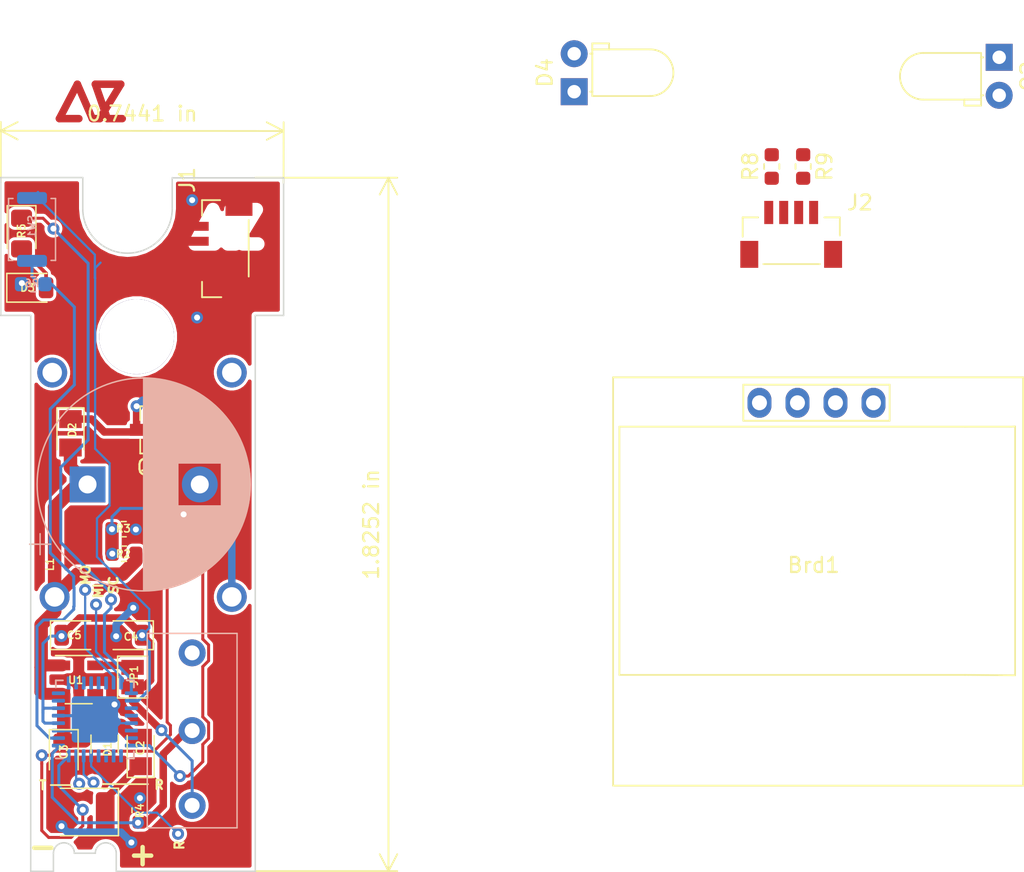
<source format=kicad_pcb>
(kicad_pcb (version 20171130) (host pcbnew "(5.1.5-0-10_14)")

  (general
    (thickness 1.6)
    (drawings 31)
    (tracks 244)
    (zones 0)
    (modules 30)
    (nets 27)
  )

  (page A4)
  (layers
    (0 top_layer signal)
    (31 bottom_layer signal)
    (32 B.Adhes user hide)
    (33 F.Adhes user hide)
    (34 B.Paste user hide)
    (35 F.Paste user hide)
    (36 B.SilkS user hide)
    (37 F.SilkS user hide)
    (38 B.Mask user hide)
    (39 F.Mask user hide)
    (40 Dwgs.User user hide)
    (41 Cmts.User user hide)
    (42 Eco1.User user hide)
    (43 Eco2.User user)
    (44 Edge.Cuts user)
    (45 Margin user hide)
    (46 B.CrtYd user)
    (47 F.CrtYd user)
    (48 B.Fab user)
    (49 F.Fab user)
  )

  (setup
    (last_trace_width 0.15)
    (user_trace_width 0.15)
    (user_trace_width 0.2)
    (user_trace_width 0.4)
    (user_trace_width 0.5)
    (user_trace_width 0.8)
    (user_trace_width 0.9)
    (user_trace_width 1)
    (trace_clearance 0.1)
    (zone_clearance 0.2)
    (zone_45_only no)
    (trace_min 0.15)
    (via_size 0.8)
    (via_drill 0.4)
    (via_min_size 0.4)
    (via_min_drill 0.3)
    (uvia_size 0.3)
    (uvia_drill 0.1)
    (uvias_allowed no)
    (uvia_min_size 0.2)
    (uvia_min_drill 0.1)
    (edge_width 0.05)
    (segment_width 0.2)
    (pcb_text_width 0.3)
    (pcb_text_size 1.5 1.5)
    (mod_edge_width 0.12)
    (mod_text_size 1 1)
    (mod_text_width 0.15)
    (pad_size 2 2)
    (pad_drill 1.3)
    (pad_to_mask_clearance 0.051)
    (solder_mask_min_width 0.25)
    (aux_axis_origin 0 0)
    (grid_origin 78.02 70.34)
    (visible_elements FFFFFF7F)
    (pcbplotparams
      (layerselection 0x3ffff_ffffffff)
      (usegerberextensions true)
      (usegerberattributes false)
      (usegerberadvancedattributes false)
      (creategerberjobfile false)
      (excludeedgelayer true)
      (linewidth 0.100000)
      (plotframeref false)
      (viasonmask false)
      (mode 1)
      (useauxorigin false)
      (hpglpennumber 1)
      (hpglpenspeed 20)
      (hpglpendiameter 15.000000)
      (psnegative false)
      (psa4output false)
      (plotreference true)
      (plotvalue true)
      (plotinvisibletext false)
      (padsonsilk false)
      (subtractmaskfromsilk false)
      (outputformat 1)
      (mirror false)
      (drillshape 0)
      (scaleselection 1)
      (outputdirectory "GERBER/"))
  )

  (net 0 "")
  (net 1 GND)
  (net 2 "Net-(BT1-Pad1)")
  (net 3 VCC)
  (net 4 "Net-(D2-Pad1)")
  (net 5 "Net-(D3-Pad2)")
  (net 6 "Net-(JP1-Pad1)")
  (net 7 SCK)
  (net 8 D2)
  (net 9 A1)
  (net 10 D3)
  (net 11 +9V)
  (net 12 D4)
  (net 13 DTR)
  (net 14 RESET)
  (net 15 "Net-(C6-Pad1)")
  (net 16 "Net-(C7-Pad1)")
  (net 17 "Net-(C9-Pad1)")
  (net 18 MOSI)
  (net 19 RXI)
  (net 20 MISO)
  (net 21 TXO)
  (net 22 "Net-(D4-Pad2)")
  (net 23 "Net-(D4-Pad1)")
  (net 24 "Net-(J2-Pad3)")
  (net 25 A5)
  (net 26 A4)

  (net_class Default "This is the default net class."
    (clearance 0.1)
    (trace_width 0.15)
    (via_dia 0.8)
    (via_drill 0.4)
    (uvia_dia 0.3)
    (uvia_drill 0.1)
    (add_net +9V)
    (add_net A0)
    (add_net A1)
    (add_net A2)
    (add_net A3)
    (add_net A4)
    (add_net A5)
    (add_net A6)
    (add_net A7)
    (add_net D10)
    (add_net D2)
    (add_net D3)
    (add_net D4)
    (add_net D5)
    (add_net D6)
    (add_net D8)
    (add_net D9)
    (add_net DTR)
    (add_net GND)
    (add_net MISO)
    (add_net MOSI)
    (add_net "Net-(BT1-Pad1)")
    (add_net "Net-(C6-Pad1)")
    (add_net "Net-(C7-Pad1)")
    (add_net "Net-(C9-Pad1)")
    (add_net "Net-(D2-Pad1)")
    (add_net "Net-(D3-Pad2)")
    (add_net "Net-(D4-Pad1)")
    (add_net "Net-(D4-Pad2)")
    (add_net "Net-(J2-Pad3)")
    (add_net "Net-(JP1-Pad1)")
    (add_net "Net-(U1-Pad4)")
    (add_net "Net-(U2-Pad1)")
    (add_net RESET)
    (add_net RXI)
    (add_net SCK)
    (add_net TXO)
    (add_net VCC)
  )

  (module ssd1306:128x64OLED (layer top_layer) (tedit 5CF23EAC) (tstamp 5F3C5DF7)
    (at 114.32 55.64)
    (path /5F46E657)
    (fp_text reference Brd1 (at 0 0.254) (layer F.SilkS)
      (effects (font (size 1 1) (thickness 0.15)))
    )
    (fp_text value SSD1306 (at -7.747 -7.62) (layer F.Fab)
      (effects (font (size 1 1) (thickness 0.15)))
    )
    (fp_line (start -13.4 -12.3) (end 14 -12.3) (layer F.SilkS) (width 0.12))
    (fp_line (start 14 -12.3) (end 14 15) (layer F.SilkS) (width 0.12))
    (fp_line (start 14 15) (end -13.4 15) (layer F.SilkS) (width 0.12))
    (fp_line (start -13.4 15) (end -13.4 -12.3) (layer F.SilkS) (width 0.12))
    (fp_line (start 10.122 7.595) (end -12.978 7.595) (layer F.SilkS) (width 0.12))
    (fp_line (start -12.978 7.595) (end -12.978 -9.005) (layer F.SilkS) (width 0.12))
    (fp_line (start -12.978 -9.005) (end 10.122 -9.005) (layer F.SilkS) (width 0.12))
    (fp_line (start -4.699 -11.811) (end 5.08 -11.811) (layer F.SilkS) (width 0.12))
    (fp_line (start 5.08 -11.811) (end 5.08 -9.398) (layer F.SilkS) (width 0.12))
    (fp_line (start 5.08 -9.398) (end -4.699 -9.398) (layer F.SilkS) (width 0.12))
    (fp_line (start -4.699 -11.811) (end -4.699 -9.398) (layer F.SilkS) (width 0.12))
    (fp_line (start 10.122 -9.005) (end 13.208 -9.005) (layer F.SilkS) (width 0.12))
    (fp_line (start 10.122 7.595) (end 13.462 7.62) (layer F.SilkS) (width 0.12))
    (fp_line (start 13.462 7.62) (end 13.462 -9.017) (layer F.SilkS) (width 0.12))
    (fp_line (start 13.462 -9.017) (end 13.208 -9.005) (layer F.SilkS) (width 0.12))
    (pad 2 thru_hole oval (at -1.08 -10.6 90) (size 2 1.6) (drill 1) (layers *.Cu *.Mask)
      (net 3 VCC))
    (pad 1 thru_hole oval (at -3.62 -10.6 90) (size 2 1.6) (drill 1) (layers *.Cu *.Mask)
      (net 1 GND))
    (pad 3 thru_hole oval (at 1.46 -10.6 90) (size 2 1.6) (drill 1) (layers *.Cu *.Mask)
      (net 26 A4))
    (pad 4 thru_hole oval (at 4 -10.6 90) (size 2 1.6) (drill 1) (layers *.Cu *.Mask)
      (net 25 A5))
  )

  (module Ae_Logo:jst_4_smd (layer top_layer) (tedit 5DFB7BBF) (tstamp 5F3BC8D7)
    (at 110.62 35.115)
    (path /5F4DB5C4)
    (fp_text reference J2 (at 6.8 -3.46) (layer F.SilkS)
      (effects (font (size 1 1) (thickness 0.15)))
    )
    (fp_text value Conn_01x04 (at 2.25 1.99) (layer F.Fab)
      (effects (font (size 1 1) (thickness 0.15)))
    )
    (fp_line (start 5.45 -2.47) (end 4.42 -2.47) (layer F.SilkS) (width 0.12))
    (fp_line (start -1.04 -2.47) (end -1.04 -1.18) (layer F.SilkS) (width 0.12))
    (fp_line (start -0.01 -2.47) (end -1.04 -2.47) (layer F.SilkS) (width 0.12))
    (fp_line (start 5.45 -1.26) (end 5.45 -2.47) (layer F.SilkS) (width 0.12))
    (fp_line (start 0.34 0.65) (end 4.12 0.65) (layer F.SilkS) (width 0.12))
    (pad 4 smd rect (at 3.7 -2.8) (size 0.6 1.55) (layers top_layer F.Paste F.Mask)
      (net 1 GND))
    (pad 3 smd rect (at 2.7 -2.8) (size 0.6 1.55) (layers top_layer F.Paste F.Mask)
      (net 24 "Net-(J2-Pad3)"))
    (pad 2 smd rect (at 1.7 -2.8) (size 0.6 1.55) (layers top_layer F.Paste F.Mask)
      (net 23 "Net-(D4-Pad1)"))
    (pad 1 smd rect (at 0.7 -2.8) (size 0.6 1.55) (layers top_layer F.Paste F.Mask)
      (net 3 VCC))
    (pad 0 smd rect (at 5 0) (size 1.2 1.8) (layers top_layer F.Paste F.Mask))
    (pad 0 smd rect (at -0.6 0) (size 1.2 1.8) (layers top_layer F.Paste F.Mask))
  )

  (module LED_THT:LED_D3.0mm_Horizontal_O1.27mm_Z2.0mm_IRBlack (layer top_layer) (tedit 5A6C9E1E) (tstamp 5F3B820D)
    (at 98.32 24.24 90)
    (descr "LED, diameter 3.0mm z-position of LED center 2.0mm, 2 pins")
    (tags "LED diameter 3.0mm z-position of LED center 2.0mm 2 pins")
    (path /5F3D5136)
    (fp_text reference D4 (at 1.27 -1.96 90) (layer F.SilkS)
      (effects (font (size 1 1) (thickness 0.15)))
    )
    (fp_text value LED_Small (at 1.27 7.63 90) (layer F.Fab)
      (effects (font (size 1 1) (thickness 0.15)))
    )
    (fp_arc (start 1.27 5.07) (end -0.29 5.07) (angle -180) (layer F.SilkS) (width 0.12))
    (fp_arc (start 1.27 5.07) (end -0.23 5.07) (angle -180) (layer F.Fab) (width 0.1))
    (fp_line (start 3.75 -1.25) (end -1.25 -1.25) (layer F.CrtYd) (width 0.05))
    (fp_line (start 3.75 6.9) (end 3.75 -1.25) (layer F.CrtYd) (width 0.05))
    (fp_line (start -1.25 6.9) (end 3.75 6.9) (layer F.CrtYd) (width 0.05))
    (fp_line (start -1.25 -1.25) (end -1.25 6.9) (layer F.CrtYd) (width 0.05))
    (fp_line (start 2.54 1.08) (end 2.54 1.08) (layer F.SilkS) (width 0.12))
    (fp_line (start 2.54 1.21) (end 2.54 1.08) (layer F.SilkS) (width 0.12))
    (fp_line (start 2.54 1.21) (end 2.54 1.21) (layer F.SilkS) (width 0.12))
    (fp_line (start 2.54 1.08) (end 2.54 1.21) (layer F.SilkS) (width 0.12))
    (fp_line (start 0 1.08) (end 0 1.08) (layer F.SilkS) (width 0.12))
    (fp_line (start 0 1.21) (end 0 1.08) (layer F.SilkS) (width 0.12))
    (fp_line (start 0 1.21) (end 0 1.21) (layer F.SilkS) (width 0.12))
    (fp_line (start 0 1.08) (end 0 1.21) (layer F.SilkS) (width 0.12))
    (fp_line (start 2.83 1.21) (end 3.23 1.21) (layer F.SilkS) (width 0.12))
    (fp_line (start 2.83 2.33) (end 2.83 1.21) (layer F.SilkS) (width 0.12))
    (fp_line (start 3.23 2.33) (end 2.83 2.33) (layer F.SilkS) (width 0.12))
    (fp_line (start 3.23 1.21) (end 3.23 2.33) (layer F.SilkS) (width 0.12))
    (fp_line (start -0.29 1.21) (end 2.83 1.21) (layer F.SilkS) (width 0.12))
    (fp_line (start 2.83 1.21) (end 2.83 5.07) (layer F.SilkS) (width 0.12))
    (fp_line (start -0.29 1.21) (end -0.29 5.07) (layer F.SilkS) (width 0.12))
    (fp_line (start 2.54 0) (end 2.54 0) (layer F.Fab) (width 0.1))
    (fp_line (start 2.54 1.27) (end 2.54 0) (layer F.Fab) (width 0.1))
    (fp_line (start 2.54 1.27) (end 2.54 1.27) (layer F.Fab) (width 0.1))
    (fp_line (start 2.54 0) (end 2.54 1.27) (layer F.Fab) (width 0.1))
    (fp_line (start 0 0) (end 0 0) (layer F.Fab) (width 0.1))
    (fp_line (start 0 1.27) (end 0 0) (layer F.Fab) (width 0.1))
    (fp_line (start 0 1.27) (end 0 1.27) (layer F.Fab) (width 0.1))
    (fp_line (start 0 0) (end 0 1.27) (layer F.Fab) (width 0.1))
    (fp_line (start 2.77 1.27) (end 3.17 1.27) (layer F.Fab) (width 0.1))
    (fp_line (start 2.77 2.27) (end 2.77 1.27) (layer F.Fab) (width 0.1))
    (fp_line (start 3.17 2.27) (end 2.77 2.27) (layer F.Fab) (width 0.1))
    (fp_line (start 3.17 1.27) (end 3.17 2.27) (layer F.Fab) (width 0.1))
    (fp_line (start -0.23 1.27) (end 2.77 1.27) (layer F.Fab) (width 0.1))
    (fp_line (start 2.77 1.27) (end 2.77 5.07) (layer F.Fab) (width 0.1))
    (fp_line (start -0.23 1.27) (end -0.23 5.07) (layer F.Fab) (width 0.1))
    (fp_text user %R (at 1.27 0 90) (layer F.Fab)
      (effects (font (size 1 1) (thickness 0.15)))
    )
    (pad 2 thru_hole circle (at 2.54 0 90) (size 1.8 1.8) (drill 0.9) (layers *.Cu *.Mask)
      (net 22 "Net-(D4-Pad2)"))
    (pad 1 thru_hole rect (at 0 0 90) (size 1.8 1.8) (drill 0.9) (layers *.Cu *.Mask)
      (net 23 "Net-(D4-Pad1)"))
    (model ${KISYS3DMOD}/LED_THT.3dshapes/LED_D3.0mm_Horizontal_O1.27mm_Z2.0mm_IRBlack.wrl
      (at (xyz 0 0 0))
      (scale (xyz 1 1 1))
      (rotate (xyz 0 0 0))
    )
  )

  (module Resistor_SMD:R_0603_1608Metric (layer top_layer) (tedit 5B301BBD) (tstamp 5F3B8424)
    (at 113.62 29.24 270)
    (descr "Resistor SMD 0603 (1608 Metric), square (rectangular) end terminal, IPC_7351 nominal, (Body size source: http://www.tortai-tech.com/upload/download/2011102023233369053.pdf), generated with kicad-footprint-generator")
    (tags resistor)
    (path /5F3D2904)
    (attr smd)
    (fp_text reference R9 (at 0 -1.43 90) (layer F.SilkS)
      (effects (font (size 1 1) (thickness 0.15)))
    )
    (fp_text value 10K (at -0.1 -1.7 90) (layer F.Fab)
      (effects (font (size 1 1) (thickness 0.15)))
    )
    (fp_text user %R (at 0 0 90) (layer F.Fab)
      (effects (font (size 0.4 0.4) (thickness 0.06)))
    )
    (fp_line (start 1.48 0.73) (end -1.48 0.73) (layer F.CrtYd) (width 0.05))
    (fp_line (start 1.48 -0.73) (end 1.48 0.73) (layer F.CrtYd) (width 0.05))
    (fp_line (start -1.48 -0.73) (end 1.48 -0.73) (layer F.CrtYd) (width 0.05))
    (fp_line (start -1.48 0.73) (end -1.48 -0.73) (layer F.CrtYd) (width 0.05))
    (fp_line (start -0.162779 0.51) (end 0.162779 0.51) (layer F.SilkS) (width 0.12))
    (fp_line (start -0.162779 -0.51) (end 0.162779 -0.51) (layer F.SilkS) (width 0.12))
    (fp_line (start 0.8 0.4) (end -0.8 0.4) (layer F.Fab) (width 0.1))
    (fp_line (start 0.8 -0.4) (end 0.8 0.4) (layer F.Fab) (width 0.1))
    (fp_line (start -0.8 -0.4) (end 0.8 -0.4) (layer F.Fab) (width 0.1))
    (fp_line (start -0.8 0.4) (end -0.8 -0.4) (layer F.Fab) (width 0.1))
    (pad 2 smd roundrect (at 0.7875 0 270) (size 0.875 0.95) (layers top_layer F.Paste F.Mask) (roundrect_rratio 0.25)
      (net 24 "Net-(J2-Pad3)"))
    (pad 1 smd roundrect (at -0.7875 0 270) (size 0.875 0.95) (layers top_layer F.Paste F.Mask) (roundrect_rratio 0.25)
      (net 3 VCC))
    (model ${KISYS3DMOD}/Resistor_SMD.3dshapes/R_0603_1608Metric.wrl
      (at (xyz 0 0 0))
      (scale (xyz 1 1 1))
      (rotate (xyz 0 0 0))
    )
  )

  (module Resistor_SMD:R_0603_1608Metric (layer top_layer) (tedit 5B301BBD) (tstamp 5F3B8413)
    (at 111.52 29.24 90)
    (descr "Resistor SMD 0603 (1608 Metric), square (rectangular) end terminal, IPC_7351 nominal, (Body size source: http://www.tortai-tech.com/upload/download/2011102023233369053.pdf), generated with kicad-footprint-generator")
    (tags resistor)
    (path /5F3D3D0B)
    (attr smd)
    (fp_text reference R8 (at 0 -1.43 90) (layer F.SilkS)
      (effects (font (size 1 1) (thickness 0.15)))
    )
    (fp_text value 100R (at 0 -1.5 90) (layer F.Fab)
      (effects (font (size 1 1) (thickness 0.15)))
    )
    (fp_text user %R (at 0 0 90) (layer F.Fab)
      (effects (font (size 0.4 0.4) (thickness 0.06)))
    )
    (fp_line (start 1.48 0.73) (end -1.48 0.73) (layer F.CrtYd) (width 0.05))
    (fp_line (start 1.48 -0.73) (end 1.48 0.73) (layer F.CrtYd) (width 0.05))
    (fp_line (start -1.48 -0.73) (end 1.48 -0.73) (layer F.CrtYd) (width 0.05))
    (fp_line (start -1.48 0.73) (end -1.48 -0.73) (layer F.CrtYd) (width 0.05))
    (fp_line (start -0.162779 0.51) (end 0.162779 0.51) (layer F.SilkS) (width 0.12))
    (fp_line (start -0.162779 -0.51) (end 0.162779 -0.51) (layer F.SilkS) (width 0.12))
    (fp_line (start 0.8 0.4) (end -0.8 0.4) (layer F.Fab) (width 0.1))
    (fp_line (start 0.8 -0.4) (end 0.8 0.4) (layer F.Fab) (width 0.1))
    (fp_line (start -0.8 -0.4) (end 0.8 -0.4) (layer F.Fab) (width 0.1))
    (fp_line (start -0.8 0.4) (end -0.8 -0.4) (layer F.Fab) (width 0.1))
    (pad 2 smd roundrect (at 0.7875 0 90) (size 0.875 0.95) (layers top_layer F.Paste F.Mask) (roundrect_rratio 0.25)
      (net 22 "Net-(D4-Pad2)"))
    (pad 1 smd roundrect (at -0.7875 0 90) (size 0.875 0.95) (layers top_layer F.Paste F.Mask) (roundrect_rratio 0.25)
      (net 3 VCC))
    (model ${KISYS3DMOD}/Resistor_SMD.3dshapes/R_0603_1608Metric.wrl
      (at (xyz 0 0 0))
      (scale (xyz 1 1 1))
      (rotate (xyz 0 0 0))
    )
  )

  (module LED_THT:LED_D3.0mm_Horizontal_O1.27mm_Z2.0mm_Clear (layer top_layer) (tedit 5A6C9E1C) (tstamp 5F3B832B)
    (at 126.72 21.94 270)
    (descr "LED, diameter 3.0mm z-position of LED center 2.0mm, 2 pins")
    (tags "LED diameter 3.0mm z-position of LED center 2.0mm 2 pins")
    (path /5F3D8AF1)
    (fp_text reference Q2 (at 1.27 -1.96 90) (layer F.SilkS)
      (effects (font (size 1 1) (thickness 0.15)))
    )
    (fp_text value Q_Photo_NPN (at 1.27 7.63 90) (layer F.Fab)
      (effects (font (size 1 1) (thickness 0.15)))
    )
    (fp_arc (start 1.27 5.07) (end -0.29 5.07) (angle -180) (layer F.SilkS) (width 0.12))
    (fp_arc (start 1.27 5.07) (end -0.23 5.07) (angle -180) (layer F.Fab) (width 0.1))
    (fp_line (start 3.75 -1.25) (end -1.25 -1.25) (layer F.CrtYd) (width 0.05))
    (fp_line (start 3.75 6.9) (end 3.75 -1.25) (layer F.CrtYd) (width 0.05))
    (fp_line (start -1.25 6.9) (end 3.75 6.9) (layer F.CrtYd) (width 0.05))
    (fp_line (start -1.25 -1.25) (end -1.25 6.9) (layer F.CrtYd) (width 0.05))
    (fp_line (start 2.54 1.08) (end 2.54 1.08) (layer F.SilkS) (width 0.12))
    (fp_line (start 2.54 1.21) (end 2.54 1.08) (layer F.SilkS) (width 0.12))
    (fp_line (start 2.54 1.21) (end 2.54 1.21) (layer F.SilkS) (width 0.12))
    (fp_line (start 2.54 1.08) (end 2.54 1.21) (layer F.SilkS) (width 0.12))
    (fp_line (start 0 1.08) (end 0 1.08) (layer F.SilkS) (width 0.12))
    (fp_line (start 0 1.21) (end 0 1.08) (layer F.SilkS) (width 0.12))
    (fp_line (start 0 1.21) (end 0 1.21) (layer F.SilkS) (width 0.12))
    (fp_line (start 0 1.08) (end 0 1.21) (layer F.SilkS) (width 0.12))
    (fp_line (start 2.83 1.21) (end 3.23 1.21) (layer F.SilkS) (width 0.12))
    (fp_line (start 2.83 2.33) (end 2.83 1.21) (layer F.SilkS) (width 0.12))
    (fp_line (start 3.23 2.33) (end 2.83 2.33) (layer F.SilkS) (width 0.12))
    (fp_line (start 3.23 1.21) (end 3.23 2.33) (layer F.SilkS) (width 0.12))
    (fp_line (start -0.29 1.21) (end 2.83 1.21) (layer F.SilkS) (width 0.12))
    (fp_line (start 2.83 1.21) (end 2.83 5.07) (layer F.SilkS) (width 0.12))
    (fp_line (start -0.29 1.21) (end -0.29 5.07) (layer F.SilkS) (width 0.12))
    (fp_line (start 2.54 0) (end 2.54 0) (layer F.Fab) (width 0.1))
    (fp_line (start 2.54 1.27) (end 2.54 0) (layer F.Fab) (width 0.1))
    (fp_line (start 2.54 1.27) (end 2.54 1.27) (layer F.Fab) (width 0.1))
    (fp_line (start 2.54 0) (end 2.54 1.27) (layer F.Fab) (width 0.1))
    (fp_line (start 0 0) (end 0 0) (layer F.Fab) (width 0.1))
    (fp_line (start 0 1.27) (end 0 0) (layer F.Fab) (width 0.1))
    (fp_line (start 0 1.27) (end 0 1.27) (layer F.Fab) (width 0.1))
    (fp_line (start 0 0) (end 0 1.27) (layer F.Fab) (width 0.1))
    (fp_line (start 2.77 1.27) (end 3.17 1.27) (layer F.Fab) (width 0.1))
    (fp_line (start 2.77 2.27) (end 2.77 1.27) (layer F.Fab) (width 0.1))
    (fp_line (start 3.17 2.27) (end 2.77 2.27) (layer F.Fab) (width 0.1))
    (fp_line (start 3.17 1.27) (end 3.17 2.27) (layer F.Fab) (width 0.1))
    (fp_line (start -0.23 1.27) (end 2.77 1.27) (layer F.Fab) (width 0.1))
    (fp_line (start 2.77 1.27) (end 2.77 5.07) (layer F.Fab) (width 0.1))
    (fp_line (start -0.23 1.27) (end -0.23 5.07) (layer F.Fab) (width 0.1))
    (fp_text user %R (at 1.27 0 90) (layer F.Fab)
      (effects (font (size 1 1) (thickness 0.15)))
    )
    (pad 2 thru_hole circle (at 2.54 0 270) (size 1.8 1.8) (drill 0.9) (layers *.Cu *.Mask)
      (net 1 GND))
    (pad 1 thru_hole rect (at 0 0 270) (size 1.8 1.8) (drill 0.9) (layers *.Cu *.Mask)
      (net 24 "Net-(J2-Pad3)"))
    (model ${KISYS3DMOD}/LED_THT.3dshapes/LED_D3.0mm_Horizontal_O1.27mm_Z2.0mm_Clear.wrl
      (at (xyz 0 0 0))
      (scale (xyz 1 1 1))
      (rotate (xyz 0 0 0))
    )
  )

  (module Ae_Logo:jst_4_smd (layer top_layer) (tedit 5DFB7BBF) (tstamp 5F3B821C)
    (at 75.92 36.94 90)
    (path /5DFC06A6)
    (fp_text reference J1 (at 6.8 -3.46 90) (layer F.SilkS)
      (effects (font (size 1 1) (thickness 0.15)))
    )
    (fp_text value Conn_01x04 (at 2.25 1.99 90) (layer F.Fab)
      (effects (font (size 1 1) (thickness 0.15)))
    )
    (fp_line (start 5.45 -2.47) (end 4.42 -2.47) (layer F.SilkS) (width 0.12))
    (fp_line (start -1.04 -2.47) (end -1.04 -1.18) (layer F.SilkS) (width 0.12))
    (fp_line (start -0.01 -2.47) (end -1.04 -2.47) (layer F.SilkS) (width 0.12))
    (fp_line (start 5.45 -1.26) (end 5.45 -2.47) (layer F.SilkS) (width 0.12))
    (fp_line (start 0.34 0.65) (end 4.12 0.65) (layer F.SilkS) (width 0.12))
    (pad 4 smd rect (at 3.7 -2.8 90) (size 0.6 1.55) (layers top_layer F.Paste F.Mask)
      (net 1 GND))
    (pad 3 smd rect (at 2.7 -2.8 90) (size 0.6 1.55) (layers top_layer F.Paste F.Mask)
      (net 8 D2))
    (pad 2 smd rect (at 1.7 -2.8 90) (size 0.6 1.55) (layers top_layer F.Paste F.Mask)
      (net 10 D3))
    (pad 1 smd rect (at 0.7 -2.8 90) (size 0.6 1.55) (layers top_layer F.Paste F.Mask)
      (net 3 VCC))
    (pad 0 smd rect (at 5 0 90) (size 1.2 1.8) (layers top_layer F.Paste F.Mask))
    (pad 0 smd rect (at -0.6 0 90) (size 1.2 1.8) (layers top_layer F.Paste F.Mask))
  )

  (module Package_TO_SOT_SMD:SOT-23-5 (layer top_layer) (tedit 5A02FF57) (tstamp 5D6E6B02)
    (at 65.21 63.55)
    (descr "5-pin SOT23 package")
    (tags SOT-23-5)
    (path /5C4254C4)
    (attr smd)
    (fp_text reference U1 (at -0.2 0.03) (layer F.SilkS)
      (effects (font (size 0.5 0.5) (thickness 0.1)))
    )
    (fp_text value MIC5205-2.5YM5 (at 0 2.9) (layer F.Fab) hide
      (effects (font (size 0.5 0.5) (thickness 0.1)))
    )
    (fp_line (start 0.9 -1.55) (end 0.9 1.55) (layer F.Fab) (width 0.1))
    (fp_line (start 0.9 1.55) (end -0.9 1.55) (layer F.Fab) (width 0.1))
    (fp_line (start -0.9 -0.9) (end -0.9 1.55) (layer F.Fab) (width 0.1))
    (fp_line (start 0.9 -1.55) (end -0.25 -1.55) (layer F.Fab) (width 0.1))
    (fp_line (start -0.9 -0.9) (end -0.25 -1.55) (layer F.Fab) (width 0.1))
    (fp_line (start -1.9 1.8) (end -1.9 -1.8) (layer F.CrtYd) (width 0.1))
    (fp_line (start 1.9 1.8) (end -1.9 1.8) (layer F.CrtYd) (width 0.1))
    (fp_line (start 1.9 -1.8) (end 1.9 1.8) (layer F.CrtYd) (width 0.1))
    (fp_line (start -1.9 -1.8) (end 1.9 -1.8) (layer F.CrtYd) (width 0.1))
    (fp_line (start 0.9 -1.61) (end -1.55 -1.61) (layer F.SilkS) (width 0.1))
    (fp_line (start -0.9 1.61) (end 0.9 1.61) (layer F.SilkS) (width 0.1))
    (fp_text user %R (at 0 0 90) (layer F.Fab)
      (effects (font (size 0.5 0.5) (thickness 0.1)))
    )
    (pad 5 smd rect (at 1.1 -0.95) (size 1.06 0.65) (layers top_layer F.Paste F.Mask)
      (net 6 "Net-(JP1-Pad1)"))
    (pad 4 smd rect (at 1.1 0.95) (size 1.06 0.65) (layers top_layer F.Paste F.Mask))
    (pad 3 smd rect (at -1.1 0.95) (size 1.06 0.65) (layers top_layer F.Paste F.Mask)
      (net 11 +9V))
    (pad 2 smd rect (at -1.1 0) (size 1.06 0.65) (layers top_layer F.Paste F.Mask)
      (net 1 GND))
    (pad 1 smd rect (at -1.1 -0.95) (size 1.06 0.65) (layers top_layer F.Paste F.Mask)
      (net 11 +9V))
    (model ${KISYS3DMOD}/Package_TO_SOT_SMD.3dshapes/SOT-23-5.wrl
      (at (xyz 0 0 0))
      (scale (xyz 1 1 1))
      (rotate (xyz 0 0 0))
    )
  )

  (module Package_DFN_QFN:QFN-32-1EP_5x5mm_P0.5mm_EP3.1x3.1mm (layer bottom_layer) (tedit 5B4E60CE) (tstamp 5DDC00B2)
    (at 66.29 66.21)
    (descr "QFN, 32 Pin (http://ww1.microchip.com/downloads/en/DeviceDoc/8008S.pdf (Page 20)), generated with kicad-footprint-generator ipc_dfn_qfn_generator.py")
    (tags "QFN DFN_QFN")
    (path /5DDC5381)
    (attr smd)
    (fp_text reference U5 (at 0 3.82) (layer B.SilkS) hide
      (effects (font (size 1 1) (thickness 0.15)) (justify mirror))
    )
    (fp_text value ATmega328P-MU (at 0 -3.82) (layer B.Fab) hide
      (effects (font (size 1 1) (thickness 0.15)) (justify mirror))
    )
    (fp_line (start 2.135 2.61) (end 2.61 2.61) (layer B.SilkS) (width 0.12))
    (fp_line (start 2.61 2.61) (end 2.61 2.135) (layer B.SilkS) (width 0.12))
    (fp_line (start -2.135 -2.61) (end -2.61 -2.61) (layer B.SilkS) (width 0.12))
    (fp_line (start -2.61 -2.61) (end -2.61 -2.135) (layer B.SilkS) (width 0.12))
    (fp_line (start 2.135 -2.61) (end 2.61 -2.61) (layer B.SilkS) (width 0.12))
    (fp_line (start 2.61 -2.61) (end 2.61 -2.135) (layer B.SilkS) (width 0.12))
    (fp_line (start -2.135 2.61) (end -2.61 2.61) (layer B.SilkS) (width 0.12))
    (fp_line (start -1.5 2.5) (end 2.5 2.5) (layer B.Fab) (width 0.1))
    (fp_line (start 2.5 2.5) (end 2.5 -2.5) (layer B.Fab) (width 0.1))
    (fp_line (start 2.5 -2.5) (end -2.5 -2.5) (layer B.Fab) (width 0.1))
    (fp_line (start -2.5 -2.5) (end -2.5 1.5) (layer B.Fab) (width 0.1))
    (fp_line (start -2.5 1.5) (end -1.5 2.5) (layer B.Fab) (width 0.1))
    (fp_line (start -3.12 3.12) (end -3.12 -3.12) (layer B.CrtYd) (width 0.05))
    (fp_line (start -3.12 -3.12) (end 3.12 -3.12) (layer B.CrtYd) (width 0.05))
    (fp_line (start 3.12 -3.12) (end 3.12 3.12) (layer B.CrtYd) (width 0.05))
    (fp_line (start 3.12 3.12) (end -3.12 3.12) (layer B.CrtYd) (width 0.05))
    (fp_text user %R (at 0 0) (layer B.Fab) hide
      (effects (font (size 1 1) (thickness 0.15)) (justify mirror))
    )
    (pad 32 smd roundrect (at -1.75 2.4375) (size 0.25 0.875) (layers bottom_layer B.Paste B.Mask) (roundrect_rratio 0.25)
      (net 8 D2))
    (pad 31 smd roundrect (at -1.25 2.4375) (size 0.25 0.875) (layers bottom_layer B.Paste B.Mask) (roundrect_rratio 0.25)
      (net 21 TXO))
    (pad 30 smd roundrect (at -0.75 2.4375) (size 0.25 0.875) (layers bottom_layer B.Paste B.Mask) (roundrect_rratio 0.25)
      (net 19 RXI))
    (pad 29 smd roundrect (at -0.25 2.4375) (size 0.25 0.875) (layers bottom_layer B.Paste B.Mask) (roundrect_rratio 0.25)
      (net 14 RESET))
    (pad 28 smd roundrect (at 0.25 2.4375) (size 0.25 0.875) (layers bottom_layer B.Paste B.Mask) (roundrect_rratio 0.25)
      (net 25 A5))
    (pad 27 smd roundrect (at 0.75 2.4375) (size 0.25 0.875) (layers bottom_layer B.Paste B.Mask) (roundrect_rratio 0.25)
      (net 26 A4))
    (pad 26 smd roundrect (at 1.25 2.4375) (size 0.25 0.875) (layers bottom_layer B.Paste B.Mask) (roundrect_rratio 0.25))
    (pad 25 smd roundrect (at 1.75 2.4375) (size 0.25 0.875) (layers bottom_layer B.Paste B.Mask) (roundrect_rratio 0.25))
    (pad 24 smd roundrect (at 2.4375 1.75) (size 0.875 0.25) (layers bottom_layer B.Paste B.Mask) (roundrect_rratio 0.25)
      (net 9 A1))
    (pad 23 smd roundrect (at 2.4375 1.25) (size 0.875 0.25) (layers bottom_layer B.Paste B.Mask) (roundrect_rratio 0.25))
    (pad 22 smd roundrect (at 2.4375 0.75) (size 0.875 0.25) (layers bottom_layer B.Paste B.Mask) (roundrect_rratio 0.25))
    (pad 21 smd roundrect (at 2.4375 0.25) (size 0.875 0.25) (layers bottom_layer B.Paste B.Mask) (roundrect_rratio 0.25)
      (net 1 GND))
    (pad 20 smd roundrect (at 2.4375 -0.25) (size 0.875 0.25) (layers bottom_layer B.Paste B.Mask) (roundrect_rratio 0.25)
      (net 17 "Net-(C9-Pad1)"))
    (pad 19 smd roundrect (at 2.4375 -0.75) (size 0.875 0.25) (layers bottom_layer B.Paste B.Mask) (roundrect_rratio 0.25))
    (pad 18 smd roundrect (at 2.4375 -1.25) (size 0.875 0.25) (layers bottom_layer B.Paste B.Mask) (roundrect_rratio 0.25)
      (net 3 VCC))
    (pad 17 smd roundrect (at 2.4375 -1.75) (size 0.875 0.25) (layers bottom_layer B.Paste B.Mask) (roundrect_rratio 0.25)
      (net 7 SCK))
    (pad 16 smd roundrect (at 1.75 -2.4375) (size 0.25 0.875) (layers bottom_layer B.Paste B.Mask) (roundrect_rratio 0.25)
      (net 20 MISO))
    (pad 15 smd roundrect (at 1.25 -2.4375) (size 0.25 0.875) (layers bottom_layer B.Paste B.Mask) (roundrect_rratio 0.25)
      (net 18 MOSI))
    (pad 14 smd roundrect (at 0.75 -2.4375) (size 0.25 0.875) (layers bottom_layer B.Paste B.Mask) (roundrect_rratio 0.25))
    (pad 13 smd roundrect (at 0.25 -2.4375) (size 0.25 0.875) (layers bottom_layer B.Paste B.Mask) (roundrect_rratio 0.25))
    (pad 12 smd roundrect (at -0.25 -2.4375) (size 0.25 0.875) (layers bottom_layer B.Paste B.Mask) (roundrect_rratio 0.25))
    (pad 11 smd roundrect (at -0.75 -2.4375) (size 0.25 0.875) (layers bottom_layer B.Paste B.Mask) (roundrect_rratio 0.25)
      (net 13 DTR))
    (pad 10 smd roundrect (at -1.25 -2.4375) (size 0.25 0.875) (layers bottom_layer B.Paste B.Mask) (roundrect_rratio 0.25))
    (pad 9 smd roundrect (at -1.75 -2.4375) (size 0.25 0.875) (layers bottom_layer B.Paste B.Mask) (roundrect_rratio 0.25))
    (pad 8 smd roundrect (at -2.4375 -1.75) (size 0.875 0.25) (layers bottom_layer B.Paste B.Mask) (roundrect_rratio 0.25)
      (net 15 "Net-(C6-Pad1)"))
    (pad 7 smd roundrect (at -2.4375 -1.25) (size 0.875 0.25) (layers bottom_layer B.Paste B.Mask) (roundrect_rratio 0.25)
      (net 16 "Net-(C7-Pad1)"))
    (pad 6 smd roundrect (at -2.4375 -0.75) (size 0.875 0.25) (layers bottom_layer B.Paste B.Mask) (roundrect_rratio 0.25)
      (net 3 VCC))
    (pad 5 smd roundrect (at -2.4375 -0.25) (size 0.875 0.25) (layers bottom_layer B.Paste B.Mask) (roundrect_rratio 0.25)
      (net 1 GND))
    (pad 4 smd roundrect (at -2.4375 0.25) (size 0.875 0.25) (layers bottom_layer B.Paste B.Mask) (roundrect_rratio 0.25)
      (net 3 VCC))
    (pad 3 smd roundrect (at -2.4375 0.75) (size 0.875 0.25) (layers bottom_layer B.Paste B.Mask) (roundrect_rratio 0.25)
      (net 1 GND))
    (pad 2 smd roundrect (at -2.4375 1.25) (size 0.875 0.25) (layers bottom_layer B.Paste B.Mask) (roundrect_rratio 0.25)
      (net 12 D4))
    (pad 1 smd roundrect (at -2.4375 1.75) (size 0.875 0.25) (layers bottom_layer B.Paste B.Mask) (roundrect_rratio 0.25)
      (net 10 D3))
    (pad "" smd roundrect (at 1.03 -1.03) (size 0.83 0.83) (layers B.Paste) (roundrect_rratio 0.25))
    (pad "" smd roundrect (at 1.03 0) (size 0.83 0.83) (layers B.Paste) (roundrect_rratio 0.25))
    (pad "" smd roundrect (at 1.03 1.03) (size 0.83 0.83) (layers B.Paste) (roundrect_rratio 0.25))
    (pad "" smd roundrect (at 0 -1.03) (size 0.83 0.83) (layers B.Paste) (roundrect_rratio 0.25))
    (pad "" smd roundrect (at 0 0) (size 0.83 0.83) (layers B.Paste) (roundrect_rratio 0.25))
    (pad "" smd roundrect (at 0 1.03) (size 0.83 0.83) (layers B.Paste) (roundrect_rratio 0.25))
    (pad "" smd roundrect (at -1.03 -1.03) (size 0.83 0.83) (layers B.Paste) (roundrect_rratio 0.25))
    (pad "" smd roundrect (at -1.03 0) (size 0.83 0.83) (layers B.Paste) (roundrect_rratio 0.25))
    (pad "" smd roundrect (at -1.03 1.03) (size 0.83 0.83) (layers B.Paste) (roundrect_rratio 0.25))
    (pad 33 smd roundrect (at 0 0) (size 3.1 3.1) (layers bottom_layer B.Mask) (roundrect_rratio 0.08064499999999999)
      (net 1 GND))
    (model ${KISYS3DMOD}/Package_DFN_QFN.3dshapes/QFN-32-1EP_5x5mm_P0.5mm_EP3.1x3.1mm.wrl
      (at (xyz 0 0 0))
      (scale (xyz 1 1 1))
      (rotate (xyz 0 0 0))
    )
  )

  (module Capacitor_THT:CP_Radial_D14.0mm_P7.50mm (layer bottom_layer) (tedit 5AE50EF1) (tstamp 5D6E6996)
    (at 65.8 50.5)
    (descr "CP, Radial series, Radial, pin pitch=7.50mm, , diameter=14mm, Electrolytic Capacitor")
    (tags "CP Radial series Radial pin pitch 7.50mm  diameter 14mm Electrolytic Capacitor")
    (path /5D6691C0)
    (fp_text reference C1 (at -0.01 -0.05) (layer B.SilkS)
      (effects (font (size 0.5 0.5) (thickness 0.1)) (justify mirror))
    )
    (fp_text value 2200u (at 3.75 -8.25) (layer B.Fab)
      (effects (font (size 0.5 0.5) (thickness 0.1)) (justify mirror))
    )
    (fp_text user %R (at 3.75 0) (layer B.Fab)
      (effects (font (size 0.5 0.5) (thickness 0.1)) (justify mirror))
    )
    (fp_line (start -3.169543 4.695) (end -3.169543 3.295) (layer B.SilkS) (width 0.1))
    (fp_line (start -3.869543 3.995) (end -2.469543 3.995) (layer B.SilkS) (width 0.1))
    (fp_line (start 10.831 0.714) (end 10.831 -0.714) (layer B.SilkS) (width 0.1))
    (fp_line (start 10.791 1.025) (end 10.791 -1.025) (layer B.SilkS) (width 0.1))
    (fp_line (start 10.751 1.262) (end 10.751 -1.262) (layer B.SilkS) (width 0.1))
    (fp_line (start 10.711 1.461) (end 10.711 -1.461) (layer B.SilkS) (width 0.1))
    (fp_line (start 10.671 1.636) (end 10.671 -1.636) (layer B.SilkS) (width 0.1))
    (fp_line (start 10.631 1.794) (end 10.631 -1.794) (layer B.SilkS) (width 0.1))
    (fp_line (start 10.591 1.938) (end 10.591 -1.938) (layer B.SilkS) (width 0.1))
    (fp_line (start 10.551 2.071) (end 10.551 -2.071) (layer B.SilkS) (width 0.1))
    (fp_line (start 10.511 2.196) (end 10.511 -2.196) (layer B.SilkS) (width 0.1))
    (fp_line (start 10.471 2.313) (end 10.471 -2.313) (layer B.SilkS) (width 0.1))
    (fp_line (start 10.431 2.425) (end 10.431 -2.425) (layer B.SilkS) (width 0.1))
    (fp_line (start 10.391 2.53) (end 10.391 -2.53) (layer B.SilkS) (width 0.1))
    (fp_line (start 10.351 2.632) (end 10.351 -2.632) (layer B.SilkS) (width 0.1))
    (fp_line (start 10.311 2.728) (end 10.311 -2.728) (layer B.SilkS) (width 0.1))
    (fp_line (start 10.271 2.821) (end 10.271 -2.821) (layer B.SilkS) (width 0.1))
    (fp_line (start 10.231 2.911) (end 10.231 -2.911) (layer B.SilkS) (width 0.1))
    (fp_line (start 10.191 2.997) (end 10.191 -2.997) (layer B.SilkS) (width 0.1))
    (fp_line (start 10.151 3.08) (end 10.151 -3.08) (layer B.SilkS) (width 0.1))
    (fp_line (start 10.111 3.161) (end 10.111 -3.161) (layer B.SilkS) (width 0.1))
    (fp_line (start 10.071 3.24) (end 10.071 -3.24) (layer B.SilkS) (width 0.1))
    (fp_line (start 10.031 3.315) (end 10.031 -3.315) (layer B.SilkS) (width 0.1))
    (fp_line (start 9.991 3.389) (end 9.991 -3.389) (layer B.SilkS) (width 0.1))
    (fp_line (start 9.951 3.461) (end 9.951 -3.461) (layer B.SilkS) (width 0.1))
    (fp_line (start 9.911 3.531) (end 9.911 -3.531) (layer B.SilkS) (width 0.1))
    (fp_line (start 9.871 3.599) (end 9.871 -3.599) (layer B.SilkS) (width 0.1))
    (fp_line (start 9.831 3.666) (end 9.831 -3.666) (layer B.SilkS) (width 0.1))
    (fp_line (start 9.791 3.73) (end 9.791 -3.73) (layer B.SilkS) (width 0.1))
    (fp_line (start 9.751 3.794) (end 9.751 -3.794) (layer B.SilkS) (width 0.1))
    (fp_line (start 9.711 3.856) (end 9.711 -3.856) (layer B.SilkS) (width 0.1))
    (fp_line (start 9.671 3.916) (end 9.671 -3.916) (layer B.SilkS) (width 0.1))
    (fp_line (start 9.631 3.975) (end 9.631 -3.975) (layer B.SilkS) (width 0.1))
    (fp_line (start 9.591 4.033) (end 9.591 -4.033) (layer B.SilkS) (width 0.1))
    (fp_line (start 9.551 4.09) (end 9.551 -4.09) (layer B.SilkS) (width 0.1))
    (fp_line (start 9.511 4.146) (end 9.511 -4.146) (layer B.SilkS) (width 0.1))
    (fp_line (start 9.471 4.2) (end 9.471 -4.2) (layer B.SilkS) (width 0.1))
    (fp_line (start 9.431 4.254) (end 9.431 -4.254) (layer B.SilkS) (width 0.1))
    (fp_line (start 9.391 4.306) (end 9.391 -4.306) (layer B.SilkS) (width 0.1))
    (fp_line (start 9.351 4.358) (end 9.351 -4.358) (layer B.SilkS) (width 0.1))
    (fp_line (start 9.311 4.408) (end 9.311 -4.408) (layer B.SilkS) (width 0.1))
    (fp_line (start 9.271 4.458) (end 9.271 -4.458) (layer B.SilkS) (width 0.1))
    (fp_line (start 9.231 4.506) (end 9.231 -4.506) (layer B.SilkS) (width 0.1))
    (fp_line (start 9.191 4.554) (end 9.191 -4.554) (layer B.SilkS) (width 0.1))
    (fp_line (start 9.151 4.601) (end 9.151 -4.601) (layer B.SilkS) (width 0.1))
    (fp_line (start 9.111 4.647) (end 9.111 -4.647) (layer B.SilkS) (width 0.1))
    (fp_line (start 9.071 4.693) (end 9.071 -4.693) (layer B.SilkS) (width 0.1))
    (fp_line (start 9.031 4.737) (end 9.031 -4.737) (layer B.SilkS) (width 0.1))
    (fp_line (start 8.991 4.781) (end 8.991 -4.781) (layer B.SilkS) (width 0.1))
    (fp_line (start 8.951 4.824) (end 8.951 -4.824) (layer B.SilkS) (width 0.1))
    (fp_line (start 8.911 -1.44) (end 8.911 -4.866) (layer B.SilkS) (width 0.1))
    (fp_line (start 8.911 4.866) (end 8.911 1.44) (layer B.SilkS) (width 0.1))
    (fp_line (start 8.871 -1.44) (end 8.871 -4.908) (layer B.SilkS) (width 0.1))
    (fp_line (start 8.871 4.908) (end 8.871 1.44) (layer B.SilkS) (width 0.1))
    (fp_line (start 8.831 -1.44) (end 8.831 -4.949) (layer B.SilkS) (width 0.1))
    (fp_line (start 8.831 4.949) (end 8.831 1.44) (layer B.SilkS) (width 0.1))
    (fp_line (start 8.791 -1.44) (end 8.791 -4.99) (layer B.SilkS) (width 0.1))
    (fp_line (start 8.791 4.99) (end 8.791 1.44) (layer B.SilkS) (width 0.1))
    (fp_line (start 8.751 -1.44) (end 8.751 -5.029) (layer B.SilkS) (width 0.1))
    (fp_line (start 8.751 5.029) (end 8.751 1.44) (layer B.SilkS) (width 0.1))
    (fp_line (start 8.711 -1.44) (end 8.711 -5.069) (layer B.SilkS) (width 0.1))
    (fp_line (start 8.711 5.069) (end 8.711 1.44) (layer B.SilkS) (width 0.1))
    (fp_line (start 8.671 -1.44) (end 8.671 -5.107) (layer B.SilkS) (width 0.1))
    (fp_line (start 8.671 5.107) (end 8.671 1.44) (layer B.SilkS) (width 0.1))
    (fp_line (start 8.631 -1.44) (end 8.631 -5.145) (layer B.SilkS) (width 0.1))
    (fp_line (start 8.631 5.145) (end 8.631 1.44) (layer B.SilkS) (width 0.1))
    (fp_line (start 8.591 -1.44) (end 8.591 -5.182) (layer B.SilkS) (width 0.1))
    (fp_line (start 8.591 5.182) (end 8.591 1.44) (layer B.SilkS) (width 0.1))
    (fp_line (start 8.551 -1.44) (end 8.551 -5.219) (layer B.SilkS) (width 0.1))
    (fp_line (start 8.551 5.219) (end 8.551 1.44) (layer B.SilkS) (width 0.1))
    (fp_line (start 8.511 -1.44) (end 8.511 -5.255) (layer B.SilkS) (width 0.1))
    (fp_line (start 8.511 5.255) (end 8.511 1.44) (layer B.SilkS) (width 0.1))
    (fp_line (start 8.471 -1.44) (end 8.471 -5.291) (layer B.SilkS) (width 0.1))
    (fp_line (start 8.471 5.291) (end 8.471 1.44) (layer B.SilkS) (width 0.1))
    (fp_line (start 8.431 -1.44) (end 8.431 -5.326) (layer B.SilkS) (width 0.1))
    (fp_line (start 8.431 5.326) (end 8.431 1.44) (layer B.SilkS) (width 0.1))
    (fp_line (start 8.391 -1.44) (end 8.391 -5.361) (layer B.SilkS) (width 0.1))
    (fp_line (start 8.391 5.361) (end 8.391 1.44) (layer B.SilkS) (width 0.1))
    (fp_line (start 8.351 -1.44) (end 8.351 -5.395) (layer B.SilkS) (width 0.1))
    (fp_line (start 8.351 5.395) (end 8.351 1.44) (layer B.SilkS) (width 0.1))
    (fp_line (start 8.311 -1.44) (end 8.311 -5.429) (layer B.SilkS) (width 0.1))
    (fp_line (start 8.311 5.429) (end 8.311 1.44) (layer B.SilkS) (width 0.1))
    (fp_line (start 8.271 -1.44) (end 8.271 -5.462) (layer B.SilkS) (width 0.1))
    (fp_line (start 8.271 5.462) (end 8.271 1.44) (layer B.SilkS) (width 0.1))
    (fp_line (start 8.231 -1.44) (end 8.231 -5.494) (layer B.SilkS) (width 0.1))
    (fp_line (start 8.231 5.494) (end 8.231 1.44) (layer B.SilkS) (width 0.1))
    (fp_line (start 8.191 -1.44) (end 8.191 -5.527) (layer B.SilkS) (width 0.1))
    (fp_line (start 8.191 5.527) (end 8.191 1.44) (layer B.SilkS) (width 0.1))
    (fp_line (start 8.151 -1.44) (end 8.151 -5.558) (layer B.SilkS) (width 0.1))
    (fp_line (start 8.151 5.558) (end 8.151 1.44) (layer B.SilkS) (width 0.1))
    (fp_line (start 8.111 -1.44) (end 8.111 -5.589) (layer B.SilkS) (width 0.1))
    (fp_line (start 8.111 5.589) (end 8.111 1.44) (layer B.SilkS) (width 0.1))
    (fp_line (start 8.071 -1.44) (end 8.071 -5.62) (layer B.SilkS) (width 0.1))
    (fp_line (start 8.071 5.62) (end 8.071 1.44) (layer B.SilkS) (width 0.1))
    (fp_line (start 8.031 -1.44) (end 8.031 -5.65) (layer B.SilkS) (width 0.1))
    (fp_line (start 8.031 5.65) (end 8.031 1.44) (layer B.SilkS) (width 0.1))
    (fp_line (start 7.991 -1.44) (end 7.991 -5.68) (layer B.SilkS) (width 0.1))
    (fp_line (start 7.991 5.68) (end 7.991 1.44) (layer B.SilkS) (width 0.1))
    (fp_line (start 7.951 -1.44) (end 7.951 -5.71) (layer B.SilkS) (width 0.1))
    (fp_line (start 7.951 5.71) (end 7.951 1.44) (layer B.SilkS) (width 0.1))
    (fp_line (start 7.911 -1.44) (end 7.911 -5.739) (layer B.SilkS) (width 0.1))
    (fp_line (start 7.911 5.739) (end 7.911 1.44) (layer B.SilkS) (width 0.1))
    (fp_line (start 7.871 -1.44) (end 7.871 -5.767) (layer B.SilkS) (width 0.1))
    (fp_line (start 7.871 5.767) (end 7.871 1.44) (layer B.SilkS) (width 0.1))
    (fp_line (start 7.831 -1.44) (end 7.831 -5.796) (layer B.SilkS) (width 0.1))
    (fp_line (start 7.831 5.796) (end 7.831 1.44) (layer B.SilkS) (width 0.1))
    (fp_line (start 7.791 -1.44) (end 7.791 -5.823) (layer B.SilkS) (width 0.1))
    (fp_line (start 7.791 5.823) (end 7.791 1.44) (layer B.SilkS) (width 0.1))
    (fp_line (start 7.751 -1.44) (end 7.751 -5.851) (layer B.SilkS) (width 0.1))
    (fp_line (start 7.751 5.851) (end 7.751 1.44) (layer B.SilkS) (width 0.1))
    (fp_line (start 7.711 -1.44) (end 7.711 -5.878) (layer B.SilkS) (width 0.1))
    (fp_line (start 7.711 5.878) (end 7.711 1.44) (layer B.SilkS) (width 0.1))
    (fp_line (start 7.671 -1.44) (end 7.671 -5.904) (layer B.SilkS) (width 0.1))
    (fp_line (start 7.671 5.904) (end 7.671 1.44) (layer B.SilkS) (width 0.1))
    (fp_line (start 7.631 -1.44) (end 7.631 -5.93) (layer B.SilkS) (width 0.1))
    (fp_line (start 7.631 5.93) (end 7.631 1.44) (layer B.SilkS) (width 0.1))
    (fp_line (start 7.591 -1.44) (end 7.591 -5.956) (layer B.SilkS) (width 0.1))
    (fp_line (start 7.591 5.956) (end 7.591 1.44) (layer B.SilkS) (width 0.1))
    (fp_line (start 7.551 -1.44) (end 7.551 -5.982) (layer B.SilkS) (width 0.1))
    (fp_line (start 7.551 5.982) (end 7.551 1.44) (layer B.SilkS) (width 0.1))
    (fp_line (start 7.511 -1.44) (end 7.511 -6.007) (layer B.SilkS) (width 0.1))
    (fp_line (start 7.511 6.007) (end 7.511 1.44) (layer B.SilkS) (width 0.1))
    (fp_line (start 7.471 -1.44) (end 7.471 -6.031) (layer B.SilkS) (width 0.1))
    (fp_line (start 7.471 6.031) (end 7.471 1.44) (layer B.SilkS) (width 0.1))
    (fp_line (start 7.431 -1.44) (end 7.431 -6.056) (layer B.SilkS) (width 0.1))
    (fp_line (start 7.431 6.056) (end 7.431 1.44) (layer B.SilkS) (width 0.1))
    (fp_line (start 7.391 -1.44) (end 7.391 -6.08) (layer B.SilkS) (width 0.1))
    (fp_line (start 7.391 6.08) (end 7.391 1.44) (layer B.SilkS) (width 0.1))
    (fp_line (start 7.351 -1.44) (end 7.351 -6.103) (layer B.SilkS) (width 0.1))
    (fp_line (start 7.351 6.103) (end 7.351 1.44) (layer B.SilkS) (width 0.1))
    (fp_line (start 7.311 -1.44) (end 7.311 -6.127) (layer B.SilkS) (width 0.1))
    (fp_line (start 7.311 6.127) (end 7.311 1.44) (layer B.SilkS) (width 0.1))
    (fp_line (start 7.271 -1.44) (end 7.271 -6.15) (layer B.SilkS) (width 0.1))
    (fp_line (start 7.271 6.15) (end 7.271 1.44) (layer B.SilkS) (width 0.1))
    (fp_line (start 7.231 -1.44) (end 7.231 -6.172) (layer B.SilkS) (width 0.1))
    (fp_line (start 7.231 6.172) (end 7.231 1.44) (layer B.SilkS) (width 0.1))
    (fp_line (start 7.191 -1.44) (end 7.191 -6.194) (layer B.SilkS) (width 0.1))
    (fp_line (start 7.191 6.194) (end 7.191 1.44) (layer B.SilkS) (width 0.1))
    (fp_line (start 7.151 -1.44) (end 7.151 -6.216) (layer B.SilkS) (width 0.1))
    (fp_line (start 7.151 6.216) (end 7.151 1.44) (layer B.SilkS) (width 0.1))
    (fp_line (start 7.111 -1.44) (end 7.111 -6.238) (layer B.SilkS) (width 0.1))
    (fp_line (start 7.111 6.238) (end 7.111 1.44) (layer B.SilkS) (width 0.1))
    (fp_line (start 7.071 -1.44) (end 7.071 -6.259) (layer B.SilkS) (width 0.1))
    (fp_line (start 7.071 6.259) (end 7.071 1.44) (layer B.SilkS) (width 0.1))
    (fp_line (start 7.031 -1.44) (end 7.031 -6.28) (layer B.SilkS) (width 0.1))
    (fp_line (start 7.031 6.28) (end 7.031 1.44) (layer B.SilkS) (width 0.1))
    (fp_line (start 6.991 -1.44) (end 6.991 -6.301) (layer B.SilkS) (width 0.1))
    (fp_line (start 6.991 6.301) (end 6.991 1.44) (layer B.SilkS) (width 0.1))
    (fp_line (start 6.951 -1.44) (end 6.951 -6.321) (layer B.SilkS) (width 0.1))
    (fp_line (start 6.951 6.321) (end 6.951 1.44) (layer B.SilkS) (width 0.1))
    (fp_line (start 6.911 -1.44) (end 6.911 -6.341) (layer B.SilkS) (width 0.1))
    (fp_line (start 6.911 6.341) (end 6.911 1.44) (layer B.SilkS) (width 0.1))
    (fp_line (start 6.871 -1.44) (end 6.871 -6.36) (layer B.SilkS) (width 0.1))
    (fp_line (start 6.871 6.36) (end 6.871 1.44) (layer B.SilkS) (width 0.1))
    (fp_line (start 6.831 -1.44) (end 6.831 -6.38) (layer B.SilkS) (width 0.1))
    (fp_line (start 6.831 6.38) (end 6.831 1.44) (layer B.SilkS) (width 0.1))
    (fp_line (start 6.791 -1.44) (end 6.791 -6.399) (layer B.SilkS) (width 0.1))
    (fp_line (start 6.791 6.399) (end 6.791 1.44) (layer B.SilkS) (width 0.1))
    (fp_line (start 6.751 -1.44) (end 6.751 -6.418) (layer B.SilkS) (width 0.1))
    (fp_line (start 6.751 6.418) (end 6.751 1.44) (layer B.SilkS) (width 0.1))
    (fp_line (start 6.711 -1.44) (end 6.711 -6.436) (layer B.SilkS) (width 0.1))
    (fp_line (start 6.711 6.436) (end 6.711 1.44) (layer B.SilkS) (width 0.1))
    (fp_line (start 6.671 -1.44) (end 6.671 -6.454) (layer B.SilkS) (width 0.1))
    (fp_line (start 6.671 6.454) (end 6.671 1.44) (layer B.SilkS) (width 0.1))
    (fp_line (start 6.631 -1.44) (end 6.631 -6.472) (layer B.SilkS) (width 0.1))
    (fp_line (start 6.631 6.472) (end 6.631 1.44) (layer B.SilkS) (width 0.1))
    (fp_line (start 6.591 -1.44) (end 6.591 -6.49) (layer B.SilkS) (width 0.1))
    (fp_line (start 6.591 6.49) (end 6.591 1.44) (layer B.SilkS) (width 0.1))
    (fp_line (start 6.551 -1.44) (end 6.551 -6.507) (layer B.SilkS) (width 0.1))
    (fp_line (start 6.551 6.507) (end 6.551 1.44) (layer B.SilkS) (width 0.1))
    (fp_line (start 6.511 -1.44) (end 6.511 -6.524) (layer B.SilkS) (width 0.1))
    (fp_line (start 6.511 6.524) (end 6.511 1.44) (layer B.SilkS) (width 0.1))
    (fp_line (start 6.471 -1.44) (end 6.471 -6.54) (layer B.SilkS) (width 0.1))
    (fp_line (start 6.471 6.54) (end 6.471 1.44) (layer B.SilkS) (width 0.1))
    (fp_line (start 6.431 -1.44) (end 6.431 -6.557) (layer B.SilkS) (width 0.1))
    (fp_line (start 6.431 6.557) (end 6.431 1.44) (layer B.SilkS) (width 0.1))
    (fp_line (start 6.391 -1.44) (end 6.391 -6.573) (layer B.SilkS) (width 0.1))
    (fp_line (start 6.391 6.573) (end 6.391 1.44) (layer B.SilkS) (width 0.1))
    (fp_line (start 6.351 -1.44) (end 6.351 -6.589) (layer B.SilkS) (width 0.1))
    (fp_line (start 6.351 6.589) (end 6.351 1.44) (layer B.SilkS) (width 0.1))
    (fp_line (start 6.311 -1.44) (end 6.311 -6.604) (layer B.SilkS) (width 0.1))
    (fp_line (start 6.311 6.604) (end 6.311 1.44) (layer B.SilkS) (width 0.1))
    (fp_line (start 6.271 -1.44) (end 6.271 -6.62) (layer B.SilkS) (width 0.1))
    (fp_line (start 6.271 6.62) (end 6.271 1.44) (layer B.SilkS) (width 0.1))
    (fp_line (start 6.231 -1.44) (end 6.231 -6.635) (layer B.SilkS) (width 0.1))
    (fp_line (start 6.231 6.635) (end 6.231 1.44) (layer B.SilkS) (width 0.1))
    (fp_line (start 6.191 -1.44) (end 6.191 -6.649) (layer B.SilkS) (width 0.1))
    (fp_line (start 6.191 6.649) (end 6.191 1.44) (layer B.SilkS) (width 0.1))
    (fp_line (start 6.151 -1.44) (end 6.151 -6.664) (layer B.SilkS) (width 0.1))
    (fp_line (start 6.151 6.664) (end 6.151 1.44) (layer B.SilkS) (width 0.1))
    (fp_line (start 6.111 -1.44) (end 6.111 -6.678) (layer B.SilkS) (width 0.1))
    (fp_line (start 6.111 6.678) (end 6.111 1.44) (layer B.SilkS) (width 0.1))
    (fp_line (start 6.071 -1.44) (end 6.071 -6.692) (layer B.SilkS) (width 0.1))
    (fp_line (start 6.071 6.692) (end 6.071 1.44) (layer B.SilkS) (width 0.1))
    (fp_line (start 6.031 6.706) (end 6.031 -6.706) (layer B.SilkS) (width 0.1))
    (fp_line (start 5.991 6.719) (end 5.991 -6.719) (layer B.SilkS) (width 0.1))
    (fp_line (start 5.951 6.732) (end 5.951 -6.732) (layer B.SilkS) (width 0.1))
    (fp_line (start 5.911 6.745) (end 5.911 -6.745) (layer B.SilkS) (width 0.1))
    (fp_line (start 5.871 6.758) (end 5.871 -6.758) (layer B.SilkS) (width 0.1))
    (fp_line (start 5.831 6.77) (end 5.831 -6.77) (layer B.SilkS) (width 0.1))
    (fp_line (start 5.791 6.782) (end 5.791 -6.782) (layer B.SilkS) (width 0.1))
    (fp_line (start 5.751 6.794) (end 5.751 -6.794) (layer B.SilkS) (width 0.1))
    (fp_line (start 5.711 6.805) (end 5.711 -6.805) (layer B.SilkS) (width 0.1))
    (fp_line (start 5.671 6.817) (end 5.671 -6.817) (layer B.SilkS) (width 0.1))
    (fp_line (start 5.631 6.828) (end 5.631 -6.828) (layer B.SilkS) (width 0.1))
    (fp_line (start 5.591 6.839) (end 5.591 -6.839) (layer B.SilkS) (width 0.1))
    (fp_line (start 5.551 6.849) (end 5.551 -6.849) (layer B.SilkS) (width 0.1))
    (fp_line (start 5.511 6.86) (end 5.511 -6.86) (layer B.SilkS) (width 0.1))
    (fp_line (start 5.471 6.87) (end 5.471 -6.87) (layer B.SilkS) (width 0.1))
    (fp_line (start 5.431 6.879) (end 5.431 -6.879) (layer B.SilkS) (width 0.1))
    (fp_line (start 5.391 6.889) (end 5.391 -6.889) (layer B.SilkS) (width 0.1))
    (fp_line (start 5.351 6.898) (end 5.351 -6.898) (layer B.SilkS) (width 0.1))
    (fp_line (start 5.311 6.907) (end 5.311 -6.907) (layer B.SilkS) (width 0.1))
    (fp_line (start 5.271 6.916) (end 5.271 -6.916) (layer B.SilkS) (width 0.1))
    (fp_line (start 5.231 6.925) (end 5.231 -6.925) (layer B.SilkS) (width 0.1))
    (fp_line (start 5.191 6.933) (end 5.191 -6.933) (layer B.SilkS) (width 0.1))
    (fp_line (start 5.151 6.942) (end 5.151 -6.942) (layer B.SilkS) (width 0.1))
    (fp_line (start 5.111 6.949) (end 5.111 -6.949) (layer B.SilkS) (width 0.1))
    (fp_line (start 5.071 6.957) (end 5.071 -6.957) (layer B.SilkS) (width 0.1))
    (fp_line (start 5.031 6.964) (end 5.031 -6.964) (layer B.SilkS) (width 0.1))
    (fp_line (start 4.991 6.972) (end 4.991 -6.972) (layer B.SilkS) (width 0.1))
    (fp_line (start 4.951 6.979) (end 4.951 -6.979) (layer B.SilkS) (width 0.1))
    (fp_line (start 4.911 6.985) (end 4.911 -6.985) (layer B.SilkS) (width 0.1))
    (fp_line (start 4.871 6.992) (end 4.871 -6.992) (layer B.SilkS) (width 0.1))
    (fp_line (start 4.831 6.998) (end 4.831 -6.998) (layer B.SilkS) (width 0.1))
    (fp_line (start 4.791 7.004) (end 4.791 -7.004) (layer B.SilkS) (width 0.1))
    (fp_line (start 4.751 7.01) (end 4.751 -7.01) (layer B.SilkS) (width 0.1))
    (fp_line (start 4.711 7.015) (end 4.711 -7.015) (layer B.SilkS) (width 0.1))
    (fp_line (start 4.671 7.021) (end 4.671 -7.021) (layer B.SilkS) (width 0.1))
    (fp_line (start 4.631 7.026) (end 4.631 -7.026) (layer B.SilkS) (width 0.1))
    (fp_line (start 4.591 7.031) (end 4.591 -7.031) (layer B.SilkS) (width 0.1))
    (fp_line (start 4.551 7.035) (end 4.551 -7.035) (layer B.SilkS) (width 0.1))
    (fp_line (start 4.511 7.04) (end 4.511 -7.04) (layer B.SilkS) (width 0.1))
    (fp_line (start 4.471 7.044) (end 4.471 -7.044) (layer B.SilkS) (width 0.1))
    (fp_line (start 4.43 7.048) (end 4.43 -7.048) (layer B.SilkS) (width 0.1))
    (fp_line (start 4.39 7.052) (end 4.39 -7.052) (layer B.SilkS) (width 0.1))
    (fp_line (start 4.35 7.055) (end 4.35 -7.055) (layer B.SilkS) (width 0.1))
    (fp_line (start 4.31 7.058) (end 4.31 -7.058) (layer B.SilkS) (width 0.1))
    (fp_line (start 4.27 7.061) (end 4.27 -7.061) (layer B.SilkS) (width 0.1))
    (fp_line (start 4.23 7.064) (end 4.23 -7.064) (layer B.SilkS) (width 0.1))
    (fp_line (start 4.19 7.067) (end 4.19 -7.067) (layer B.SilkS) (width 0.1))
    (fp_line (start 4.15 7.069) (end 4.15 -7.069) (layer B.SilkS) (width 0.1))
    (fp_line (start 4.11 7.071) (end 4.11 -7.071) (layer B.SilkS) (width 0.1))
    (fp_line (start 4.07 7.073) (end 4.07 -7.073) (layer B.SilkS) (width 0.1))
    (fp_line (start 4.03 7.075) (end 4.03 -7.075) (layer B.SilkS) (width 0.1))
    (fp_line (start 3.99 7.076) (end 3.99 -7.076) (layer B.SilkS) (width 0.1))
    (fp_line (start 3.95 7.078) (end 3.95 -7.078) (layer B.SilkS) (width 0.1))
    (fp_line (start 3.91 7.079) (end 3.91 -7.079) (layer B.SilkS) (width 0.1))
    (fp_line (start 3.87 7.079) (end 3.87 -7.079) (layer B.SilkS) (width 0.1))
    (fp_line (start 3.83 7.08) (end 3.83 -7.08) (layer B.SilkS) (width 0.1))
    (fp_line (start 3.79 7.08) (end 3.79 -7.08) (layer B.SilkS) (width 0.1))
    (fp_line (start 3.75 7.08) (end 3.75 -7.08) (layer B.SilkS) (width 0.1))
    (fp_line (start -1.563066 3.7675) (end -1.563066 2.3675) (layer B.Fab) (width 0.1))
    (fp_line (start -2.263066 3.0675) (end -0.863066 3.0675) (layer B.Fab) (width 0.1))
    (fp_circle (center 3.75 0) (end 11 0) (layer B.CrtYd) (width 0.1))
    (fp_circle (center 3.75 0) (end 10.87 0) (layer B.SilkS) (width 0.1))
    (fp_circle (center 3.75 0) (end 10.75 0) (layer B.Fab) (width 0.1))
    (pad 2 thru_hole circle (at 7.5 0) (size 2.4 2.4) (drill 1.2) (layers *.Cu *.Mask)
      (net 1 GND))
    (pad 1 thru_hole rect (at 0 0) (size 2.4 2.4) (drill 1.2) (layers *.Cu *.Mask)
      (net 11 +9V))
    (model ${KISYS3DMOD}/Capacitor_THT.3dshapes/CP_Radial_D14.0mm_P7.50mm.wrl
      (at (xyz 0 0 0))
      (scale (xyz 1 1 1))
      (rotate (xyz 0 0 0))
    )
  )

  (module Package_TO_SOT_SMD:SOT-23 (layer top_layer) (tedit 5A02FF57) (tstamp 5D6E6A96)
    (at 70.08 46.85 180)
    (descr "SOT-23, Standard")
    (tags SOT-23)
    (path /5D6D5736)
    (attr smd)
    (fp_text reference Q1 (at 0 -2.5) (layer F.SilkS)
      (effects (font (size 1 1) (thickness 0.15)))
    )
    (fp_text value FDN337N (at 0 2.5) (layer F.Fab)
      (effects (font (size 1 1) (thickness 0.15)))
    )
    (fp_text user %R (at 0 0 90) (layer F.Fab)
      (effects (font (size 0.5 0.5) (thickness 0.075)))
    )
    (fp_line (start -0.7 -0.95) (end -0.7 1.5) (layer F.Fab) (width 0.1))
    (fp_line (start -0.15 -1.52) (end 0.7 -1.52) (layer F.Fab) (width 0.1))
    (fp_line (start -0.7 -0.95) (end -0.15 -1.52) (layer F.Fab) (width 0.1))
    (fp_line (start 0.7 -1.52) (end 0.7 1.52) (layer F.Fab) (width 0.1))
    (fp_line (start -0.7 1.52) (end 0.7 1.52) (layer F.Fab) (width 0.1))
    (fp_line (start 0.76 1.58) (end 0.76 0.65) (layer F.SilkS) (width 0.12))
    (fp_line (start 0.76 -1.58) (end 0.76 -0.65) (layer F.SilkS) (width 0.12))
    (fp_line (start -1.7 -1.75) (end 1.7 -1.75) (layer F.CrtYd) (width 0.05))
    (fp_line (start 1.7 -1.75) (end 1.7 1.75) (layer F.CrtYd) (width 0.05))
    (fp_line (start 1.7 1.75) (end -1.7 1.75) (layer F.CrtYd) (width 0.05))
    (fp_line (start -1.7 1.75) (end -1.7 -1.75) (layer F.CrtYd) (width 0.05))
    (fp_line (start 0.76 -1.58) (end -1.4 -1.58) (layer F.SilkS) (width 0.12))
    (fp_line (start 0.76 1.58) (end -0.7 1.58) (layer F.SilkS) (width 0.12))
    (pad 3 smd rect (at 1 0 180) (size 0.9 0.8) (layers top_layer F.Paste F.Mask)
      (net 4 "Net-(D2-Pad1)"))
    (pad 2 smd rect (at -1 0.95 180) (size 0.9 0.8) (layers top_layer F.Paste F.Mask)
      (net 1 GND))
    (pad 1 smd rect (at -1 -0.95 180) (size 0.9 0.8) (layers top_layer F.Paste F.Mask)
      (net 8 D2))
    (model ${KISYS3DMOD}/Package_TO_SOT_SMD.3dshapes/SOT-23.wrl
      (at (xyz 0 0 0))
      (scale (xyz 1 1 1))
      (rotate (xyz 0 0 0))
    )
  )

  (module "Ae_Logo:logo - c" (layer top_layer) (tedit 5DB143DC) (tstamp 5DDB9AF1)
    (at 66.62 21.84)
    (path /5DDB85BE)
    (fp_text reference U4 (at 0 0.5 unlocked) (layer F.SilkS) hide
      (effects (font (size 1 1) (thickness 0.15)))
    )
    (fp_text value Logo-c (at 0 -0.5) (layer F.Fab) hide
      (effects (font (size 1 1) (thickness 0.15)))
    )
    (fp_line (start -2.7 4.2) (end -1.5 1.9) (layer F.Mask) (width 0.5))
    (fp_line (start -0.3 1.9) (end 0.5 4.2) (layer F.Mask) (width 0.5))
    (fp_line (start -1.5 1.9) (end -0.5 4.2) (layer F.Mask) (width 0.5))
    (fp_line (start 0 4.2) (end 1.4 1.9) (layer F.Mask) (width 0.5))
    (fp_line (start 0.5 4.2) (end 1.5 4.2) (layer F.Mask) (width 0.5))
    (fp_line (start -0.5 4.2) (end 0 4.2) (layer F.Mask) (width 0.5))
    (fp_line (start -1.4 4.2) (end -2.7 4.2) (layer F.Mask) (width 0.5))
    (fp_line (start 1.4 1.9) (end -0.3 1.9) (layer F.Mask) (width 0.5))
    (fp_line (start 1.4 1.9) (end -0.3 1.9) (layer top_layer) (width 0.5))
    (fp_line (start -1.4 4.2) (end -2.7 4.2) (layer top_layer) (width 0.5))
    (fp_line (start -0.5 4.2) (end 0 4.2) (layer top_layer) (width 0.5))
    (fp_line (start 0.5 4.2) (end 1.5 4.2) (layer top_layer) (width 0.5))
    (fp_line (start 0 4.2) (end 1.4 1.9) (layer top_layer) (width 0.5))
    (fp_line (start -1.5 1.9) (end -0.5 4.2) (layer top_layer) (width 0.5))
    (fp_line (start -0.3 1.9) (end 0.5 4.2) (layer top_layer) (width 0.5))
    (fp_line (start -2.7 4.2) (end -1.5 1.9) (layer top_layer) (width 0.5))
  )

  (module LED_SMD:LED_0805_2012Metric_Pad1.15x1.40mm_HandSolder (layer top_layer) (tedit 5B4B45C9) (tstamp 5D717D74)
    (at 61.39 33.725 270)
    (descr "LED SMD 0805 (2012 Metric), square (rectangular) end terminal, IPC_7351 nominal, (Body size source: https://docs.google.com/spreadsheets/d/1BsfQQcO9C6DZCsRaXUlFlo91Tg2WpOkGARC1WS5S8t0/edit?usp=sharing), generated with kicad-footprint-generator")
    (tags "LED handsolder")
    (path /5D731678)
    (attr smd)
    (fp_text reference R5 (at -0.175 0 90) (layer F.SilkS)
      (effects (font (size 0.5 0.5) (thickness 0.1)))
    )
    (fp_text value 1k (at 0 1.65 90) (layer F.Fab) hide
      (effects (font (size 0.5 0.5) (thickness 0.1)))
    )
    (fp_text user %R (at 0 0 90) (layer F.Fab)
      (effects (font (size 0.5 0.5) (thickness 0.1)))
    )
    (fp_line (start 1.85 0.95) (end -1.85 0.95) (layer F.CrtYd) (width 0.1))
    (fp_line (start 1.85 -0.95) (end 1.85 0.95) (layer F.CrtYd) (width 0.1))
    (fp_line (start -1.85 -0.95) (end 1.85 -0.95) (layer F.CrtYd) (width 0.1))
    (fp_line (start -1.85 0.95) (end -1.85 -0.95) (layer F.CrtYd) (width 0.1))
    (fp_line (start -1.86 0.96) (end 1 0.96) (layer F.SilkS) (width 0.1))
    (fp_line (start -1.86 -0.96) (end -1.86 0.96) (layer F.SilkS) (width 0.1))
    (fp_line (start 1 -0.96) (end -1.86 -0.96) (layer F.SilkS) (width 0.1))
    (fp_line (start 1 0.6) (end 1 -0.6) (layer F.Fab) (width 0.1))
    (fp_line (start -1 0.6) (end 1 0.6) (layer F.Fab) (width 0.1))
    (fp_line (start -1 -0.3) (end -1 0.6) (layer F.Fab) (width 0.1))
    (fp_line (start -0.7 -0.6) (end -1 -0.3) (layer F.Fab) (width 0.1))
    (fp_line (start 1 -0.6) (end -0.7 -0.6) (layer F.Fab) (width 0.1))
    (pad 2 smd roundrect (at 1.025 0 270) (size 1.15 1.4) (layers top_layer F.Paste F.Mask) (roundrect_rratio 0.217391)
      (net 5 "Net-(D3-Pad2)"))
    (pad 1 smd roundrect (at -1.025 0 270) (size 1.15 1.4) (layers top_layer F.Paste F.Mask) (roundrect_rratio 0.217391)
      (net 7 SCK))
    (model ${KISYS3DMOD}/LED_SMD.3dshapes/LED_0805_2012Metric.wrl
      (at (xyz 0 0 0))
      (scale (xyz 1 1 1))
      (rotate (xyz 0 0 0))
    )
  )

  (module Jumper:SolderJumper-2_P1.3mm_Bridged_Pad1.0x1.5mm (layer top_layer) (tedit 5C756AB2) (tstamp 5D717CB5)
    (at 68.81 63.38 270)
    (descr "SMD Solder Jumper, 1x1.5mm Pads, 0.3mm gap, bridged with 1 copper strip")
    (tags "solder jumper open")
    (path /5D731671)
    (attr virtual)
    (fp_text reference JP1 (at -0.1 -0.1 90) (layer F.SilkS)
      (effects (font (size 0.5 0.5) (thickness 0.1)))
    )
    (fp_text value SolderJumper_2_Bridged (at 0 1.9 90) (layer F.Fab) hide
      (effects (font (size 0.5 0.5) (thickness 0.1)))
    )
    (fp_poly (pts (xy -0.25 -0.3) (xy 0.25 -0.3) (xy 0.25 0.3) (xy -0.25 0.3)) (layer top_layer) (width 0.1))
    (fp_line (start 1.65 1.25) (end -1.65 1.25) (layer F.CrtYd) (width 0.1))
    (fp_line (start 1.65 1.25) (end 1.65 -1.25) (layer F.CrtYd) (width 0.1))
    (fp_line (start -1.65 -1.25) (end -1.65 1.25) (layer F.CrtYd) (width 0.1))
    (fp_line (start -1.65 -1.25) (end 1.65 -1.25) (layer F.CrtYd) (width 0.1))
    (fp_line (start -1.4 -1) (end 1.4 -1) (layer F.SilkS) (width 0.1))
    (fp_line (start 1.4 -1) (end 1.4 1) (layer F.SilkS) (width 0.1))
    (fp_line (start 1.4 1) (end -1.4 1) (layer F.SilkS) (width 0.1))
    (fp_line (start -1.4 1) (end -1.4 -1) (layer F.SilkS) (width 0.1))
    (pad 2 smd rect (at 0.65 0 270) (size 1 1.5) (layers top_layer F.Mask)
      (net 3 VCC))
    (pad 1 smd rect (at -0.65 0 270) (size 1 1.5) (layers top_layer F.Mask)
      (net 6 "Net-(JP1-Pad1)"))
  )

  (module LED_SMD:LED_0805_2012Metric (layer top_layer) (tedit 5B36C52C) (tstamp 5D717C76)
    (at 62.09 37.35)
    (descr "LED SMD 0805 (2012 Metric), square (rectangular) end terminal, IPC_7351 nominal, (Body size source: https://docs.google.com/spreadsheets/d/1BsfQQcO9C6DZCsRaXUlFlo91Tg2WpOkGARC1WS5S8t0/edit?usp=sharing), generated with kicad-footprint-generator")
    (tags diode)
    (path /5D731679)
    (attr smd)
    (fp_text reference D3 (at -0.3 0) (layer F.SilkS)
      (effects (font (size 0.5 0.5) (thickness 0.1)))
    )
    (fp_text value LED (at 0 1.65) (layer F.Fab) hide
      (effects (font (size 0.5 0.5) (thickness 0.1)))
    )
    (fp_text user %R (at 0 0) (layer F.Fab)
      (effects (font (size 0.5 0.5) (thickness 0.1)))
    )
    (fp_line (start 1.68 0.95) (end -1.68 0.95) (layer F.CrtYd) (width 0.1))
    (fp_line (start 1.68 -0.95) (end 1.68 0.95) (layer F.CrtYd) (width 0.1))
    (fp_line (start -1.68 -0.95) (end 1.68 -0.95) (layer F.CrtYd) (width 0.1))
    (fp_line (start -1.68 0.95) (end -1.68 -0.95) (layer F.CrtYd) (width 0.1))
    (fp_line (start -1.685 0.96) (end 1 0.96) (layer F.SilkS) (width 0.1))
    (fp_line (start -1.685 -0.96) (end -1.685 0.96) (layer F.SilkS) (width 0.1))
    (fp_line (start 1 -0.96) (end -1.685 -0.96) (layer F.SilkS) (width 0.1))
    (fp_line (start 1 0.6) (end 1 -0.6) (layer F.Fab) (width 0.1))
    (fp_line (start -1 0.6) (end 1 0.6) (layer F.Fab) (width 0.1))
    (fp_line (start -1 -0.3) (end -1 0.6) (layer F.Fab) (width 0.1))
    (fp_line (start -0.7 -0.6) (end -1 -0.3) (layer F.Fab) (width 0.1))
    (fp_line (start 1 -0.6) (end -0.7 -0.6) (layer F.Fab) (width 0.1))
    (pad 2 smd roundrect (at 0.9375 0) (size 0.975 1.4) (layers top_layer F.Paste F.Mask) (roundrect_rratio 0.25)
      (net 5 "Net-(D3-Pad2)"))
    (pad 1 smd roundrect (at -0.9375 0) (size 0.975 1.4) (layers top_layer F.Paste F.Mask) (roundrect_rratio 0.25)
      (net 1 GND))
    (model ${KISYS3DMOD}/LED_SMD.3dshapes/LED_0805_2012Metric.wrl
      (at (xyz 0 0 0))
      (scale (xyz 1 1 1))
      (rotate (xyz 0 0 0))
    )
  )

  (module LED_SMD:LED_0805_2012Metric (layer top_layer) (tedit 5B36C52C) (tstamp 5D717BB0)
    (at 65.01 60.58)
    (descr "LED SMD 0805 (2012 Metric), square (rectangular) end terminal, IPC_7351 nominal, (Body size source: https://docs.google.com/spreadsheets/d/1BsfQQcO9C6DZCsRaXUlFlo91Tg2WpOkGARC1WS5S8t0/edit?usp=sharing), generated with kicad-footprint-generator")
    (tags diode)
    (path /5D731673)
    (attr smd)
    (fp_text reference C5 (at -0.1 0) (layer F.SilkS)
      (effects (font (size 0.5 0.5) (thickness 0.1)))
    )
    (fp_text value 0.1u (at 0 1.65) (layer F.Fab)
      (effects (font (size 0.5 0.5) (thickness 0.1)))
    )
    (fp_text user %R (at 0.1 0) (layer F.Fab)
      (effects (font (size 0.5 0.5) (thickness 0.1)))
    )
    (fp_line (start 1.68 0.95) (end -1.68 0.95) (layer F.CrtYd) (width 0.1))
    (fp_line (start 1.68 -0.95) (end 1.68 0.95) (layer F.CrtYd) (width 0.1))
    (fp_line (start -1.68 -0.95) (end 1.68 -0.95) (layer F.CrtYd) (width 0.1))
    (fp_line (start -1.68 0.95) (end -1.68 -0.95) (layer F.CrtYd) (width 0.1))
    (fp_line (start -1.685 0.96) (end 1 0.96) (layer F.SilkS) (width 0.1))
    (fp_line (start -1.685 -0.96) (end -1.685 0.96) (layer F.SilkS) (width 0.1))
    (fp_line (start 1 -0.96) (end -1.685 -0.96) (layer F.SilkS) (width 0.1))
    (fp_line (start 1 0.6) (end 1 -0.6) (layer F.Fab) (width 0.1))
    (fp_line (start -1 0.6) (end 1 0.6) (layer F.Fab) (width 0.1))
    (fp_line (start -1 -0.3) (end -1 0.6) (layer F.Fab) (width 0.1))
    (fp_line (start -0.7 -0.6) (end -1 -0.3) (layer F.Fab) (width 0.1))
    (fp_line (start 1 -0.6) (end -0.7 -0.6) (layer F.Fab) (width 0.1))
    (pad 2 smd roundrect (at 0.9375 0) (size 0.975 1.4) (layers top_layer F.Paste F.Mask) (roundrect_rratio 0.25)
      (net 1 GND))
    (pad 1 smd roundrect (at -0.9375 0) (size 0.975 1.4) (layers top_layer F.Paste F.Mask) (roundrect_rratio 0.25)
      (net 3 VCC))
    (model ${KISYS3DMOD}/LED_SMD.3dshapes/LED_0805_2012Metric.wrl
      (at (xyz 0 0 0))
      (scale (xyz 1 1 1))
      (rotate (xyz 0 0 0))
    )
  )

  (module LED_SMD:LED_0805_2012Metric (layer top_layer) (tedit 5B36C52C) (tstamp 5D717B9D)
    (at 68.51 60.58 180)
    (descr "LED SMD 0805 (2012 Metric), square (rectangular) end terminal, IPC_7351 nominal, (Body size source: https://docs.google.com/spreadsheets/d/1BsfQQcO9C6DZCsRaXUlFlo91Tg2WpOkGARC1WS5S8t0/edit?usp=sharing), generated with kicad-footprint-generator")
    (tags diode)
    (path /5D731672)
    (attr smd)
    (fp_text reference C4 (at -0.2 -0.1) (layer F.SilkS)
      (effects (font (size 0.5 0.5) (thickness 0.1)))
    )
    (fp_text value 10u (at 0 1.65) (layer F.Fab)
      (effects (font (size 0.5 0.5) (thickness 0.1)))
    )
    (fp_text user %R (at 0 0) (layer F.Fab)
      (effects (font (size 0.5 0.5) (thickness 0.1)))
    )
    (fp_line (start 1.68 0.95) (end -1.68 0.95) (layer F.CrtYd) (width 0.1))
    (fp_line (start 1.68 -0.95) (end 1.68 0.95) (layer F.CrtYd) (width 0.1))
    (fp_line (start -1.68 -0.95) (end 1.68 -0.95) (layer F.CrtYd) (width 0.1))
    (fp_line (start -1.68 0.95) (end -1.68 -0.95) (layer F.CrtYd) (width 0.1))
    (fp_line (start -1.685 0.96) (end 1 0.96) (layer F.SilkS) (width 0.1))
    (fp_line (start -1.685 -0.96) (end -1.685 0.96) (layer F.SilkS) (width 0.1))
    (fp_line (start 1 -0.96) (end -1.685 -0.96) (layer F.SilkS) (width 0.1))
    (fp_line (start 1 0.6) (end 1 -0.6) (layer F.Fab) (width 0.1))
    (fp_line (start -1 0.6) (end 1 0.6) (layer F.Fab) (width 0.1))
    (fp_line (start -1 -0.3) (end -1 0.6) (layer F.Fab) (width 0.1))
    (fp_line (start -0.7 -0.6) (end -1 -0.3) (layer F.Fab) (width 0.1))
    (fp_line (start 1 -0.6) (end -0.7 -0.6) (layer F.Fab) (width 0.1))
    (pad 2 smd roundrect (at 0.9375 0 180) (size 0.975 1.4) (layers top_layer F.Paste F.Mask) (roundrect_rratio 0.25)
      (net 1 GND))
    (pad 1 smd roundrect (at -0.9375 0 180) (size 0.975 1.4) (layers top_layer F.Paste F.Mask) (roundrect_rratio 0.25)
      (net 3 VCC))
    (model ${KISYS3DMOD}/LED_SMD.3dshapes/LED_0805_2012Metric.wrl
      (at (xyz 0 0 0))
      (scale (xyz 1 1 1))
      (rotate (xyz 0 0 0))
    )
  )

  (module LED_SMD:LED_0805_2012Metric (layer top_layer) (tedit 5B36C52C) (tstamp 5D717B8A)
    (at 64.21 68.58 270)
    (descr "LED SMD 0805 (2012 Metric), square (rectangular) end terminal, IPC_7351 nominal, (Body size source: https://docs.google.com/spreadsheets/d/1BsfQQcO9C6DZCsRaXUlFlo91Tg2WpOkGARC1WS5S8t0/edit?usp=sharing), generated with kicad-footprint-generator")
    (tags diode)
    (path /5D73166E)
    (attr smd)
    (fp_text reference C3 (at -0.2 0 90) (layer F.SilkS)
      (effects (font (size 0.5 0.5) (thickness 0.1)))
    )
    (fp_text value 10u (at 0 1.65 90) (layer F.Fab) hide
      (effects (font (size 0.5 0.5) (thickness 0.1)))
    )
    (fp_text user %R (at 0 0 90) (layer F.Fab)
      (effects (font (size 0.5 0.5) (thickness 0.1)))
    )
    (fp_line (start 1.68 0.95) (end -1.68 0.95) (layer F.CrtYd) (width 0.1))
    (fp_line (start 1.68 -0.95) (end 1.68 0.95) (layer F.CrtYd) (width 0.1))
    (fp_line (start -1.68 -0.95) (end 1.68 -0.95) (layer F.CrtYd) (width 0.1))
    (fp_line (start -1.68 0.95) (end -1.68 -0.95) (layer F.CrtYd) (width 0.1))
    (fp_line (start -1.685 0.96) (end 1 0.96) (layer F.SilkS) (width 0.1))
    (fp_line (start -1.685 -0.96) (end -1.685 0.96) (layer F.SilkS) (width 0.1))
    (fp_line (start 1 -0.96) (end -1.685 -0.96) (layer F.SilkS) (width 0.1))
    (fp_line (start 1 0.6) (end 1 -0.6) (layer F.Fab) (width 0.1))
    (fp_line (start -1 0.6) (end 1 0.6) (layer F.Fab) (width 0.1))
    (fp_line (start -1 -0.3) (end -1 0.6) (layer F.Fab) (width 0.1))
    (fp_line (start -0.7 -0.6) (end -1 -0.3) (layer F.Fab) (width 0.1))
    (fp_line (start 1 -0.6) (end -0.7 -0.6) (layer F.Fab) (width 0.1))
    (pad 2 smd roundrect (at 0.9375 0 270) (size 0.975 1.4) (layers top_layer F.Paste F.Mask) (roundrect_rratio 0.25)
      (net 1 GND))
    (pad 1 smd roundrect (at -0.9375 0 270) (size 0.975 1.4) (layers top_layer F.Paste F.Mask) (roundrect_rratio 0.25)
      (net 11 +9V))
    (model ${KISYS3DMOD}/LED_SMD.3dshapes/LED_0805_2012Metric.wrl
      (at (xyz 0 0 0))
      (scale (xyz 1 1 1))
      (rotate (xyz 0 0 0))
    )
  )

  (module Button_Switch_SMD:SW_Push_SPST_NO_Alps_SKRK (layer bottom_layer) (tedit 5C2A8900) (tstamp 5D70C027)
    (at 62.09 33.45 90)
    (descr http://www.alps.com/prod/info/E/HTML/Tact/SurfaceMount/SKRK/SKRKAHE020.html)
    (tags "SMD SMT button")
    (path /5D73518D)
    (attr smd)
    (fp_text reference SW1 (at 0.2 0 90) (layer B.SilkS)
      (effects (font (size 0.5 0.5) (thickness 0.1)) (justify mirror))
    )
    (fp_text value SW_Push (at 0 -2.5 90) (layer B.Fab) hide
      (effects (font (size 0.5 0.5) (thickness 0.1)) (justify mirror))
    )
    (fp_line (start 2.07 1.57) (end 2.07 1.27) (layer B.SilkS) (width 0.1))
    (fp_line (start -2.07 -1.57) (end -2.07 -1.27) (layer B.SilkS) (width 0.1))
    (fp_line (start 1.95 1.45) (end 1.95 -1.45) (layer B.Fab) (width 0.1))
    (fp_line (start -1.95 1.45) (end 1.95 1.45) (layer B.Fab) (width 0.1))
    (fp_line (start -1.95 -1.45) (end -1.95 1.45) (layer B.Fab) (width 0.1))
    (fp_line (start 1.95 -1.45) (end -1.95 -1.45) (layer B.Fab) (width 0.1))
    (fp_line (start -2.75 -1.7) (end -2.75 1.7) (layer B.CrtYd) (width 0.1))
    (fp_line (start 2.75 -1.7) (end -2.75 -1.7) (layer B.CrtYd) (width 0.1))
    (fp_line (start 2.75 1.7) (end 2.75 -1.7) (layer B.CrtYd) (width 0.1))
    (fp_line (start -2.75 1.7) (end 2.75 1.7) (layer B.CrtYd) (width 0.1))
    (fp_text user %R (at 0 0 90) (layer B.Fab)
      (effects (font (size 0.5 0.5) (thickness 0.1)) (justify mirror))
    )
    (fp_circle (center 0 0) (end 1 0) (layer B.Fab) (width 0.1))
    (fp_line (start -2.07 1.27) (end -2.07 1.57) (layer B.SilkS) (width 0.1))
    (fp_line (start 2.07 -1.57) (end -2.07 -1.57) (layer B.SilkS) (width 0.1))
    (fp_line (start 2.07 -1.27) (end 2.07 -1.57) (layer B.SilkS) (width 0.1))
    (fp_line (start -2.07 1.57) (end 2.07 1.57) (layer B.SilkS) (width 0.1))
    (pad 1 smd roundrect (at -2.1 0 90) (size 0.8 2) (layers bottom_layer B.Paste B.Mask) (roundrect_rratio 0.25)
      (net 12 D4))
    (pad 2 smd roundrect (at 2.1 0 90) (size 0.8 2) (layers bottom_layer B.Paste B.Mask) (roundrect_rratio 0.25)
      (net 3 VCC))
    (model ${KISYS3DMOD}/Button_Switch_SMD.3dshapes/SW_Push_SPST_NO_Alps_SKRK.wrl
      (at (xyz 0 0 0))
      (scale (xyz 1 1 1))
      (rotate (xyz 0 0 0))
    )
  )

  (module SmartPartsIONBoard:SmartPartsIonSelonoid (layer top_layer) (tedit 5E940924) (tstamp 5D6F010D)
    (at 63.44 43.02)
    (path /5D67256C)
    (fp_text reference L1 (at -0.15 12.83 90) (layer F.SilkS)
      (effects (font (size 0.5 0.5) (thickness 0.1)))
    )
    (fp_text value L_Core_Ferrite (at 11.43 -17.78) (layer F.Fab) hide
      (effects (font (size 0.5 0.5) (thickness 0.1)))
    )
    (pad 5 thru_hole circle (at 5.641 -2.4) (size 5 5) (drill 5) (layers *.Cu *.Mask))
    (pad 1 thru_hole circle (at 0.16 15) (size 2 2) (drill 1.3) (layers *.Cu *.Mask)
      (net 11 +9V))
    (pad 2 thru_hole circle (at 12 15) (size 2 2) (drill 1.3) (layers *.Cu *.Mask)
      (net 4 "Net-(D2-Pad1)"))
    (pad 0 thru_hole circle (at 12 0) (size 2 2) (drill 1.3) (layers *.Cu *.Mask))
    (pad 0 thru_hole circle (at 0 0) (size 2 2) (drill 1.3) (layers *.Cu *.Mask))
  )

  (module OMRON:D2F_FL (layer bottom_layer) (tedit 5DDBDBFF) (tstamp 5DF8ADE4)
    (at 72.79 66.96)
    (path /5D75C69B)
    (fp_text reference U2 (at -0.04 0) (layer B.SilkS) hide
      (effects (font (size 0.5 0.5) (thickness 0.1)) (justify mirror))
    )
    (fp_text value MAX313CPE (at 7 4) (layer B.Fab) hide
      (effects (font (size 0.5 0.5) (thickness 0.1)) (justify mirror))
    )
    (fp_line (start -3 6.5) (end 3 6.5) (layer B.SilkS) (width 0.1))
    (fp_line (start 3 6.5) (end 3 -6.5) (layer B.SilkS) (width 0.1))
    (fp_line (start 3 -6.5) (end -3 -6.5) (layer B.SilkS) (width 0.1))
    (fp_line (start -3 -6.5) (end -3 6.5) (layer B.SilkS) (width 0.1))
    (pad 3 thru_hole circle (at 0 5) (size 1.8 1.8) (drill 1) (layers *.Cu *.Mask)
      (net 3 VCC))
    (pad 1 thru_hole circle (at 0 -5.2) (size 1.8 1.8) (drill 1) (layers *.Cu *.Mask))
    (pad 2 thru_hole circle (at 0 0) (size 1.8 1.8) (drill 1) (layers *.Cu *.Mask)
      (net 10 D3))
    (model "/Users/alierbas 1/Desktop/Electronic/KiCad_Library/3dModels/omron_d2f.stp"
      (offset (xyz -2.9 3.2 1))
      (scale (xyz 1 1 1))
      (rotate (xyz -90 0 -90))
    )
  )

  (module Resistor_SMD:R_0603_1608Metric (layer top_layer) (tedit 5B301BBD) (tstamp 5D6E6ADA)
    (at 69.28 72.29 90)
    (descr "Resistor SMD 0603 (1608 Metric), square (rectangular) end terminal, IPC_7351 nominal, (Body size source: http://www.tortai-tech.com/upload/download/2011102023233369053.pdf), generated with kicad-footprint-generator")
    (tags resistor)
    (path /5D75C6A2)
    (attr smd)
    (fp_text reference R4 (at -0.0325 0.01 90) (layer F.SilkS)
      (effects (font (size 0.5 0.5) (thickness 0.1)))
    )
    (fp_text value 1k (at 0 1.43 90) (layer F.Fab) hide
      (effects (font (size 0.5 0.5) (thickness 0.1)))
    )
    (fp_text user %R (at 0 0 90) (layer F.Fab)
      (effects (font (size 0.5 0.5) (thickness 0.1)))
    )
    (fp_line (start 1.48 0.73) (end -1.48 0.73) (layer F.CrtYd) (width 0.1))
    (fp_line (start 1.48 -0.73) (end 1.48 0.73) (layer F.CrtYd) (width 0.1))
    (fp_line (start -1.48 -0.73) (end 1.48 -0.73) (layer F.CrtYd) (width 0.1))
    (fp_line (start -1.48 0.73) (end -1.48 -0.73) (layer F.CrtYd) (width 0.1))
    (fp_line (start -0.162779 0.51) (end 0.162779 0.51) (layer F.SilkS) (width 0.1))
    (fp_line (start -0.162779 -0.51) (end 0.162779 -0.51) (layer F.SilkS) (width 0.1))
    (fp_line (start 0.8 0.4) (end -0.8 0.4) (layer F.Fab) (width 0.1))
    (fp_line (start 0.8 -0.4) (end 0.8 0.4) (layer F.Fab) (width 0.1))
    (fp_line (start -0.8 -0.4) (end 0.8 -0.4) (layer F.Fab) (width 0.1))
    (fp_line (start -0.8 0.4) (end -0.8 -0.4) (layer F.Fab) (width 0.1))
    (pad 2 smd roundrect (at 0.7875 0 90) (size 0.875 0.95) (layers top_layer F.Paste F.Mask) (roundrect_rratio 0.25)
      (net 1 GND))
    (pad 1 smd roundrect (at -0.7875 0 90) (size 0.875 0.95) (layers top_layer F.Paste F.Mask) (roundrect_rratio 0.25)
      (net 10 D3))
    (model ${KISYS3DMOD}/Resistor_SMD.3dshapes/R_0603_1608Metric.wrl
      (at (xyz 0 0 0))
      (scale (xyz 1 1 1))
      (rotate (xyz 0 0 0))
    )
  )

  (module Resistor_SMD:R_0603_1608Metric (layer top_layer) (tedit 5B301BBD) (tstamp 5D6E6AC9)
    (at 68.22 53.49)
    (descr "Resistor SMD 0603 (1608 Metric), square (rectangular) end terminal, IPC_7351 nominal, (Body size source: http://www.tortai-tech.com/upload/download/2011102023233369053.pdf), generated with kicad-footprint-generator")
    (tags resistor)
    (path /5D6DBDE5)
    (attr smd)
    (fp_text reference R3 (at -0.03 -0.04) (layer F.SilkS)
      (effects (font (size 0.5 0.5) (thickness 0.1)))
    )
    (fp_text value R_Small_US (at 0 1.43) (layer F.Fab)
      (effects (font (size 0.5 0.5) (thickness 0.1)))
    )
    (fp_text user %R (at 0 0) (layer F.Fab)
      (effects (font (size 0.5 0.5) (thickness 0.1)))
    )
    (fp_line (start 1.48 0.73) (end -1.48 0.73) (layer F.CrtYd) (width 0.1))
    (fp_line (start 1.48 -0.73) (end 1.48 0.73) (layer F.CrtYd) (width 0.1))
    (fp_line (start -1.48 -0.73) (end 1.48 -0.73) (layer F.CrtYd) (width 0.1))
    (fp_line (start -1.48 0.73) (end -1.48 -0.73) (layer F.CrtYd) (width 0.1))
    (fp_line (start -0.162779 0.51) (end 0.162779 0.51) (layer F.SilkS) (width 0.1))
    (fp_line (start -0.162779 -0.51) (end 0.162779 -0.51) (layer F.SilkS) (width 0.1))
    (fp_line (start 0.8 0.4) (end -0.8 0.4) (layer F.Fab) (width 0.1))
    (fp_line (start 0.8 -0.4) (end 0.8 0.4) (layer F.Fab) (width 0.1))
    (fp_line (start -0.8 -0.4) (end 0.8 -0.4) (layer F.Fab) (width 0.1))
    (fp_line (start -0.8 0.4) (end -0.8 -0.4) (layer F.Fab) (width 0.1))
    (pad 2 smd roundrect (at 0.7875 0) (size 0.875 0.95) (layers top_layer F.Paste F.Mask) (roundrect_rratio 0.25)
      (net 1 GND))
    (pad 1 smd roundrect (at -0.7875 0) (size 0.875 0.95) (layers top_layer F.Paste F.Mask) (roundrect_rratio 0.25)
      (net 9 A1))
    (model ${KISYS3DMOD}/Resistor_SMD.3dshapes/R_0603_1608Metric.wrl
      (at (xyz 0 0 0))
      (scale (xyz 1 1 1))
      (rotate (xyz 0 0 0))
    )
  )

  (module Resistor_SMD:R_0603_1608Metric (layer top_layer) (tedit 5B301BBD) (tstamp 5D6E6AB8)
    (at 68.24 55.13 180)
    (descr "Resistor SMD 0603 (1608 Metric), square (rectangular) end terminal, IPC_7351 nominal, (Body size source: http://www.tortai-tech.com/upload/download/2011102023233369053.pdf), generated with kicad-footprint-generator")
    (tags resistor)
    (path /5D6DB522)
    (attr smd)
    (fp_text reference R2 (at 0.05 -0.02) (layer F.SilkS)
      (effects (font (size 0.5 0.5) (thickness 0.1)))
    )
    (fp_text value R_Small_US (at 0 1.43) (layer F.Fab)
      (effects (font (size 0.5 0.5) (thickness 0.1)))
    )
    (fp_text user %R (at 0 0) (layer F.Fab)
      (effects (font (size 0.5 0.5) (thickness 0.1)))
    )
    (fp_line (start 1.48 0.73) (end -1.48 0.73) (layer F.CrtYd) (width 0.1))
    (fp_line (start 1.48 -0.73) (end 1.48 0.73) (layer F.CrtYd) (width 0.1))
    (fp_line (start -1.48 -0.73) (end 1.48 -0.73) (layer F.CrtYd) (width 0.1))
    (fp_line (start -1.48 0.73) (end -1.48 -0.73) (layer F.CrtYd) (width 0.1))
    (fp_line (start -0.162779 0.51) (end 0.162779 0.51) (layer F.SilkS) (width 0.1))
    (fp_line (start -0.162779 -0.51) (end 0.162779 -0.51) (layer F.SilkS) (width 0.1))
    (fp_line (start 0.8 0.4) (end -0.8 0.4) (layer F.Fab) (width 0.1))
    (fp_line (start 0.8 -0.4) (end 0.8 0.4) (layer F.Fab) (width 0.1))
    (fp_line (start -0.8 -0.4) (end 0.8 -0.4) (layer F.Fab) (width 0.1))
    (fp_line (start -0.8 0.4) (end -0.8 -0.4) (layer F.Fab) (width 0.1))
    (pad 2 smd roundrect (at 0.7875 0 180) (size 0.875 0.95) (layers top_layer F.Paste F.Mask) (roundrect_rratio 0.25)
      (net 9 A1))
    (pad 1 smd roundrect (at -0.7875 0 180) (size 0.875 0.95) (layers top_layer F.Paste F.Mask) (roundrect_rratio 0.25)
      (net 11 +9V))
    (model ${KISYS3DMOD}/Resistor_SMD.3dshapes/R_0603_1608Metric.wrl
      (at (xyz 0 0 0))
      (scale (xyz 1 1 1))
      (rotate (xyz 0 0 0))
    )
  )

  (module Resistor_SMD:R_0603_1608Metric (layer top_layer) (tedit 5B301BBD) (tstamp 5D6E6AA7)
    (at 73.13 46.8225 90)
    (descr "Resistor SMD 0603 (1608 Metric), square (rectangular) end terminal, IPC_7351 nominal, (Body size source: http://www.tortai-tech.com/upload/download/2011102023233369053.pdf), generated with kicad-footprint-generator")
    (tags resistor)
    (path /5D6DF6E5)
    (attr smd)
    (fp_text reference R1 (at 0.0725 0.06 90) (layer F.SilkS)
      (effects (font (size 0.5 0.5) (thickness 0.1)))
    )
    (fp_text value 1k (at 0 1.43 90) (layer F.Fab) hide
      (effects (font (size 0.5 0.5) (thickness 0.1)))
    )
    (fp_text user %R (at 0 0 90) (layer F.Fab)
      (effects (font (size 0.5 0.5) (thickness 0.1)))
    )
    (fp_line (start 1.48 0.73) (end -1.48 0.73) (layer F.CrtYd) (width 0.1))
    (fp_line (start 1.48 -0.73) (end 1.48 0.73) (layer F.CrtYd) (width 0.1))
    (fp_line (start -1.48 -0.73) (end 1.48 -0.73) (layer F.CrtYd) (width 0.1))
    (fp_line (start -1.48 0.73) (end -1.48 -0.73) (layer F.CrtYd) (width 0.1))
    (fp_line (start -0.162779 0.51) (end 0.162779 0.51) (layer F.SilkS) (width 0.1))
    (fp_line (start -0.162779 -0.51) (end 0.162779 -0.51) (layer F.SilkS) (width 0.1))
    (fp_line (start 0.8 0.4) (end -0.8 0.4) (layer F.Fab) (width 0.1))
    (fp_line (start 0.8 -0.4) (end 0.8 0.4) (layer F.Fab) (width 0.1))
    (fp_line (start -0.8 -0.4) (end 0.8 -0.4) (layer F.Fab) (width 0.1))
    (fp_line (start -0.8 0.4) (end -0.8 -0.4) (layer F.Fab) (width 0.1))
    (pad 2 smd roundrect (at 0.7875 0 90) (size 0.875 0.95) (layers top_layer F.Paste F.Mask) (roundrect_rratio 0.25)
      (net 1 GND))
    (pad 1 smd roundrect (at -0.7875 0 90) (size 0.875 0.95) (layers top_layer F.Paste F.Mask) (roundrect_rratio 0.25)
      (net 8 D2))
    (model ${KISYS3DMOD}/Resistor_SMD.3dshapes/R_0603_1608Metric.wrl
      (at (xyz 0 0 0))
      (scale (xyz 1 1 1))
      (rotate (xyz 0 0 0))
    )
  )

  (module Diode_SMD:D_MicroMELF (layer top_layer) (tedit 5905DB79) (tstamp 5D6E6A38)
    (at 64.66 47.08 270)
    (descr "Diode, MicroMELF, http://www.vishay.com/docs/85597/bzm55-se.pdf")
    (tags "MicroMELF Diode")
    (path /5D671492)
    (attr smd)
    (fp_text reference D2 (at -0.22 -0.12 90) (layer F.SilkS)
      (effects (font (size 0.5 0.5) (thickness 0.1)))
    )
    (fp_text value DIODE (at 0 1.8 90) (layer F.Fab) hide
      (effects (font (size 0.5 0.5) (thickness 0.1)))
    )
    (fp_line (start 1.8 1) (end -1.8 1) (layer F.CrtYd) (width 0.1))
    (fp_line (start 1.8 1) (end 1.8 -1) (layer F.CrtYd) (width 0.1))
    (fp_line (start -1.8 -1) (end -1.8 1) (layer F.CrtYd) (width 0.1))
    (fp_line (start -1.8 -1) (end 1.8 -1) (layer F.CrtYd) (width 0.1))
    (fp_line (start -1.1 0.55) (end -1.1 -0.55) (layer F.Fab) (width 0.1))
    (fp_line (start 1.1 0.55) (end -1.1 0.55) (layer F.Fab) (width 0.1))
    (fp_line (start 1.1 -0.55) (end 1.1 0.55) (layer F.Fab) (width 0.1))
    (fp_line (start -1.1 -0.55) (end 1.1 -0.55) (layer F.Fab) (width 0.1))
    (fp_line (start -0.6 -0.55) (end -0.6 0.55) (layer F.Fab) (width 0.1))
    (fp_text user %R (at 0 -1.7 90) (layer F.Fab)
      (effects (font (size 0.5 0.5) (thickness 0.1)))
    )
    (fp_line (start -0.25 -0.25) (end -0.25 0.25) (layer F.Fab) (width 0.1))
    (fp_line (start -0.25 0) (end -0.75 0) (layer F.Fab) (width 0.1))
    (fp_line (start 0.25 0.25) (end -0.25 0) (layer F.Fab) (width 0.1))
    (fp_line (start 0.25 -0.25) (end 0.25 0.25) (layer F.Fab) (width 0.1))
    (fp_line (start -0.25 0) (end 0.25 -0.25) (layer F.Fab) (width 0.1))
    (fp_line (start 0.25 0) (end 0.75 0) (layer F.Fab) (width 0.1))
    (fp_line (start -1.7 0.9) (end 1.1 0.9) (layer F.SilkS) (width 0.1))
    (fp_line (start -1.7 -0.9) (end -1.7 0.9) (layer F.SilkS) (width 0.1))
    (fp_line (start 1.1 -0.9) (end -1.7 -0.9) (layer F.SilkS) (width 0.1))
    (pad 2 smd rect (at 0.95 0 270) (size 1.2 1.5) (layers top_layer F.Paste F.Mask)
      (net 11 +9V))
    (pad 1 smd rect (at -0.95 0 270) (size 1.2 1.5) (layers top_layer F.Paste F.Mask)
      (net 4 "Net-(D2-Pad1)"))
    (model ${KISYS3DMOD}/Diode_SMD.3dshapes/D_MicroMELF.wrl
      (at (xyz 0 0 0))
      (scale (xyz 1 1 1))
      (rotate (xyz 0 0 0))
    )
  )

  (module Diode_SMD:D_MicroMELF (layer top_layer) (tedit 5905DB79) (tstamp 5D6E6A1F)
    (at 69.35 68.39 90)
    (descr "Diode, MicroMELF, http://www.vishay.com/docs/85597/bzm55-se.pdf")
    (tags "MicroMELF Diode")
    (path /5D6D8D18)
    (attr smd)
    (fp_text reference D1 (at 0.18 -2.21 90) (layer F.SilkS)
      (effects (font (size 0.5 0.5) (thickness 0.1)))
    )
    (fp_text value DIODE (at 0 1.8 90) (layer F.Fab) hide
      (effects (font (size 0.5 0.5) (thickness 0.1)))
    )
    (fp_line (start 1.8 1) (end -1.8 1) (layer F.CrtYd) (width 0.1))
    (fp_line (start 1.8 1) (end 1.8 -1) (layer F.CrtYd) (width 0.1))
    (fp_line (start -1.8 -1) (end -1.8 1) (layer F.CrtYd) (width 0.1))
    (fp_line (start -1.8 -1) (end 1.8 -1) (layer F.CrtYd) (width 0.1))
    (fp_line (start -1.1 0.55) (end -1.1 -0.55) (layer F.Fab) (width 0.1))
    (fp_line (start 1.1 0.55) (end -1.1 0.55) (layer F.Fab) (width 0.1))
    (fp_line (start 1.1 -0.55) (end 1.1 0.55) (layer F.Fab) (width 0.1))
    (fp_line (start -1.1 -0.55) (end 1.1 -0.55) (layer F.Fab) (width 0.1))
    (fp_line (start -0.6 -0.55) (end -0.6 0.55) (layer F.Fab) (width 0.1))
    (fp_text user %R (at 0 -1.7 90) (layer F.Fab)
      (effects (font (size 0.5 0.5) (thickness 0.1)))
    )
    (fp_line (start -0.25 -0.25) (end -0.25 0.25) (layer F.Fab) (width 0.1))
    (fp_line (start -0.25 0) (end -0.75 0) (layer F.Fab) (width 0.1))
    (fp_line (start 0.25 0.25) (end -0.25 0) (layer F.Fab) (width 0.1))
    (fp_line (start 0.25 -0.25) (end 0.25 0.25) (layer F.Fab) (width 0.1))
    (fp_line (start -0.25 0) (end 0.25 -0.25) (layer F.Fab) (width 0.1))
    (fp_line (start 0.25 0) (end 0.75 0) (layer F.Fab) (width 0.1))
    (fp_line (start -1.7 0.9) (end 1.1 0.9) (layer F.SilkS) (width 0.1))
    (fp_line (start -1.7 -0.9) (end -1.7 0.9) (layer F.SilkS) (width 0.1))
    (fp_line (start 1.1 -0.9) (end -1.7 -0.9) (layer F.SilkS) (width 0.1))
    (pad 2 smd rect (at 0.95 0 90) (size 1.2 1.5) (layers top_layer F.Paste F.Mask)
      (net 11 +9V))
    (pad 1 smd rect (at -0.95 0 90) (size 1.2 1.5) (layers top_layer F.Paste F.Mask)
      (net 2 "Net-(BT1-Pad1)"))
    (model ${KISYS3DMOD}/Diode_SMD.3dshapes/D_MicroMELF.wrl
      (at (xyz 0 0 0))
      (scale (xyz 1 1 1))
      (rotate (xyz 0 0 0))
    )
  )

  (module Capacitor_SMD:C_1206_3216Metric (layer top_layer) (tedit 5B301BBE) (tstamp 5D6E69A7)
    (at 66.94 67.86 270)
    (descr "Capacitor SMD 1206 (3216 Metric), square (rectangular) end terminal, IPC_7351 nominal, (Body size source: http://www.tortai-tech.com/upload/download/2011102023233369053.pdf), generated with kicad-footprint-generator")
    (tags capacitor)
    (path /5D66B81D)
    (attr smd)
    (fp_text reference C2 (at 0.26 -2.39 90) (layer F.SilkS)
      (effects (font (size 0.5 0.5) (thickness 0.1)))
    )
    (fp_text value 10u (at 0 1.82 90) (layer F.Fab)
      (effects (font (size 0.5 0.5) (thickness 0.1)))
    )
    (fp_text user %R (at 0 0 90) (layer F.Fab)
      (effects (font (size 0.5 0.5) (thickness 0.1)))
    )
    (fp_line (start 2.28 1.12) (end -2.28 1.12) (layer F.CrtYd) (width 0.1))
    (fp_line (start 2.28 -1.12) (end 2.28 1.12) (layer F.CrtYd) (width 0.1))
    (fp_line (start -2.28 -1.12) (end 2.28 -1.12) (layer F.CrtYd) (width 0.1))
    (fp_line (start -2.28 1.12) (end -2.28 -1.12) (layer F.CrtYd) (width 0.1))
    (fp_line (start -0.602064 0.91) (end 0.602064 0.91) (layer F.SilkS) (width 0.1))
    (fp_line (start -0.602064 -0.91) (end 0.602064 -0.91) (layer F.SilkS) (width 0.1))
    (fp_line (start 1.6 0.8) (end -1.6 0.8) (layer F.Fab) (width 0.1))
    (fp_line (start 1.6 -0.8) (end 1.6 0.8) (layer F.Fab) (width 0.1))
    (fp_line (start -1.6 -0.8) (end 1.6 -0.8) (layer F.Fab) (width 0.1))
    (fp_line (start -1.6 0.8) (end -1.6 -0.8) (layer F.Fab) (width 0.1))
    (pad 2 smd roundrect (at 1.4 0 270) (size 1.25 1.75) (layers top_layer F.Paste F.Mask) (roundrect_rratio 0.2)
      (net 1 GND))
    (pad 1 smd roundrect (at -1.4 0 270) (size 1.25 1.75) (layers top_layer F.Paste F.Mask) (roundrect_rratio 0.2)
      (net 11 +9V))
    (model ${KISYS3DMOD}/Capacitor_SMD.3dshapes/C_1206_3216Metric.wrl
      (at (xyz 0 0 0))
      (scale (xyz 1 1 1))
      (rotate (xyz 0 0 0))
    )
  )

  (module LED_SMD:LED_1210_3225Metric (layer top_layer) (tedit 5B301BBE) (tstamp 5D6E688E)
    (at 65.58 72.4 180)
    (descr "LED SMD 1210 (3225 Metric), square (rectangular) end terminal, IPC_7351 nominal, (Body size source: http://www.tortai-tech.com/upload/download/2011102023233369053.pdf), generated with kicad-footprint-generator")
    (tags diode)
    (path /5D669C25)
    (attr smd)
    (fp_text reference BT1 (at -0.03 -1.88) (layer F.SilkS) hide
      (effects (font (size 0.5 0.5) (thickness 0.1)))
    )
    (fp_text value Battery (at 0 2.28) (layer F.Fab)
      (effects (font (size 0.5 0.5) (thickness 0.1)))
    )
    (fp_text user %R (at 0.18 0.31) (layer F.Fab) hide
      (effects (font (size 0.5 0.5) (thickness 0.1)))
    )
    (fp_line (start 2.28 1.58) (end -2.28 1.58) (layer F.CrtYd) (width 0.1))
    (fp_line (start 2.28 -1.58) (end 2.28 1.58) (layer F.CrtYd) (width 0.1))
    (fp_line (start -2.28 -1.58) (end 2.28 -1.58) (layer F.CrtYd) (width 0.1))
    (fp_line (start -2.28 1.58) (end -2.28 -1.58) (layer F.CrtYd) (width 0.1))
    (fp_line (start -2.285 1.585) (end 1.6 1.585) (layer F.SilkS) (width 0.1))
    (fp_line (start -2.285 -1.585) (end -2.285 1.585) (layer F.SilkS) (width 0.1))
    (fp_line (start 1.6 -1.585) (end -2.285 -1.585) (layer F.SilkS) (width 0.1))
    (fp_line (start 1.6 1.25) (end 1.6 -1.25) (layer F.Fab) (width 0.1))
    (fp_line (start -1.6 1.25) (end 1.6 1.25) (layer F.Fab) (width 0.1))
    (fp_line (start -1.6 -0.625) (end -1.6 1.25) (layer F.Fab) (width 0.1))
    (fp_line (start -0.975 -1.25) (end -1.6 -0.625) (layer F.Fab) (width 0.1))
    (fp_line (start 1.6 -1.25) (end -0.975 -1.25) (layer F.Fab) (width 0.1))
    (pad 2 smd roundrect (at 1.4 0 180) (size 1.25 2.65) (layers top_layer F.Paste F.Mask) (roundrect_rratio 0.2)
      (net 1 GND))
    (pad 1 smd roundrect (at -1.4 0 180) (size 1.25 2.65) (layers top_layer F.Paste F.Mask) (roundrect_rratio 0.2)
      (net 2 "Net-(BT1-Pad1)"))
    (model ${KISYS3DMOD}/LED_SMD.3dshapes/LED_1210_3225Metric.wrl
      (at (xyz 0 0 0))
      (scale (xyz 1 1 1))
      (rotate (xyz 0 0 0))
    )
  )

  (module Resistor_SMD:R_0603_1608Metric (layer bottom_layer) (tedit 5B301BBD) (tstamp 5D709823)
    (at 62.17 37.11 180)
    (descr "Resistor SMD 0603 (1608 Metric), square (rectangular) end terminal, IPC_7351 nominal, (Body size source: http://www.tortai-tech.com/upload/download/2011102023233369053.pdf), generated with kicad-footprint-generator")
    (tags resistor)
    (path /5D733949)
    (attr smd)
    (fp_text reference R6 (at 0.08 0.06) (layer B.SilkS)
      (effects (font (size 0.5 0.5) (thickness 0.1)) (justify mirror))
    )
    (fp_text value R_Small_US (at 0 -1.43) (layer B.Fab) hide
      (effects (font (size 0.5 0.5) (thickness 0.1)) (justify mirror))
    )
    (fp_line (start -0.8 -0.4) (end -0.8 0.4) (layer B.Fab) (width 0.1))
    (fp_line (start -0.8 0.4) (end 0.8 0.4) (layer B.Fab) (width 0.1))
    (fp_line (start 0.8 0.4) (end 0.8 -0.4) (layer B.Fab) (width 0.1))
    (fp_line (start 0.8 -0.4) (end -0.8 -0.4) (layer B.Fab) (width 0.1))
    (fp_line (start -0.162779 0.51) (end 0.162779 0.51) (layer B.SilkS) (width 0.1))
    (fp_line (start -0.162779 -0.51) (end 0.162779 -0.51) (layer B.SilkS) (width 0.1))
    (fp_line (start -1.48 -0.73) (end -1.48 0.73) (layer B.CrtYd) (width 0.1))
    (fp_line (start -1.48 0.73) (end 1.48 0.73) (layer B.CrtYd) (width 0.1))
    (fp_line (start 1.48 0.73) (end 1.48 -0.73) (layer B.CrtYd) (width 0.1))
    (fp_line (start 1.48 -0.73) (end -1.48 -0.73) (layer B.CrtYd) (width 0.1))
    (fp_text user %R (at 0 0) (layer B.Fab)
      (effects (font (size 0.5 0.5) (thickness 0.1)) (justify mirror))
    )
    (pad 1 smd roundrect (at -0.7875 0 180) (size 0.875 0.95) (layers bottom_layer B.Paste B.Mask) (roundrect_rratio 0.25)
      (net 12 D4))
    (pad 2 smd roundrect (at 0.7875 0 180) (size 0.875 0.95) (layers bottom_layer B.Paste B.Mask) (roundrect_rratio 0.25)
      (net 1 GND))
    (model ${KISYS3DMOD}/Resistor_SMD.3dshapes/R_0603_1608Metric.wrl
      (at (xyz 0 0 0))
      (scale (xyz 1 1 1))
      (rotate (xyz 0 0 0))
    )
  )

  (gr_line (start 63.34 70.6) (end 64.68 70.6) (layer F.SilkS) (width 0.12))
  (gr_line (start 66.84 70.53) (end 66.82 70.53) (layer F.SilkS) (width 0.12))
  (gr_line (start 69.84 70.54) (end 66.84 70.53) (layer F.SilkS) (width 0.12))
  (gr_text R (at 70.58 70.59) (layer F.SilkS) (tstamp 5DF8FB0D)
    (effects (font (size 0.6 0.6) (thickness 0.15)))
  )
  (gr_text T (at 62.8 70.61) (layer F.SilkS) (tstamp 5DF8FB0D)
    (effects (font (size 0.6 0.6) (thickness 0.15)))
  )
  (gr_text "SC\n" (at 67.54 57.23 90) (layer F.SilkS) (tstamp 5DF8F33E)
    (effects (font (size 0.6 0.6) (thickness 0.15)))
  )
  (gr_text MI (at 66.52 57.61 90) (layer F.SilkS) (tstamp 5DF8F33E)
    (effects (font (size 0.6 0.6) (thickness 0.15)))
  )
  (gr_text MO (at 65.67 56.55 90) (layer F.SilkS) (tstamp 5DF8F33E)
    (effects (font (size 0.6 0.6) (thickness 0.15)))
  )
  (gr_text "R\n" (at 71.94 74.62 90) (layer F.SilkS)
    (effects (font (size 0.6 0.6) (thickness 0.15)))
  )
  (gr_text - (at 62.81 74.69) (layer F.SilkS) (tstamp 5DF8E815)
    (effects (font (size 1.5 1.5) (thickness 0.3)) (justify mirror))
  )
  (gr_text + (at 69.48 75.21) (layer F.SilkS)
    (effects (font (size 1.5 1.5) (thickness 0.3)) (justify mirror))
  )
  (gr_line (start 77.01 76.37) (end 67.72 76.37) (layer Edge.Cuts) (width 0.1) (tstamp 5DF8C037))
  (dimension 18.900011 (width 0.12) (layer F.SilkS)
    (gr_text "18.900 mm" (at 69.455027 25.590003 359.9393696) (layer F.SilkS)
      (effects (font (size 1 1) (thickness 0.15)))
    )
    (feature1 (pts (xy 78.9 30.35) (xy 78.904303 26.283582)))
    (feature2 (pts (xy 60 30.33) (xy 60.004303 26.263582)))
    (crossbar (pts (xy 60.003683 26.850002) (xy 78.903683 26.870002)))
    (arrow1a (pts (xy 78.903683 26.870002) (xy 77.776559 27.45523)))
    (arrow1b (pts (xy 78.903683 26.870002) (xy 77.7778 26.28239)))
    (arrow2a (pts (xy 60.003683 26.850002) (xy 61.129566 27.437614)))
    (arrow2b (pts (xy 60.003683 26.850002) (xy 61.130807 26.264774)))
  )
  (dimension 46.36 (width 0.12) (layer F.SilkS)
    (gr_text "46.360 mm" (at 87.18 53.17 270) (layer F.SilkS)
      (effects (font (size 1 1) (thickness 0.15)))
    )
    (feature1 (pts (xy 77 76.35) (xy 86.496421 76.35)))
    (feature2 (pts (xy 77 29.99) (xy 86.496421 29.99)))
    (crossbar (pts (xy 85.91 29.99) (xy 85.91 76.35)))
    (arrow1a (pts (xy 85.91 76.35) (xy 85.323579 75.223496)))
    (arrow1b (pts (xy 85.91 76.35) (xy 86.496421 75.223496)))
    (arrow2a (pts (xy 85.91 29.99) (xy 85.323579 31.116504)))
    (arrow2b (pts (xy 85.91 29.99) (xy 86.496421 31.116504)))
  )
  (gr_line (start 67.72 75.16) (end 67.72 76.37) (layer Edge.Cuts) (width 0.1) (tstamp 5DDF39A3))
  (gr_line (start 63.52 76.37) (end 62 76.37) (layer Edge.Cuts) (width 0.1))
  (gr_line (start 63.52 75.16) (end 63.52 76.37) (layer Edge.Cuts) (width 0.1))
  (gr_arc (start 64.22 75.16) (end 64.92 75.16) (angle -180) (layer Edge.Cuts) (width 0.1))
  (gr_line (start 64.92 75.16) (end 66.32 75.16) (layer Edge.Cuts) (width 0.1))
  (gr_arc (start 67.02 75.16) (end 67.72 75.16) (angle -180) (layer Edge.Cuts) (width 0.1) (tstamp 5D7384CE))
  (gr_line (start 71.46 30) (end 78.9 30) (layer Edge.Cuts) (width 0.1))
  (gr_line (start 60 29.98) (end 65.48 29.98) (layer Edge.Cuts) (width 0.1))
  (gr_arc (start 68.47 32.05) (end 71.46 32.07) (angle 179.6167564) (layer Edge.Cuts) (width 0.1))
  (gr_line (start 71.46 32.07) (end 71.46 30) (layer Edge.Cuts) (width 0.1))
  (gr_line (start 65.48 29.98) (end 65.479933 32.05) (layer Edge.Cuts) (width 0.1))
  (gr_line (start 77.01 76.37) (end 77.01 39.2) (layer Edge.Cuts) (width 0.1) (tstamp 5D6E572B))
  (gr_line (start 78.9 39.2) (end 77.01 39.2) (layer Edge.Cuts) (width 0.1) (tstamp 5D6E4DE1))
  (gr_line (start 78.9 39.2) (end 78.9 30) (layer Edge.Cuts) (width 0.1) (tstamp 5D6E4DE0))
  (gr_line (start 60 39.2) (end 60 29.98) (layer Edge.Cuts) (width 0.1))
  (gr_line (start 62 39.2) (end 60 39.2) (layer Edge.Cuts) (width 0.1))
  (gr_line (start 62 76.37) (end 62 39.2) (layer Edge.Cuts) (width 0.1))

  (via (at 69.03 53.51) (size 0.8) (drill 0.4) (layers top_layer bottom_layer) (net 1))
  (segment (start 73.13 46.035) (end 71.215 46.035) (width 0.5) (layer top_layer) (net 1))
  (segment (start 71.215 46.035) (end 71.08 45.9) (width 0.5) (layer top_layer) (net 1))
  (segment (start 72.9627 46.2023) (end 73.13 46.035) (width 0.5) (layer top_layer) (net 1))
  (segment (start 66.6825 69.5175) (end 66.94 69.26) (width 0.9) (layer top_layer) (net 1))
  (segment (start 64.18 69.5475) (end 64.21 69.5175) (width 0.9) (layer top_layer) (net 1))
  (via (at 67.71 60.65) (size 0.8) (drill 0.4) (layers top_layer bottom_layer) (net 1))
  (segment (start 66.04 65.96) (end 66.29 66.21) (width 0.2) (layer bottom_layer) (net 1))
  (segment (start 66.54 66.46) (end 66.29 66.21) (width 0.2) (layer bottom_layer) (net 1))
  (segment (start 65.54 66.96) (end 66.29 66.21) (width 0.2) (layer bottom_layer) (net 1))
  (via (at 61.41 37.04) (size 0.8) (drill 0.4) (layers top_layer bottom_layer) (net 1))
  (via (at 69.3 71.47) (size 0.8) (drill 0.4) (layers top_layer bottom_layer) (net 1))
  (via (at 68.85 58.75) (size 0.8) (drill 0.4) (layers top_layer bottom_layer) (net 1))
  (segment (start 67.71 59.89) (end 67.71 60.65) (width 0.5) (layer bottom_layer) (net 1))
  (segment (start 68.85 58.75) (end 67.71 59.89) (width 0.5) (layer bottom_layer) (net 1))
  (segment (start 64.18 69.76) (end 64.18 69.5475) (width 0.9) (layer top_layer) (net 1) (tstamp 5DF8BBBA))
  (via (at 64.06 73.35) (size 0.8) (drill 0.4) (layers top_layer bottom_layer) (net 1))
  (via (at 68.73 74.44) (size 0.8) (drill 0.4) (layers top_layer bottom_layer) (net 1))
  (segment (start 68.039999 73.749999) (end 68.73 74.44) (width 0.5) (layer bottom_layer) (net 1))
  (segment (start 64.459999 73.749999) (end 68.039999 73.749999) (width 0.5) (layer bottom_layer) (net 1))
  (segment (start 64.06 73.35) (end 64.459999 73.749999) (width 0.5) (layer bottom_layer) (net 1))
  (segment (start 67.59 65.96) (end 64.63 65.96) (width 0.2) (layer bottom_layer) (net 1))
  (segment (start 67.93 66.3) (end 67.59 65.96) (width 0.2) (layer bottom_layer) (net 1))
  (segment (start 63.8525 65.96) (end 64.63 65.96) (width 0.2) (layer bottom_layer) (net 1))
  (segment (start 64.63 65.96) (end 66.04 65.96) (width 0.2) (layer bottom_layer) (net 1))
  (segment (start 67.93 66.46) (end 66.54 66.46) (width 0.2) (layer bottom_layer) (net 1))
  (segment (start 67.43 66.96) (end 67.93 66.46) (width 0.2) (layer bottom_layer) (net 1))
  (segment (start 63.8525 66.96) (end 64.58 66.96) (width 0.2) (layer bottom_layer) (net 1))
  (segment (start 64.58 66.96) (end 67.43 66.96) (width 0.2) (layer bottom_layer) (net 1))
  (segment (start 64.58 66.96) (end 65.54 66.96) (width 0.2) (layer bottom_layer) (net 1))
  (via (at 67.6 65.21) (size 0.8) (drill 0.4) (layers top_layer bottom_layer) (net 1))
  (via (at 72.79 31.49) (size 0.8) (drill 0.4) (layers top_layer bottom_layer) (net 1))
  (segment (start 72.65 31.63) (end 72.79 31.49) (width 0.15) (layer bottom_layer) (net 1))
  (via (at 73.12 39.34) (size 0.8) (drill 0.4) (layers top_layer bottom_layer) (net 1))
  (segment (start 67.93 66.46) (end 67.93 66.3) (width 0.2) (layer bottom_layer) (net 1))
  (segment (start 67.93 66.46) (end 68.7275 66.46) (width 0.15) (layer bottom_layer) (net 1))
  (segment (start 66.98 72.4) (end 66.98 71.55) (width 0.9) (layer top_layer) (net 2))
  (segment (start 66.98 71.55) (end 69.02 69.51) (width 0.5) (layer top_layer) (net 2))
  (via (at 69.4475 60.58) (size 0.8) (drill 0.4) (layers top_layer bottom_layer) (net 3))
  (segment (start 69.929023 61.061523) (end 69.4475 60.58) (width 0.2) (layer bottom_layer) (net 3))
  (segment (start 69.929023 64.207929) (end 69.929023 61.061523) (width 0.2) (layer bottom_layer) (net 3))
  (segment (start 69.176952 64.96) (end 69.929023 64.207929) (width 0.2) (layer bottom_layer) (net 3))
  (segment (start 68.7275 64.96) (end 69.176952 64.96) (width 0.2) (layer bottom_layer) (net 3))
  (segment (start 69.929023 61.061523) (end 69.4475 60.58) (width 0.5) (layer top_layer) (net 3))
  (segment (start 70.010001 61.142501) (end 69.929023 61.061523) (width 0.5) (layer top_layer) (net 3))
  (segment (start 70.010001 63.590001) (end 70.010001 61.142501) (width 0.5) (layer top_layer) (net 3))
  (segment (start 69.570002 64.03) (end 70.010001 63.590001) (width 0.5) (layer top_layer) (net 3))
  (segment (start 68.81 64.03) (end 69.570002 64.03) (width 0.5) (layer top_layer) (net 3))
  (segment (start 63.415 66.46) (end 63.8525 66.46) (width 0.2) (layer bottom_layer) (net 3))
  (segment (start 62.82 66.33) (end 62.95 66.46) (width 0.2) (layer bottom_layer) (net 3))
  (segment (start 63.8525 65.46) (end 62.91 65.46) (width 0.2) (layer bottom_layer) (net 3))
  (segment (start 62.91 65.46) (end 62.82 65.55) (width 0.2) (layer bottom_layer) (net 3))
  (segment (start 62.95 66.46) (end 63.415 66.46) (width 0.2) (layer bottom_layer) (net 3))
  (via (at 64.06 60.64) (size 0.8) (drill 0.4) (layers top_layer bottom_layer) (net 3))
  (segment (start 62.82 65.78) (end 62.82 66.33) (width 0.2) (layer bottom_layer) (net 3))
  (segment (start 62.82 65.55) (end 62.82 65.78) (width 0.2) (layer bottom_layer) (net 3))
  (segment (start 68.965977 60.098477) (end 69.4475 60.58) (width 0.5) (layer top_layer) (net 3))
  (segment (start 68.29749 59.42999) (end 68.965977 60.098477) (width 0.5) (layer top_layer) (net 3))
  (segment (start 65.27001 59.42999) (end 68.29749 59.42999) (width 0.5) (layer top_layer) (net 3))
  (segment (start 64.06 60.64) (end 65.27001 59.42999) (width 0.5) (layer top_layer) (net 3))
  (segment (start 64.06 60.64) (end 63.32 60.64) (width 0.2) (layer bottom_layer) (net 3))
  (segment (start 63.32 60.64) (end 62.82 61.14) (width 0.2) (layer bottom_layer) (net 3))
  (segment (start 62.82 61.14) (end 62.82 65.78) (width 0.2) (layer bottom_layer) (net 3))
  (segment (start 69.92 60.1075) (end 69.4475 60.58) (width 0.15) (layer bottom_layer) (net 3))
  (segment (start 69.92 58.83) (end 69.92 60.1075) (width 0.15) (layer bottom_layer) (net 3))
  (segment (start 66.43 55.34) (end 69.92 58.83) (width 0.15) (layer bottom_layer) (net 3))
  (segment (start 66.43 52.765002) (end 66.43 55.34) (width 0.15) (layer bottom_layer) (net 3))
  (segment (start 67.275001 49.079999) (end 67.275001 51.920001) (width 0.15) (layer bottom_layer) (net 3))
  (segment (start 66.305999 48.110997) (end 67.275001 49.079999) (width 0.15) (layer bottom_layer) (net 3))
  (segment (start 67.275001 51.920001) (end 66.43 52.765002) (width 0.15) (layer bottom_layer) (net 3))
  (segment (start 66.305999 36.714001) (end 66.305999 48.110997) (width 0.15) (layer bottom_layer) (net 3))
  (segment (start 66.29 36.698002) (end 66.305999 36.714001) (width 0.15) (layer bottom_layer) (net 3))
  (segment (start 66.29 35.14) (end 66.29 36.698002) (width 0.15) (layer bottom_layer) (net 3))
  (segment (start 62.49 31.34) (end 66.29 35.14) (width 0.15) (layer bottom_layer) (net 3))
  (segment (start 62.49 30.95) (end 62.49 31.34) (width 0.15) (layer bottom_layer) (net 3))
  (segment (start 62.09 31.35) (end 62.49 30.95) (width 0.15) (layer bottom_layer) (net 3))
  (segment (start 66.67 35.67) (end 66.305999 36.034001) (width 0.15) (layer bottom_layer) (net 3))
  (segment (start 66.305999 36.034001) (end 66.305999 36.714001) (width 0.15) (layer bottom_layer) (net 3))
  (segment (start 70.71 66.93) (end 70.74 66.93) (width 0.5) (layer top_layer) (net 3))
  (via (at 70.74 66.93) (size 0.8) (drill 0.4) (layers top_layer bottom_layer) (net 3))
  (segment (start 72.79 68.98) (end 71.139999 67.329999) (width 0.2) (layer bottom_layer) (net 3))
  (segment (start 68.81 65.03) (end 70.71 66.93) (width 0.5) (layer top_layer) (net 3))
  (segment (start 68.81 64.03) (end 68.81 65.03) (width 0.5) (layer top_layer) (net 3))
  (segment (start 72.79 71.96) (end 72.79 68.98) (width 0.2) (layer bottom_layer) (net 3))
  (segment (start 71.139999 67.329999) (end 70.74 66.93) (width 0.2) (layer bottom_layer) (net 3))
  (segment (start 69.08 45.27) (end 69.08 46.77456) (width 0.5) (layer top_layer) (net 4))
  (segment (start 69.08 46.77456) (end 69.15544 46.85) (width 0.5) (layer top_layer) (net 4))
  (segment (start 64.66 46.13) (end 66.06 46.13) (width 0.5) (layer top_layer) (net 4))
  (segment (start 66.92 46.99) (end 69.01544 46.99) (width 0.5) (layer top_layer) (net 4))
  (segment (start 66.06 46.13) (end 66.92 46.99) (width 0.5) (layer top_layer) (net 4))
  (segment (start 69.01544 46.99) (end 69.15544 46.85) (width 0.5) (layer top_layer) (net 4))
  (via (at 69.08 45.27) (size 0.8) (drill 0.4) (layers top_layer bottom_layer) (net 4))
  (segment (start 69.479999 44.870001) (end 69.08 45.27) (width 0.5) (layer bottom_layer) (net 4))
  (segment (start 75.44 47.28) (end 73.030001 44.870001) (width 0.5) (layer bottom_layer) (net 4))
  (segment (start 73.030001 44.870001) (end 69.479999 44.870001) (width 0.5) (layer bottom_layer) (net 4))
  (segment (start 75.44 58.02) (end 75.44 47.28) (width 0.5) (layer bottom_layer) (net 4))
  (segment (start 63.0275 36.3875) (end 63.0275 37.35) (width 0.25) (layer top_layer) (net 5))
  (segment (start 61.39 34.75) (end 63.0275 36.3875) (width 0.25) (layer top_layer) (net 5))
  (segment (start 66.31 62.6) (end 68.68 62.6) (width 0.5) (layer top_layer) (net 6))
  (segment (start 68.68 62.6) (end 68.81 62.73) (width 0.5) (layer top_layer) (net 6))
  (via (at 63.51984 33.39516) (size 0.8) (drill 0.4) (layers top_layer bottom_layer) (net 7))
  (segment (start 61.39 32.7) (end 62.82468 32.7) (width 0.2) (layer top_layer) (net 7))
  (segment (start 63.119841 32.995161) (end 63.51984 33.39516) (width 0.2) (layer top_layer) (net 7))
  (segment (start 62.82468 32.7) (end 63.119841 32.995161) (width 0.2) (layer top_layer) (net 7))
  (segment (start 63.919839 33.795159) (end 63.51984 33.39516) (width 0.2) (layer bottom_layer) (net 7))
  (segment (start 65.84 35.71532) (end 63.919839 33.795159) (width 0.2) (layer bottom_layer) (net 7))
  (segment (start 65.84 43.08) (end 65.84 35.71532) (width 0.2) (layer bottom_layer) (net 7))
  (segment (start 64.01 49.349998) (end 65.84 47.519998) (width 0.2) (layer bottom_layer) (net 7))
  (segment (start 64.01 54.38) (end 64.01 49.349998) (width 0.2) (layer bottom_layer) (net 7))
  (segment (start 66.93 57.3) (end 64.01 54.38) (width 0.2) (layer bottom_layer) (net 7))
  (segment (start 65.84 47.519998) (end 65.84 43.08) (width 0.2) (layer bottom_layer) (net 7))
  (segment (start 68.7275 63.510548) (end 66.93 61.713048) (width 0.2) (layer bottom_layer) (net 7))
  (segment (start 68.7275 64.46) (end 68.7275 63.510548) (width 0.2) (layer bottom_layer) (net 7))
  (via (at 67.37 58.2) (size 0.8) (drill 0.4) (layers top_layer bottom_layer) (net 7))
  (segment (start 67.37 58.765685) (end 67.37 58.2) (width 0.2) (layer bottom_layer) (net 7))
  (segment (start 66.93 59.205685) (end 67.37 58.765685) (width 0.2) (layer bottom_layer) (net 7))
  (segment (start 66.93 61.713048) (end 66.93 59.205685) (width 0.2) (layer bottom_layer) (net 7))
  (segment (start 67.31 58.14) (end 67.37 58.2) (width 0.2) (layer bottom_layer) (net 7))
  (segment (start 66.93 57.31) (end 67.31 57.69) (width 0.2) (layer bottom_layer) (net 7))
  (segment (start 67.31 57.69) (end 67.31 58.14) (width 0.2) (layer bottom_layer) (net 7))
  (segment (start 66.93 57.3) (end 66.93 57.31) (width 0.2) (layer bottom_layer) (net 7))
  (segment (start 71.00456 47.4977) (end 72.572394 47.4977) (width 0.5) (layer top_layer) (net 8))
  (segment (start 72.572394 47.4977) (end 72.907347 47.832653) (width 0.5) (layer top_layer) (net 8))
  (segment (start 73.0177 47.4977) (end 73.13 47.61) (width 0.25) (layer top_layer) (net 8))
  (via (at 65.48 72.25) (size 0.8) (drill 0.4) (layers top_layer bottom_layer) (net 8))
  (segment (start 65.48 73.324964) (end 64.703021 74.101943) (width 0.2) (layer top_layer) (net 8))
  (via (at 62.73999 68.61) (size 0.8) (drill 0.4) (layers top_layer bottom_layer) (net 8))
  (segment (start 65.48 72.25) (end 65.48 73.324964) (width 0.2) (layer top_layer) (net 8))
  (segment (start 64.703021 74.101943) (end 63.201943 74.101943) (width 0.2) (layer top_layer) (net 8))
  (segment (start 62.73999 73.63999) (end 62.73999 69.175685) (width 0.2) (layer top_layer) (net 8))
  (segment (start 63.201943 74.101943) (end 62.73999 73.63999) (width 0.2) (layer top_layer) (net 8))
  (segment (start 62.73999 69.175685) (end 62.73999 68.61) (width 0.2) (layer top_layer) (net 8))
  (segment (start 63.88 70.65) (end 65.48 72.25) (width 0.2) (layer bottom_layer) (net 8))
  (segment (start 63.88 69.3075) (end 63.88 70.65) (width 0.2) (layer bottom_layer) (net 8))
  (segment (start 64.54 68.6475) (end 63.88 69.3075) (width 0.2) (layer bottom_layer) (net 8))
  (segment (start 70.233014 68.33499) (end 63.580685 68.33499) (width 0.2) (layer top_layer) (net 8))
  (segment (start 71.340002 67.228002) (end 70.233014 68.33499) (width 0.2) (layer top_layer) (net 8))
  (segment (start 63.305675 68.61) (end 62.73999 68.61) (width 0.2) (layer top_layer) (net 8))
  (segment (start 63.580685 68.33499) (end 63.305675 68.61) (width 0.2) (layer top_layer) (net 8))
  (segment (start 71.340002 66.611998) (end 71.340002 67.228002) (width 0.2) (layer top_layer) (net 8))
  (segment (start 71.12 66.391996) (end 71.340002 66.611998) (width 0.2) (layer top_layer) (net 8))
  (segment (start 71.12 47.84) (end 71.12 66.391996) (width 0.2) (layer top_layer) (net 8))
  (segment (start 71.08 47.8) (end 71.12 47.84) (width 0.2) (layer top_layer) (net 8))
  (segment (start 67.4325 53.49) (end 67.4325 55.11) (width 0.9) (layer top_layer) (net 9))
  (segment (start 67.4325 55.11) (end 67.4525 55.13) (width 0.9) (layer top_layer) (net 9))
  (segment (start 67.4525 53.51) (end 67.4325 53.49) (width 0.25) (layer top_layer) (net 9))
  (via (at 67.4525 55.13) (size 0.8) (drill 0.4) (layers top_layer bottom_layer) (net 9))
  (segment (start 69.93 67.96) (end 71.97 70) (width 0.2) (layer bottom_layer) (net 9))
  (via (at 71.97 70) (size 0.8) (drill 0.4) (layers top_layer bottom_layer) (net 9))
  (segment (start 68.7275 67.96) (end 69.93 67.96) (width 0.2) (layer bottom_layer) (net 9))
  (via (at 72.22 52.5) (size 0.8) (drill 0.4) (layers top_layer bottom_layer) (net 9))
  (segment (start 71.820001 52.100001) (end 67.999999 52.100001) (width 0.2) (layer bottom_layer) (net 9))
  (segment (start 72.22 52.5) (end 71.820001 52.100001) (width 0.2) (layer bottom_layer) (net 9))
  (via (at 67.4325 53.49) (size 0.8) (drill 0.4) (layers top_layer bottom_layer) (net 9))
  (segment (start 67.4325 52.6675) (end 67.4325 53.49) (width 0.2) (layer bottom_layer) (net 9))
  (segment (start 67.999999 52.100001) (end 67.4325 52.6675) (width 0.2) (layer bottom_layer) (net 9))
  (segment (start 73.5 53.82) (end 72.22 52.54) (width 0.2) (layer top_layer) (net 9))
  (segment (start 73.5 60.841998) (end 73.5 53.82) (width 0.2) (layer top_layer) (net 9))
  (segment (start 72.22 52.54) (end 72.22 52.5) (width 0.2) (layer top_layer) (net 9))
  (segment (start 73.890001 62.288001) (end 73.890001 61.231999) (width 0.2) (layer top_layer) (net 9))
  (segment (start 73.890001 61.231999) (end 73.5 60.841998) (width 0.2) (layer top_layer) (net 9))
  (segment (start 73.5 62.678002) (end 73.890001 62.288001) (width 0.2) (layer top_layer) (net 9))
  (segment (start 73.5 67.878002) (end 73.890001 67.488001) (width 0.2) (layer top_layer) (net 9))
  (segment (start 73.890001 67.488001) (end 73.890001 66.431999) (width 0.2) (layer top_layer) (net 9))
  (segment (start 73.5 66.041998) (end 73.5 62.678002) (width 0.2) (layer top_layer) (net 9))
  (segment (start 73.5 69.035685) (end 73.5 67.878002) (width 0.2) (layer top_layer) (net 9))
  (segment (start 72.535685 70) (end 73.5 69.035685) (width 0.2) (layer top_layer) (net 9))
  (segment (start 73.890001 66.431999) (end 73.5 66.041998) (width 0.2) (layer top_layer) (net 9))
  (segment (start 71.97 70) (end 72.535685 70) (width 0.2) (layer top_layer) (net 9))
  (segment (start 70.86 71.9725) (end 70.86 68.52) (width 0.5) (layer top_layer) (net 10))
  (segment (start 70.86 68.52) (end 72.33 67.05) (width 0.5) (layer top_layer) (net 10))
  (segment (start 69.28 73.0775) (end 69.755 73.0775) (width 0.5) (layer top_layer) (net 10))
  (segment (start 69.755 73.0775) (end 70.86 71.9725) (width 0.5) (layer top_layer) (net 10))
  (via (at 69.17 73.12) (size 0.8) (drill 0.4) (layers top_layer bottom_layer) (net 10))
  (segment (start 63.8525 68.085) (end 63.8525 67.96) (width 0.2) (layer bottom_layer) (net 10))
  (segment (start 65.14 73.12) (end 63.44 71.42) (width 0.2) (layer bottom_layer) (net 10))
  (segment (start 63.44 68.4975) (end 63.8525 68.085) (width 0.2) (layer bottom_layer) (net 10))
  (segment (start 63.44 71.42) (end 63.44 68.4975) (width 0.2) (layer bottom_layer) (net 10))
  (segment (start 69.17 73.12) (end 65.14 73.12) (width 0.2) (layer bottom_layer) (net 10))
  (segment (start 65.8 50.5) (end 65.12 50.5) (width 0.9) (layer top_layer) (net 11))
  (segment (start 63.6 52.02) (end 63.6 58.02) (width 0.9) (layer top_layer) (net 11))
  (segment (start 65.12 50.5) (end 63.6 52.02) (width 0.9) (layer top_layer) (net 11))
  (segment (start 64.66 48.03) (end 64.66 49.36) (width 0.9) (layer top_layer) (net 11))
  (segment (start 64.66 49.36) (end 65.8 50.5) (width 0.9) (layer top_layer) (net 11))
  (segment (start 63.6 58.02) (end 63.6 58.99) (width 0.9) (layer top_layer) (net 11))
  (segment (start 63.6 58.99) (end 62.70001 59.88999) (width 0.9) (layer top_layer) (net 11))
  (segment (start 62.70001 59.88999) (end 62.70001 62.72999) (width 0.9) (layer top_layer) (net 11))
  (segment (start 62.78 62.6) (end 64.11 62.6) (width 0.8) (layer top_layer) (net 11))
  (segment (start 64.11 64.5) (end 62.78 64.5) (width 0.8) (layer top_layer) (net 11))
  (segment (start 62.78 64.5) (end 62.65001 64.37001) (width 0.8) (layer top_layer) (net 11))
  (segment (start 64.21 67.6425) (end 64.21 64.6) (width 0.9) (layer top_layer) (net 11))
  (segment (start 64.21 64.6) (end 64.192001 64.582001) (width 0.9) (layer top_layer) (net 11))
  (segment (start 66.62 66.62) (end 68.03 66.62) (width 0.9) (layer top_layer) (net 11))
  (segment (start 68.03 66.62) (end 69.02 67.61) (width 0.9) (layer top_layer) (net 11))
  (segment (start 64.21 67.6425) (end 65.5975 67.6425) (width 0.9) (layer top_layer) (net 11))
  (segment (start 65.5975 67.6425) (end 66.62 66.62) (width 0.9) (layer top_layer) (net 11))
  (segment (start 63.19 58.43) (end 63.6 58.02) (width 0.25) (layer bottom_layer) (net 11))
  (segment (start 62.65001 64.37001) (end 62.65001 62.72999) (width 0.8) (layer top_layer) (net 11))
  (segment (start 62.65001 62.72999) (end 62.78 62.6) (width 0.8) (layer top_layer) (net 11))
  (segment (start 65.120001 56.499999) (end 68.132501 56.499999) (width 0.9) (layer top_layer) (net 11))
  (segment (start 68.132501 56.499999) (end 69.0275 55.605) (width 0.9) (layer top_layer) (net 11))
  (segment (start 63.6 58.02) (end 65.120001 56.499999) (width 0.9) (layer top_layer) (net 11))
  (segment (start 69.0275 55.605) (end 69.0275 55.13) (width 0.9) (layer top_layer) (net 11))
  (segment (start 62.61 37.11) (end 62.9575 37.11) (width 0.2) (layer bottom_layer) (net 12))
  (segment (start 62.09 36.59) (end 62.61 37.11) (width 0.2) (layer bottom_layer) (net 12))
  (segment (start 62.09 35.55) (end 62.09 36.59) (width 0.2) (layer bottom_layer) (net 12))
  (segment (start 62.41999 66.62999) (end 63.25 67.46) (width 0.2) (layer bottom_layer) (net 12))
  (segment (start 62.85 59.56) (end 62.41999 59.99001) (width 0.2) (layer bottom_layer) (net 12))
  (segment (start 64.17 59.56) (end 62.85 59.56) (width 0.2) (layer bottom_layer) (net 12))
  (segment (start 64.900001 58.644001) (end 64.875001 58.669001) (width 0.2) (layer bottom_layer) (net 12))
  (segment (start 62.41999 59.99001) (end 62.41999 66.62999) (width 0.2) (layer bottom_layer) (net 12))
  (segment (start 62.9575 37.11) (end 63.395 37.11) (width 0.2) (layer bottom_layer) (net 12))
  (segment (start 64.900001 57.395999) (end 64.900001 58.644001) (width 0.2) (layer bottom_layer) (net 12))
  (segment (start 63.25 67.46) (end 63.8525 67.46) (width 0.2) (layer bottom_layer) (net 12))
  (segment (start 64.875001 57.370999) (end 64.900001 57.395999) (width 0.2) (layer bottom_layer) (net 12))
  (segment (start 64.875001 56.645001) (end 64.875001 57.370999) (width 0.2) (layer bottom_layer) (net 12))
  (segment (start 64.875001 58.854999) (end 64.17 59.56) (width 0.2) (layer bottom_layer) (net 12))
  (segment (start 63.31 55.08) (end 64.875001 56.645001) (width 0.2) (layer bottom_layer) (net 12))
  (segment (start 64.875001 58.669001) (end 64.875001 58.854999) (width 0.2) (layer bottom_layer) (net 12))
  (segment (start 63.31 45.45) (end 63.31 55.08) (width 0.2) (layer bottom_layer) (net 12))
  (segment (start 64.92 38.635) (end 64.92 43.84) (width 0.2) (layer bottom_layer) (net 12))
  (segment (start 64.92 43.84) (end 63.31 45.45) (width 0.2) (layer bottom_layer) (net 12))
  (segment (start 63.395 37.11) (end 64.92 38.635) (width 0.2) (layer bottom_layer) (net 12))
  (via (at 71.85 73.86) (size 0.8) (drill 0.4) (layers top_layer bottom_layer) (net 14))
  (segment (start 70.434999 72.444999) (end 71.85 73.86) (width 0.15) (layer bottom_layer) (net 14))
  (segment (start 69.144999 72.444999) (end 70.434999 72.444999) (width 0.15) (layer bottom_layer) (net 14))
  (segment (start 66.04 69.34) (end 69.144999 72.444999) (width 0.15) (layer bottom_layer) (net 14))
  (segment (start 66.04 68.6475) (end 66.04 69.34) (width 0.15) (layer bottom_layer) (net 14))
  (segment (start 67.54 63.7725) (end 67.54 63.353392) (width 0.15) (layer bottom_layer) (net 18))
  (segment (start 67.54 63.353392) (end 65.64 61.453392) (width 0.15) (layer bottom_layer) (net 18))
  (segment (start 65.64 58.115685) (end 65.64 57.55) (width 0.15) (layer bottom_layer) (net 18))
  (segment (start 65.64 61.453392) (end 65.64 58.115685) (width 0.15) (layer bottom_layer) (net 18))
  (via (at 65.64 57.55) (size 0.8) (drill 0.4) (layers top_layer bottom_layer) (net 18))
  (segment (start 65.54 69.89) (end 66.13 70.48) (width 0.15) (layer bottom_layer) (net 19))
  (segment (start 65.54 68.6475) (end 65.54 69.89) (width 0.15) (layer bottom_layer) (net 19))
  (via (at 66.2 70.43) (size 0.8) (drill 0.4) (layers top_layer bottom_layer) (net 19))
  (via (at 66.37 58.53) (size 0.8) (drill 0.4) (layers top_layer bottom_layer) (net 20))
  (segment (start 66.37 61.688404) (end 66.37 58.53) (width 0.15) (layer bottom_layer) (net 20))
  (segment (start 68.165 63.6475) (end 68.165 63.483404) (width 0.15) (layer bottom_layer) (net 20))
  (segment (start 68.165 63.483404) (end 66.37 61.688404) (width 0.15) (layer bottom_layer) (net 20))
  (segment (start 68.04 63.7725) (end 68.165 63.6475) (width 0.15) (layer bottom_layer) (net 20))
  (segment (start 65.04 70.31) (end 65.24 70.51) (width 0.15) (layer bottom_layer) (net 21))
  (via (at 65.24 70.51) (size 0.8) (drill 0.4) (layers top_layer bottom_layer) (net 21))
  (segment (start 65.04 68.6475) (end 65.04 70.31) (width 0.15) (layer bottom_layer) (net 21))

  (zone (net 1) (net_name GND) (layer top_layer) (tstamp 0) (hatch edge 0.508)
    (connect_pads yes (clearance 0.2))
    (min_thickness 0.254)
    (fill yes (arc_segments 32) (thermal_gap 0.508) (thermal_bridge_width 0.508))
    (polygon
      (pts
        (xy 60.12 29.96) (xy 78.88 29.96) (xy 78.88 39.16) (xy 77.0725 39.1425) (xy 77.007501 76.3775)
        (xy 61.955 76.365) (xy 61.98 39.15) (xy 60.07 39.15) (xy 60.07 31.99)
      )
    )
    (filled_polygon
      (pts
        (xy 65.102933 32.068506) (xy 65.103 32.069184) (xy 65.103014 32.073118) (xy 65.104684 32.089536) (xy 65.104574 32.106027)
        (xy 65.105089 32.111266) (xy 65.166257 32.69161) (xy 65.173133 32.725055) (xy 65.17955 32.758641) (xy 65.181073 32.76368)
        (xy 65.353799 33.321091) (xy 65.36704 33.352565) (xy 65.379859 33.384264) (xy 65.382331 33.388912) (xy 65.660036 33.902156)
        (xy 65.679146 33.930469) (xy 65.69787 33.959064) (xy 65.701198 33.963143) (xy 66.073304 34.412674) (xy 66.097569 34.436757)
        (xy 66.121471 34.461149) (xy 66.125522 34.464499) (xy 66.125527 34.464504) (xy 66.125532 34.464508) (xy 66.577861 34.833198)
        (xy 66.606343 34.852109) (xy 66.634526 34.871394) (xy 66.639157 34.873897) (xy 67.154489 35.147711) (xy 67.186088 35.160724)
        (xy 67.217495 35.174174) (xy 67.22252 35.175728) (xy 67.222526 35.17573) (xy 67.781225 35.344232) (xy 67.81474 35.350858)
        (xy 67.848169 35.357953) (xy 67.853405 35.358502) (xy 68.434195 35.415278) (xy 68.468361 35.415268) (xy 68.50253 35.415735)
        (xy 68.507772 35.415257) (xy 69.08853 35.358142) (xy 69.122056 35.351494) (xy 69.155652 35.345317) (xy 69.160694 35.343831)
        (xy 69.160701 35.34383) (xy 69.160707 35.343827) (xy 69.719305 35.174998) (xy 69.750864 35.161979) (xy 69.782658 35.14938)
        (xy 69.787322 35.14694) (xy 70.302494 34.872826) (xy 70.330975 34.853891) (xy 70.359664 34.83539) (xy 70.363766 34.832091)
        (xy 70.815884 34.463132) (xy 70.840108 34.439062) (xy 70.859835 34.42) (xy 72.400209 34.42) (xy 72.403284 34.45122)
        (xy 72.403597 34.482588) (xy 72.408841 34.507641) (xy 72.41135 34.533112) (xy 72.420458 34.563137) (xy 72.426884 34.593836)
        (xy 72.436911 34.617377) (xy 72.444343 34.641876) (xy 72.459134 34.669548) (xy 72.471425 34.698404) (xy 72.485853 34.719536)
        (xy 72.497921 34.742115) (xy 72.51783 34.766373) (xy 72.535512 34.792273) (xy 72.553785 34.810184) (xy 72.570026 34.829974)
        (xy 72.594285 34.849883) (xy 72.616679 34.871834) (xy 72.638088 34.885832) (xy 72.657885 34.902079) (xy 72.685567 34.916875)
        (xy 72.711809 34.934033) (xy 72.735543 34.943587) (xy 72.758124 34.955657) (xy 72.788152 34.964766) (xy 72.817246 34.976478)
        (xy 72.842392 34.981219) (xy 72.866888 34.98865) (xy 72.898115 34.991726) (xy 72.928936 34.997537) (xy 72.982755 34.997)
        (xy 74.308336 34.997) (xy 74.393112 34.98865) (xy 74.501876 34.955657) (xy 74.602115 34.902079) (xy 74.689974 34.829974)
        (xy 74.729873 34.781357) (xy 74.737165 34.789933) (xy 74.770026 34.829974) (xy 74.773945 34.833191) (xy 74.777232 34.837056)
        (xy 74.817842 34.869216) (xy 74.857885 34.902079) (xy 74.862359 34.90447) (xy 74.866335 34.907619) (xy 74.912416 34.931226)
        (xy 74.958124 34.955657) (xy 74.962982 34.957131) (xy 74.967492 34.959441) (xy 75.01729 34.973605) (xy 75.066888 34.98865)
        (xy 75.071935 34.989147) (xy 75.076815 34.990535) (xy 75.128428 34.994711) (xy 75.151664 34.997) (xy 75.156712 34.997)
        (xy 75.190104 34.999702) (xy 75.213373 34.997) (xy 75.663886 34.997) (xy 75.704494 34.999273) (xy 75.74868 34.993026)
        (xy 75.793112 34.98865) (xy 75.804874 34.985082) (xy 75.817034 34.983363) (xy 75.859149 34.968618) (xy 75.901876 34.955657)
        (xy 75.912713 34.949864) (xy 75.924308 34.945805) (xy 75.929593 34.942686) (xy 75.943267 34.947716) (xy 75.958124 34.955657)
        (xy 75.996499 34.967298) (xy 76.034136 34.981143) (xy 76.050775 34.983762) (xy 76.066888 34.98865) (xy 76.106796 34.992581)
        (xy 76.146413 34.998817) (xy 76.191566 34.997) (xy 77.208336 34.997) (xy 77.293112 34.98865) (xy 77.401876 34.955657)
        (xy 77.502115 34.902079) (xy 77.589974 34.829974) (xy 77.662079 34.742115) (xy 77.715657 34.641876) (xy 77.74865 34.533112)
        (xy 77.759791 34.42) (xy 77.74865 34.306888) (xy 77.715657 34.198124) (xy 77.662079 34.097885) (xy 77.589974 34.010026)
        (xy 77.502115 33.937921) (xy 77.401876 33.884343) (xy 77.293112 33.85135) (xy 77.208336 33.843) (xy 76.706704 33.843)
        (xy 77.551773 32.454672) (xy 77.562079 32.442115) (xy 77.581257 32.406234) (xy 77.587605 32.395806) (xy 77.594612 32.381249)
        (xy 77.615657 32.341876) (xy 77.619223 32.330119) (xy 77.624552 32.319049) (xy 77.635691 32.275832) (xy 77.64865 32.233112)
        (xy 77.649855 32.22088) (xy 77.65292 32.208988) (xy 77.655414 32.164439) (xy 77.659791 32.12) (xy 77.658586 32.10777)
        (xy 77.659273 32.095506) (xy 77.653026 32.05132) (xy 77.64865 32.006888) (xy 77.645082 31.995126) (xy 77.643363 31.982966)
        (xy 77.628618 31.940851) (xy 77.615657 31.898124) (xy 77.609864 31.887287) (xy 77.605805 31.875692) (xy 77.583128 31.837266)
        (xy 77.562079 31.797885) (xy 77.554279 31.788381) (xy 77.548039 31.777807) (xy 77.51831 31.744552) (xy 77.489974 31.710026)
        (xy 77.48047 31.702226) (xy 77.472287 31.693073) (xy 77.436647 31.666261) (xy 77.402115 31.637921) (xy 77.391271 31.632125)
        (xy 77.38146 31.624744) (xy 77.341269 31.605399) (xy 77.301876 31.584343) (xy 77.290109 31.580774) (xy 77.279047 31.575449)
        (xy 77.235857 31.564316) (xy 77.193112 31.55135) (xy 77.180877 31.550145) (xy 77.168986 31.54708) (xy 77.124441 31.544586)
        (xy 77.108336 31.543) (xy 77.096107 31.543) (xy 77.055505 31.540727) (xy 77.039427 31.543) (xy 75.425129 31.543)
        (xy 75.413586 31.541183) (xy 75.368433 31.543) (xy 75.351664 31.543) (xy 75.34008 31.544141) (xy 75.300021 31.545753)
        (xy 75.283654 31.549699) (xy 75.266888 31.55135) (xy 75.228502 31.562994) (xy 75.189527 31.57239) (xy 75.174244 31.579453)
        (xy 75.158124 31.584343) (xy 75.122742 31.603255) (xy 75.086353 31.620072) (xy 75.072746 31.629978) (xy 75.057885 31.637921)
        (xy 75.02687 31.663374) (xy 74.994465 31.686965) (xy 74.983048 31.699339) (xy 74.970026 31.710026) (xy 74.944579 31.741033)
        (xy 74.917391 31.7705) (xy 74.908608 31.784863) (xy 74.897921 31.797885) (xy 74.879012 31.833261) (xy 74.858096 31.867466)
        (xy 74.852282 31.88327) (xy 74.844343 31.898124) (xy 74.832702 31.936499) (xy 74.818857 31.974137) (xy 74.816238 31.990774)
        (xy 74.81135 32.006888) (xy 74.807419 32.046799) (xy 74.801183 32.086414) (xy 74.801857 32.103163) (xy 74.70993 31.891731)
        (xy 74.688575 31.841596) (xy 74.671301 31.816295) (xy 74.656391 31.789533) (xy 74.639332 31.76947) (xy 74.624488 31.747728)
        (xy 74.602617 31.726289) (xy 74.582767 31.702944) (xy 74.562119 31.686592) (xy 74.543321 31.668166) (xy 74.517689 31.651407)
        (xy 74.493664 31.632381) (xy 74.470222 31.620372) (xy 74.448191 31.605967) (xy 74.41978 31.59453) (xy 74.392507 31.580558)
        (xy 74.367171 31.573352) (xy 74.342754 31.563523) (xy 74.312662 31.557849) (xy 74.283184 31.549465) (xy 74.256933 31.547341)
        (xy 74.231064 31.542463) (xy 74.200429 31.542769) (xy 74.169896 31.540298) (xy 74.143749 31.543334) (xy 74.11741 31.543597)
        (xy 74.087414 31.549876) (xy 74.056997 31.553408) (xy 74.031942 31.561488) (xy 74.006163 31.566884) (xy 73.977972 31.578892)
        (xy 73.948823 31.588292) (xy 73.92583 31.601102) (xy 73.901595 31.611425) (xy 73.876286 31.628704) (xy 73.849533 31.643609)
        (xy 73.829477 31.660662) (xy 73.807726 31.675512) (xy 73.786279 31.697392) (xy 73.762944 31.717233) (xy 73.746598 31.737874)
        (xy 73.728165 31.756679) (xy 73.7114 31.78232) (xy 73.692381 31.806336) (xy 73.667544 31.854817) (xy 72.469777 34.15054)
        (xy 72.444343 34.198124) (xy 72.435234 34.228152) (xy 72.423522 34.257246) (xy 72.418781 34.282392) (xy 72.41135 34.306888)
        (xy 72.408274 34.338115) (xy 72.402463 34.368936) (xy 72.402718 34.394524) (xy 72.400209 34.42) (xy 70.859835 34.42)
        (xy 70.864695 34.415305) (xy 70.868078 34.411272) (xy 71.239921 33.961523) (xy 71.259032 33.933172) (xy 71.278512 33.905126)
        (xy 71.281044 33.900517) (xy 71.281047 33.900513) (xy 71.281049 33.900509) (xy 71.558451 33.387104) (xy 71.571679 33.355611)
        (xy 71.585353 33.324286) (xy 71.586941 33.319274) (xy 71.586944 33.319267) (xy 71.586945 33.31926) (xy 71.759343 32.761757)
        (xy 71.766195 32.728329) (xy 71.773532 32.694909) (xy 71.774117 32.689678) (xy 71.8312 32.145044) (xy 71.831545 32.143905)
        (xy 71.837 32.088519) (xy 71.837 30.377) (xy 78.523001 30.377) (xy 78.523 38.823) (xy 77.028519 38.823)
        (xy 77.01 38.821176) (xy 76.991481 38.823) (xy 76.936095 38.828455) (xy 76.86503 38.850012) (xy 76.799537 38.885019)
        (xy 76.742131 38.932131) (xy 76.695019 38.989537) (xy 76.660012 39.05503) (xy 76.638455 39.126095) (xy 76.631176 39.2)
        (xy 76.633001 39.21853) (xy 76.633001 42.432541) (xy 76.615972 42.39143) (xy 76.470748 42.174087) (xy 76.285913 41.989252)
        (xy 76.06857 41.844028) (xy 75.827072 41.743996) (xy 75.570698 41.693) (xy 75.309302 41.693) (xy 75.052928 41.743996)
        (xy 74.81143 41.844028) (xy 74.594087 41.989252) (xy 74.409252 42.174087) (xy 74.264028 42.39143) (xy 74.163996 42.632928)
        (xy 74.113 42.889302) (xy 74.113 43.150698) (xy 74.163996 43.407072) (xy 74.264028 43.64857) (xy 74.409252 43.865913)
        (xy 74.594087 44.050748) (xy 74.81143 44.195972) (xy 75.052928 44.296004) (xy 75.309302 44.347) (xy 75.570698 44.347)
        (xy 75.827072 44.296004) (xy 76.06857 44.195972) (xy 76.285913 44.050748) (xy 76.470748 43.865913) (xy 76.615972 43.64857)
        (xy 76.633001 43.607459) (xy 76.633001 57.43254) (xy 76.615972 57.39143) (xy 76.470748 57.174087) (xy 76.285913 56.989252)
        (xy 76.06857 56.844028) (xy 75.827072 56.743996) (xy 75.570698 56.693) (xy 75.309302 56.693) (xy 75.052928 56.743996)
        (xy 74.81143 56.844028) (xy 74.594087 56.989252) (xy 74.409252 57.174087) (xy 74.264028 57.39143) (xy 74.163996 57.632928)
        (xy 74.113 57.889302) (xy 74.113 58.150698) (xy 74.163996 58.407072) (xy 74.264028 58.64857) (xy 74.409252 58.865913)
        (xy 74.594087 59.050748) (xy 74.81143 59.195972) (xy 75.052928 59.296004) (xy 75.309302 59.347) (xy 75.570698 59.347)
        (xy 75.827072 59.296004) (xy 76.06857 59.195972) (xy 76.285913 59.050748) (xy 76.470748 58.865913) (xy 76.615972 58.64857)
        (xy 76.633 58.60746) (xy 76.633 75.993) (xy 68.097 75.993) (xy 68.097 75.141481) (xy 68.095132 75.122515)
        (xy 68.095132 75.113435) (xy 68.094582 75.1082) (xy 68.079353 74.972437) (xy 68.072255 74.939046) (xy 68.065613 74.905499)
        (xy 68.064056 74.90047) (xy 68.022748 74.770249) (xy 68.009305 74.738883) (xy 67.996266 74.70725) (xy 67.993762 74.702619)
        (xy 67.927946 74.582901) (xy 67.908654 74.554726) (xy 67.889733 74.526249) (xy 67.886378 74.522192) (xy 67.798563 74.417538)
        (xy 67.774136 74.393618) (xy 67.750073 74.369386) (xy 67.745994 74.366059) (xy 67.639524 74.280454) (xy 67.610887 74.261715)
        (xy 67.582606 74.242639) (xy 67.577961 74.240169) (xy 67.577957 74.240166) (xy 67.577953 74.240164) (xy 67.456889 74.176873)
        (xy 67.425184 74.164063) (xy 67.393706 74.150831) (xy 67.388672 74.149311) (xy 67.38867 74.14931) (xy 67.388668 74.14931)
        (xy 67.388666 74.149309) (xy 67.257609 74.110737) (xy 67.224024 74.104331) (xy 67.190575 74.097465) (xy 67.185336 74.096951)
        (xy 67.049282 74.084569) (xy 67.015114 74.084807) (xy 66.980945 74.084569) (xy 66.975706 74.085082) (xy 66.839839 74.099362)
        (xy 66.806394 74.106227) (xy 66.772801 74.112636) (xy 66.767768 74.114156) (xy 66.767764 74.114157) (xy 66.767761 74.114158)
        (xy 66.767762 74.114158) (xy 66.637255 74.154557) (xy 66.605768 74.167793) (xy 66.574076 74.180598) (xy 66.569428 74.183069)
        (xy 66.449254 74.248047) (xy 66.420929 74.267152) (xy 66.392337 74.285863) (xy 66.388257 74.28919) (xy 66.282992 74.376271)
        (xy 66.258889 74.400543) (xy 66.234501 74.424426) (xy 66.231145 74.428482) (xy 66.1448 74.534352) (xy 66.125902 74.562797)
        (xy 66.106587 74.591006) (xy 66.104083 74.595636) (xy 66.039946 74.716261) (xy 66.026917 74.747872) (xy 66.013466 74.779256)
        (xy 66.012307 74.783) (xy 65.226793 74.783) (xy 65.222748 74.770249) (xy 65.209305 74.738883) (xy 65.196266 74.70725)
        (xy 65.193762 74.702619) (xy 65.127946 74.582901) (xy 65.108654 74.554726) (xy 65.089733 74.526249) (xy 65.086378 74.522192)
        (xy 64.998563 74.417538) (xy 64.995366 74.414407) (xy 65.006416 74.405338) (xy 65.019789 74.389043) (xy 65.767111 73.641723)
        (xy 65.783395 73.628359) (xy 65.796759 73.612075) (xy 65.796768 73.612066) (xy 65.836755 73.563341) (xy 65.862253 73.515636)
        (xy 65.876405 73.48916) (xy 65.900822 73.408671) (xy 65.907 73.345942) (xy 65.907 73.34593) (xy 65.909065 73.324965)
        (xy 65.907 73.304) (xy 65.907 72.839044) (xy 65.943436 72.814698) (xy 66.026418 72.731716) (xy 66.026418 73.475)
        (xy 66.037535 73.587876) (xy 66.07046 73.696414) (xy 66.123927 73.796443) (xy 66.195881 73.884119) (xy 66.283557 73.956073)
        (xy 66.383586 74.00954) (xy 66.492124 74.042465) (xy 66.605 74.053582) (xy 67.355 74.053582) (xy 67.467876 74.042465)
        (xy 67.576414 74.00954) (xy 67.676443 73.956073) (xy 67.764119 73.884119) (xy 67.836073 73.796443) (xy 67.88954 73.696414)
        (xy 67.922465 73.587876) (xy 67.933582 73.475) (xy 67.933582 71.412419) (xy 69.077419 70.268582) (xy 70.1 70.268582)
        (xy 70.164103 70.262268) (xy 70.225743 70.24357) (xy 70.28255 70.213206) (xy 70.283001 70.212836) (xy 70.283 71.733498)
        (xy 69.682569 72.333929) (xy 69.643029 72.321935) (xy 69.53625 72.311418) (xy 69.02375 72.311418) (xy 68.916971 72.321935)
        (xy 68.814295 72.353081) (xy 68.719669 72.40366) (xy 68.636728 72.471728) (xy 68.56866 72.554669) (xy 68.518081 72.649295)
        (xy 68.486935 72.751971) (xy 68.476418 72.85875) (xy 68.476418 72.894712) (xy 68.470938 72.907942) (xy 68.443 73.048397)
        (xy 68.443 73.191603) (xy 68.470938 73.332058) (xy 68.482755 73.360586) (xy 68.486935 73.403029) (xy 68.518081 73.505705)
        (xy 68.56866 73.600331) (xy 68.636728 73.683272) (xy 68.719669 73.75134) (xy 68.814295 73.801919) (xy 68.916971 73.833065)
        (xy 69.02375 73.843582) (xy 69.081213 73.843582) (xy 69.098397 73.847) (xy 69.241603 73.847) (xy 69.258787 73.843582)
        (xy 69.53625 73.843582) (xy 69.643029 73.833065) (xy 69.745705 73.801919) (xy 69.771002 73.788397) (xy 71.123 73.788397)
        (xy 71.123 73.931603) (xy 71.150938 74.072058) (xy 71.205741 74.204364) (xy 71.285302 74.323436) (xy 71.386564 74.424698)
        (xy 71.505636 74.504259) (xy 71.637942 74.559062) (xy 71.778397 74.587) (xy 71.921603 74.587) (xy 72.062058 74.559062)
        (xy 72.194364 74.504259) (xy 72.313436 74.424698) (xy 72.414698 74.323436) (xy 72.494259 74.204364) (xy 72.549062 74.072058)
        (xy 72.577 73.931603) (xy 72.577 73.788397) (xy 72.549062 73.647942) (xy 72.494259 73.515636) (xy 72.414698 73.396564)
        (xy 72.313436 73.295302) (xy 72.194364 73.215741) (xy 72.062058 73.160938) (xy 71.921603 73.133) (xy 71.778397 73.133)
        (xy 71.637942 73.160938) (xy 71.505636 73.215741) (xy 71.386564 73.295302) (xy 71.285302 73.396564) (xy 71.205741 73.515636)
        (xy 71.150938 73.647942) (xy 71.123 73.788397) (xy 69.771002 73.788397) (xy 69.840331 73.75134) (xy 69.923272 73.683272)
        (xy 69.983891 73.609407) (xy 70.077115 73.559579) (xy 70.164974 73.487474) (xy 70.183039 73.465462) (xy 71.247968 72.400534)
        (xy 71.269974 72.382474) (xy 71.342079 72.294615) (xy 71.395657 72.194376) (xy 71.418628 72.118651) (xy 71.428651 72.085612)
        (xy 71.43979 71.9725) (xy 71.437 71.944169) (xy 71.437 71.839151) (xy 71.563 71.839151) (xy 71.563 72.080849)
        (xy 71.610153 72.317903) (xy 71.702647 72.541202) (xy 71.836927 72.742167) (xy 72.007833 72.913073) (xy 72.208798 73.047353)
        (xy 72.432097 73.139847) (xy 72.669151 73.187) (xy 72.910849 73.187) (xy 73.147903 73.139847) (xy 73.371202 73.047353)
        (xy 73.572167 72.913073) (xy 73.743073 72.742167) (xy 73.877353 72.541202) (xy 73.969847 72.317903) (xy 74.017 72.080849)
        (xy 74.017 71.839151) (xy 73.969847 71.602097) (xy 73.877353 71.378798) (xy 73.743073 71.177833) (xy 73.572167 71.006927)
        (xy 73.371202 70.872647) (xy 73.147903 70.780153) (xy 72.910849 70.733) (xy 72.669151 70.733) (xy 72.432097 70.780153)
        (xy 72.208798 70.872647) (xy 72.007833 71.006927) (xy 71.836927 71.177833) (xy 71.702647 71.378798) (xy 71.610153 71.602097)
        (xy 71.563 71.839151) (xy 71.437 71.839151) (xy 71.437 70.495134) (xy 71.506564 70.564698) (xy 71.625636 70.644259)
        (xy 71.757942 70.699062) (xy 71.898397 70.727) (xy 72.041603 70.727) (xy 72.182058 70.699062) (xy 72.314364 70.644259)
        (xy 72.433436 70.564698) (xy 72.534698 70.463436) (xy 72.559211 70.426749) (xy 72.619392 70.420822) (xy 72.699881 70.396405)
        (xy 72.774061 70.356755) (xy 72.83908 70.303395) (xy 72.852453 70.2871) (xy 73.787112 69.352443) (xy 73.803395 69.33908)
        (xy 73.816759 69.322796) (xy 73.816768 69.322787) (xy 73.856755 69.274062) (xy 73.896404 69.199882) (xy 73.896405 69.199881)
        (xy 73.920822 69.119392) (xy 73.927 69.056663) (xy 73.927 69.056651) (xy 73.929065 69.035686) (xy 73.927 69.014721)
        (xy 73.927 68.05487) (xy 74.177107 67.804764) (xy 74.193396 67.791396) (xy 74.206765 67.775106) (xy 74.206769 67.775102)
        (xy 74.246757 67.726378) (xy 74.283802 67.657068) (xy 74.286406 67.652197) (xy 74.310823 67.571708) (xy 74.317001 67.508979)
        (xy 74.317001 67.508968) (xy 74.319066 67.488001) (xy 74.317001 67.467034) (xy 74.317001 66.452966) (xy 74.319066 66.431999)
        (xy 74.317001 66.411032) (xy 74.317001 66.411021) (xy 74.310823 66.348292) (xy 74.286406 66.267803) (xy 74.277177 66.250537)
        (xy 74.246757 66.193622) (xy 74.206769 66.144898) (xy 74.206765 66.144894) (xy 74.193396 66.128604) (xy 74.177106 66.115235)
        (xy 73.927 65.86513) (xy 73.927 62.85487) (xy 74.177107 62.604764) (xy 74.193396 62.591396) (xy 74.206765 62.575106)
        (xy 74.206769 62.575102) (xy 74.246757 62.526378) (xy 74.277177 62.469463) (xy 74.286406 62.452197) (xy 74.310823 62.371708)
        (xy 74.317001 62.308979) (xy 74.317001 62.308968) (xy 74.319066 62.288001) (xy 74.317001 62.267034) (xy 74.317001 61.252966)
        (xy 74.319066 61.231999) (xy 74.317001 61.211032) (xy 74.317001 61.211021) (xy 74.310823 61.148292) (xy 74.286406 61.067803)
        (xy 74.265874 61.02939) (xy 74.246757 60.993622) (xy 74.206769 60.944898) (xy 74.206765 60.944894) (xy 74.193396 60.928604)
        (xy 74.177106 60.915235) (xy 73.927 60.66513) (xy 73.927 53.840964) (xy 73.929065 53.819999) (xy 73.927 53.799034)
        (xy 73.927 53.799022) (xy 73.920822 53.736293) (xy 73.896405 53.655804) (xy 73.865833 53.598607) (xy 73.856755 53.581623)
        (xy 73.816768 53.532898) (xy 73.816759 53.532889) (xy 73.803395 53.516605) (xy 73.787111 53.503241) (xy 72.931815 52.647946)
        (xy 72.947 52.571603) (xy 72.947 52.428397) (xy 72.919062 52.287942) (xy 72.864259 52.155636) (xy 72.784698 52.036564)
        (xy 72.683436 51.935302) (xy 72.564364 51.855741) (xy 72.432058 51.800938) (xy 72.291603 51.773) (xy 72.148397 51.773)
        (xy 72.007942 51.800938) (xy 71.875636 51.855741) (xy 71.756564 51.935302) (xy 71.655302 52.036564) (xy 71.575741 52.155636)
        (xy 71.547 52.225023) (xy 71.547 48.526908) (xy 71.594103 48.522268) (xy 71.655743 48.50357) (xy 71.71255 48.473206)
        (xy 71.762343 48.432343) (xy 71.803206 48.38255) (xy 71.83357 48.325743) (xy 71.852268 48.264103) (xy 71.858582 48.2)
        (xy 71.858582 48.0747) (xy 72.333393 48.0747) (xy 72.519383 48.26069) (xy 72.585232 48.314731) (xy 72.68547 48.368309)
        (xy 72.794235 48.401303) (xy 72.907346 48.412443) (xy 73.020458 48.401303) (xy 73.103599 48.376082) (xy 73.38625 48.376082)
        (xy 73.493029 48.365565) (xy 73.595705 48.334419) (xy 73.690331 48.28384) (xy 73.773272 48.215772) (xy 73.84134 48.132831)
        (xy 73.891919 48.038205) (xy 73.923065 47.935529) (xy 73.933582 47.82875) (xy 73.933582 47.39125) (xy 73.923065 47.284471)
        (xy 73.891919 47.181795) (xy 73.84134 47.087169) (xy 73.773272 47.004228) (xy 73.690331 46.93616) (xy 73.595705 46.885581)
        (xy 73.493029 46.854435) (xy 73.38625 46.843918) (xy 72.87375 46.843918) (xy 72.766971 46.854435) (xy 72.664295 46.885581)
        (xy 72.598924 46.920523) (xy 72.572394 46.91791) (xy 72.544063 46.9207) (xy 70.976224 46.9207) (xy 70.891448 46.92905)
        (xy 70.782684 46.962043) (xy 70.682445 47.015621) (xy 70.612337 47.073158) (xy 70.565897 47.077732) (xy 70.504257 47.09643)
        (xy 70.44745 47.126794) (xy 70.397657 47.167657) (xy 70.356794 47.21745) (xy 70.32643 47.274257) (xy 70.307732 47.335897)
        (xy 70.301418 47.4) (xy 70.301418 48.2) (xy 70.307732 48.264103) (xy 70.32643 48.325743) (xy 70.356794 48.38255)
        (xy 70.397657 48.432343) (xy 70.44745 48.473206) (xy 70.504257 48.50357) (xy 70.565897 48.522268) (xy 70.63 48.528582)
        (xy 70.693 48.528582) (xy 70.693001 66.097) (xy 69.454583 64.858582) (xy 69.56 64.858582) (xy 69.624103 64.852268)
        (xy 69.685743 64.83357) (xy 69.74255 64.803206) (xy 69.792343 64.762343) (xy 69.833206 64.71255) (xy 69.86357 64.655743)
        (xy 69.882268 64.594103) (xy 69.888582 64.53) (xy 69.888582 64.513968) (xy 69.892117 64.512079) (xy 69.979976 64.439974)
        (xy 69.998041 64.417962) (xy 70.397964 64.018039) (xy 70.419975 63.999975) (xy 70.49208 63.912116) (xy 70.541722 63.819241)
        (xy 70.545658 63.811878) (xy 70.578652 63.703113) (xy 70.589792 63.590001) (xy 70.587001 63.561662) (xy 70.587001 61.170829)
        (xy 70.589791 61.1425) (xy 70.587001 61.114172) (xy 70.587001 61.114165) (xy 70.578651 61.029389) (xy 70.545658 60.920625)
        (xy 70.49208 60.820386) (xy 70.419975 60.732527) (xy 70.397963 60.714462) (xy 70.263582 60.580081) (xy 70.263582 60.12375)
        (xy 70.252585 60.012094) (xy 70.220016 59.904728) (xy 70.167127 59.805779) (xy 70.09595 59.71905) (xy 70.009221 59.647873)
        (xy 69.910272 59.594984) (xy 69.802906 59.562415) (xy 69.69125 59.551418) (xy 69.234919 59.551418) (xy 68.725529 59.042028)
        (xy 68.707464 59.020016) (xy 68.619605 58.947911) (xy 68.519366 58.894333) (xy 68.453537 58.874364) (xy 68.410601 58.861339)
        (xy 68.355535 58.855916) (xy 68.325826 58.85299) (xy 68.325821 58.85299) (xy 68.29749 58.8502) (xy 68.269159 58.85299)
        (xy 67.693286 58.85299) (xy 67.714364 58.844259) (xy 67.833436 58.764698) (xy 67.934698 58.663436) (xy 68.014259 58.544364)
        (xy 68.069062 58.412058) (xy 68.097 58.271603) (xy 68.097 58.128397) (xy 68.069062 57.987942) (xy 68.014259 57.855636)
        (xy 67.934698 57.736564) (xy 67.833436 57.635302) (xy 67.714364 57.555741) (xy 67.582058 57.500938) (xy 67.441603 57.473)
        (xy 67.298397 57.473) (xy 67.157942 57.500938) (xy 67.025636 57.555741) (xy 66.906564 57.635302) (xy 66.805302 57.736564)
        (xy 66.725741 57.855636) (xy 66.713431 57.885355) (xy 66.582058 57.830938) (xy 66.441603 57.803) (xy 66.322103 57.803)
        (xy 66.339062 57.762058) (xy 66.367 57.621603) (xy 66.367 57.478397) (xy 66.339062 57.337942) (xy 66.313819 57.276999)
        (xy 68.094338 57.276999) (xy 68.132501 57.280758) (xy 68.170664 57.276999) (xy 68.170667 57.276999) (xy 68.28482 57.265756)
        (xy 68.431285 57.221326) (xy 68.566267 57.149176) (xy 68.684581 57.052079) (xy 68.708913 57.02243) (xy 69.549937 56.181407)
        (xy 69.57958 56.15708) (xy 69.676677 56.038766) (xy 69.748827 55.903784) (xy 69.793257 55.757319) (xy 69.8045 55.643166)
        (xy 69.8045 55.643164) (xy 69.808259 55.605) (xy 69.8045 55.566837) (xy 69.8045 55.091835) (xy 69.793582 54.980981)
        (xy 69.793582 54.87375) (xy 69.783065 54.766971) (xy 69.751919 54.664295) (xy 69.70134 54.569669) (xy 69.633272 54.486728)
        (xy 69.550331 54.41866) (xy 69.455705 54.368081) (xy 69.353029 54.336935) (xy 69.24625 54.326418) (xy 68.80875 54.326418)
        (xy 68.701971 54.336935) (xy 68.599295 54.368081) (xy 68.504669 54.41866) (xy 68.421728 54.486728) (xy 68.35366 54.569669)
        (xy 68.303081 54.664295) (xy 68.271935 54.766971) (xy 68.261418 54.87375) (xy 68.261418 54.980981) (xy 68.2505 55.091834)
        (xy 68.2505 55.283156) (xy 68.218582 55.315074) (xy 68.218582 55.279008) (xy 68.233258 55.129999) (xy 68.218582 54.980992)
        (xy 68.218582 54.87375) (xy 68.2095 54.781541) (xy 68.2095 53.451834) (xy 68.198582 53.340981) (xy 68.198582 53.23375)
        (xy 68.188065 53.126971) (xy 68.156919 53.024295) (xy 68.10634 52.929669) (xy 68.038272 52.846728) (xy 67.955331 52.77866)
        (xy 67.860705 52.728081) (xy 67.758029 52.696935) (xy 67.65125 52.686418) (xy 67.21375 52.686418) (xy 67.106971 52.696935)
        (xy 67.004295 52.728081) (xy 66.909669 52.77866) (xy 66.826728 52.846728) (xy 66.75866 52.929669) (xy 66.708081 53.024295)
        (xy 66.676935 53.126971) (xy 66.666418 53.23375) (xy 66.666418 53.340982) (xy 66.6555 53.451835) (xy 66.655501 55.071827)
        (xy 66.651741 55.11) (xy 66.666744 55.262318) (xy 66.686418 55.327175) (xy 66.686418 55.38625) (xy 66.696935 55.493029)
        (xy 66.728081 55.595705) (xy 66.77866 55.690331) (xy 66.80547 55.722999) (xy 65.158164 55.722999) (xy 65.12 55.71924)
        (xy 65.081837 55.722999) (xy 65.081835 55.722999) (xy 64.967682 55.734242) (xy 64.835765 55.774259) (xy 64.821217 55.778672)
        (xy 64.686234 55.850822) (xy 64.631482 55.895756) (xy 64.567921 55.947919) (xy 64.543593 55.977563) (xy 64.377 56.144156)
        (xy 64.377 52.341843) (xy 64.690261 52.028582) (xy 67 52.028582) (xy 67.064103 52.022268) (xy 67.125743 52.00357)
        (xy 67.18255 51.973206) (xy 67.232343 51.932343) (xy 67.273206 51.88255) (xy 67.30357 51.825743) (xy 67.322268 51.764103)
        (xy 67.328582 51.7) (xy 67.328582 49.3) (xy 67.322268 49.235897) (xy 67.30357 49.174257) (xy 67.273206 49.11745)
        (xy 67.232343 49.067657) (xy 67.18255 49.026794) (xy 67.125743 48.99643) (xy 67.064103 48.977732) (xy 67 48.971418)
        (xy 65.437 48.971418) (xy 65.437 48.955923) (xy 65.474103 48.952268) (xy 65.535743 48.93357) (xy 65.59255 48.903206)
        (xy 65.642343 48.862343) (xy 65.683206 48.81255) (xy 65.71357 48.755743) (xy 65.732268 48.694103) (xy 65.738582 48.63)
        (xy 65.738582 47.43) (xy 65.732268 47.365897) (xy 65.71357 47.304257) (xy 65.683206 47.24745) (xy 65.642343 47.197657)
        (xy 65.59255 47.156794) (xy 65.535743 47.12643) (xy 65.474103 47.107732) (xy 65.41 47.101418) (xy 63.91 47.101418)
        (xy 63.845897 47.107732) (xy 63.784257 47.12643) (xy 63.72745 47.156794) (xy 63.677657 47.197657) (xy 63.636794 47.24745)
        (xy 63.60643 47.304257) (xy 63.587732 47.365897) (xy 63.581418 47.43) (xy 63.581418 48.63) (xy 63.587732 48.694103)
        (xy 63.60643 48.755743) (xy 63.636794 48.81255) (xy 63.677657 48.862343) (xy 63.72745 48.903206) (xy 63.784257 48.93357)
        (xy 63.845897 48.952268) (xy 63.883001 48.955923) (xy 63.883001 49.321827) (xy 63.879241 49.36) (xy 63.894244 49.512318)
        (xy 63.938673 49.658783) (xy 64.010823 49.793766) (xy 64.057648 49.850822) (xy 64.107921 49.91208) (xy 64.137565 49.936408)
        (xy 64.271418 50.070261) (xy 64.271418 50.249738) (xy 63.077569 51.443588) (xy 63.04792 51.46792) (xy 63.023591 51.497566)
        (xy 62.950823 51.586234) (xy 62.890014 51.7) (xy 62.878673 51.721217) (xy 62.834243 51.867682) (xy 62.82385 51.973206)
        (xy 62.819241 52.02) (xy 62.823 52.058163) (xy 62.823001 56.943205) (xy 62.754087 56.989252) (xy 62.569252 57.174087)
        (xy 62.424028 57.39143) (xy 62.377 57.504965) (xy 62.377 45.53) (xy 63.581418 45.53) (xy 63.581418 46.73)
        (xy 63.587732 46.794103) (xy 63.60643 46.855743) (xy 63.636794 46.91255) (xy 63.677657 46.962343) (xy 63.72745 47.003206)
        (xy 63.784257 47.03357) (xy 63.845897 47.052268) (xy 63.91 47.058582) (xy 65.41 47.058582) (xy 65.474103 47.052268)
        (xy 65.535743 47.03357) (xy 65.59255 47.003206) (xy 65.642343 46.962343) (xy 65.683206 46.91255) (xy 65.71357 46.855743)
        (xy 65.732268 46.794103) (xy 65.738582 46.73) (xy 65.738582 46.707) (xy 65.820999 46.707) (xy 66.491961 47.377962)
        (xy 66.510026 47.399974) (xy 66.597885 47.472079) (xy 66.698124 47.525657) (xy 66.734215 47.536605) (xy 66.806888 47.558651)
        (xy 66.92 47.569791) (xy 66.948339 47.567) (xy 68.54853 47.567) (xy 68.565897 47.572268) (xy 68.63 47.578582)
        (xy 69.53 47.578582) (xy 69.594103 47.572268) (xy 69.655743 47.55357) (xy 69.71255 47.523206) (xy 69.762343 47.482343)
        (xy 69.803206 47.43255) (xy 69.83357 47.375743) (xy 69.852268 47.314103) (xy 69.858582 47.25) (xy 69.858582 46.45)
        (xy 69.852268 46.385897) (xy 69.83357 46.324257) (xy 69.803206 46.26745) (xy 69.762343 46.217657) (xy 69.71255 46.176794)
        (xy 69.657 46.147102) (xy 69.657 45.715025) (xy 69.724259 45.614364) (xy 69.779062 45.482058) (xy 69.807 45.341603)
        (xy 69.807 45.198397) (xy 69.779062 45.057942) (xy 69.724259 44.925636) (xy 69.644698 44.806564) (xy 69.543436 44.705302)
        (xy 69.424364 44.625741) (xy 69.292058 44.570938) (xy 69.151603 44.543) (xy 69.008397 44.543) (xy 68.867942 44.570938)
        (xy 68.735636 44.625741) (xy 68.616564 44.705302) (xy 68.515302 44.806564) (xy 68.435741 44.925636) (xy 68.380938 45.057942)
        (xy 68.353 45.198397) (xy 68.353 45.341603) (xy 68.380938 45.482058) (xy 68.435741 45.614364) (xy 68.503 45.715025)
        (xy 68.503001 46.147102) (xy 68.44745 46.176794) (xy 68.397657 46.217657) (xy 68.356794 46.26745) (xy 68.32643 46.324257)
        (xy 68.307732 46.385897) (xy 68.305062 46.413) (xy 67.159001 46.413) (xy 66.488039 45.742038) (xy 66.469974 45.720026)
        (xy 66.382115 45.647921) (xy 66.281876 45.594343) (xy 66.21777 45.574897) (xy 66.173111 45.561349) (xy 66.118045 45.555926)
        (xy 66.088336 45.553) (xy 66.088331 45.553) (xy 66.06 45.55021) (xy 66.031669 45.553) (xy 65.738582 45.553)
        (xy 65.738582 45.53) (xy 65.732268 45.465897) (xy 65.71357 45.404257) (xy 65.683206 45.34745) (xy 65.642343 45.297657)
        (xy 65.59255 45.256794) (xy 65.535743 45.22643) (xy 65.474103 45.207732) (xy 65.41 45.201418) (xy 63.91 45.201418)
        (xy 63.845897 45.207732) (xy 63.784257 45.22643) (xy 63.72745 45.256794) (xy 63.677657 45.297657) (xy 63.636794 45.34745)
        (xy 63.60643 45.404257) (xy 63.587732 45.465897) (xy 63.581418 45.53) (xy 62.377 45.53) (xy 62.377 43.817644)
        (xy 62.409252 43.865913) (xy 62.594087 44.050748) (xy 62.81143 44.195972) (xy 63.052928 44.296004) (xy 63.309302 44.347)
        (xy 63.570698 44.347) (xy 63.827072 44.296004) (xy 64.06857 44.195972) (xy 64.285913 44.050748) (xy 64.470748 43.865913)
        (xy 64.615972 43.64857) (xy 64.716004 43.407072) (xy 64.767 43.150698) (xy 64.767 42.889302) (xy 64.716004 42.632928)
        (xy 64.615972 42.39143) (xy 64.470748 42.174087) (xy 64.285913 41.989252) (xy 64.06857 41.844028) (xy 63.827072 41.743996)
        (xy 63.570698 41.693) (xy 63.309302 41.693) (xy 63.052928 41.743996) (xy 62.81143 41.844028) (xy 62.594087 41.989252)
        (xy 62.409252 42.174087) (xy 62.377 42.222356) (xy 62.377 40.341565) (xy 66.254 40.341565) (xy 66.254 40.898435)
        (xy 66.36264 41.444606) (xy 66.575745 41.959087) (xy 66.885125 42.422108) (xy 67.278892 42.815875) (xy 67.741913 43.125255)
        (xy 68.256394 43.33836) (xy 68.802565 43.447) (xy 69.359435 43.447) (xy 69.905606 43.33836) (xy 70.420087 43.125255)
        (xy 70.883108 42.815875) (xy 71.276875 42.422108) (xy 71.586255 41.959087) (xy 71.79936 41.444606) (xy 71.908 40.898435)
        (xy 71.908 40.341565) (xy 71.79936 39.795394) (xy 71.586255 39.280913) (xy 71.276875 38.817892) (xy 70.883108 38.424125)
        (xy 70.420087 38.114745) (xy 69.905606 37.90164) (xy 69.359435 37.793) (xy 68.802565 37.793) (xy 68.256394 37.90164)
        (xy 67.741913 38.114745) (xy 67.278892 38.424125) (xy 66.885125 38.817892) (xy 66.575745 39.280913) (xy 66.36264 39.795394)
        (xy 66.254 40.341565) (xy 62.377 40.341565) (xy 62.377 39.218518) (xy 62.378824 39.2) (xy 62.371545 39.126095)
        (xy 62.349988 39.05503) (xy 62.314981 38.989537) (xy 62.267869 38.932131) (xy 62.210463 38.885019) (xy 62.14497 38.850012)
        (xy 62.073905 38.828455) (xy 62.018519 38.823) (xy 62 38.821176) (xy 61.981481 38.823) (xy 60.377 38.823)
        (xy 60.377 35.202596) (xy 60.40546 35.296414) (xy 60.458926 35.396443) (xy 60.53088 35.48412) (xy 60.618557 35.556074)
        (xy 60.718586 35.60954) (xy 60.827123 35.642465) (xy 60.939999 35.653582) (xy 61.654359 35.653582) (xy 62.439893 36.439117)
        (xy 62.37905 36.48905) (xy 62.307873 36.575779) (xy 62.254984 36.674728) (xy 62.222415 36.782094) (xy 62.211418 36.89375)
        (xy 62.211418 37.80625) (xy 62.222415 37.917906) (xy 62.254984 38.025272) (xy 62.307873 38.124221) (xy 62.37905 38.21095)
        (xy 62.465779 38.282127) (xy 62.564728 38.335016) (xy 62.672094 38.367585) (xy 62.78375 38.378582) (xy 63.27125 38.378582)
        (xy 63.382906 38.367585) (xy 63.490272 38.335016) (xy 63.589221 38.282127) (xy 63.67595 38.21095) (xy 63.747127 38.124221)
        (xy 63.800016 38.025272) (xy 63.832585 37.917906) (xy 63.843582 37.80625) (xy 63.843582 36.89375) (xy 63.832585 36.782094)
        (xy 63.800016 36.674728) (xy 63.747127 36.575779) (xy 63.67595 36.48905) (xy 63.589221 36.417873) (xy 63.490272 36.364984)
        (xy 63.479137 36.361606) (xy 63.47296 36.298892) (xy 63.447114 36.21369) (xy 63.405143 36.135167) (xy 63.348659 36.066341)
        (xy 63.331406 36.052182) (xy 62.412812 35.133588) (xy 62.418582 35.075001) (xy 62.418582 34.424999) (xy 62.407465 34.312123)
        (xy 62.37454 34.203586) (xy 62.321074 34.103557) (xy 62.24912 34.01588) (xy 62.161443 33.943926) (xy 62.061414 33.89046)
        (xy 61.952877 33.857535) (xy 61.840001 33.846418) (xy 60.939999 33.846418) (xy 60.827123 33.857535) (xy 60.718586 33.89046)
        (xy 60.618557 33.943926) (xy 60.53088 34.01588) (xy 60.458926 34.103557) (xy 60.40546 34.203586) (xy 60.377 34.297404)
        (xy 60.377 33.152596) (xy 60.40546 33.246414) (xy 60.458926 33.346443) (xy 60.53088 33.43412) (xy 60.618557 33.506074)
        (xy 60.718586 33.55954) (xy 60.827123 33.592465) (xy 60.939999 33.603582) (xy 61.840001 33.603582) (xy 61.952877 33.592465)
        (xy 62.061414 33.55954) (xy 62.161443 33.506074) (xy 62.24912 33.43412) (xy 62.321074 33.346443) (xy 62.37454 33.246414)
        (xy 62.407465 33.137877) (xy 62.408536 33.127) (xy 62.647812 33.127) (xy 62.801389 33.280578) (xy 62.79284 33.323557)
        (xy 62.79284 33.466763) (xy 62.820778 33.607218) (xy 62.875581 33.739524) (xy 62.955142 33.858596) (xy 63.056404 33.959858)
        (xy 63.175476 34.039419) (xy 63.307782 34.094222) (xy 63.448237 34.12216) (xy 63.591443 34.12216) (xy 63.731898 34.094222)
        (xy 63.864204 34.039419) (xy 63.983276 33.959858) (xy 64.084538 33.858596) (xy 64.164099 33.739524) (xy 64.218902 33.607218)
        (xy 64.24684 33.466763) (xy 64.24684 33.323557) (xy 64.218902 33.183102) (xy 64.164099 33.050796) (xy 64.084538 32.931724)
        (xy 63.983276 32.830462) (xy 63.864204 32.750901) (xy 63.731898 32.696098) (xy 63.591443 32.66816) (xy 63.448237 32.66816)
        (xy 63.405258 32.676709) (xy 63.141448 32.4129) (xy 63.128075 32.396605) (xy 63.063056 32.343245) (xy 62.988876 32.303595)
        (xy 62.908387 32.279178) (xy 62.845658 32.273) (xy 62.845647 32.273) (xy 62.82468 32.270935) (xy 62.803713 32.273)
        (xy 62.408536 32.273) (xy 62.407465 32.262123) (xy 62.37454 32.153586) (xy 62.321074 32.053557) (xy 62.24912 31.96588)
        (xy 62.161443 31.893926) (xy 62.061414 31.84046) (xy 61.952877 31.807535) (xy 61.840001 31.796418) (xy 60.939999 31.796418)
        (xy 60.827123 31.807535) (xy 60.718586 31.84046) (xy 60.618557 31.893926) (xy 60.53088 31.96588) (xy 60.458926 32.053557)
        (xy 60.40546 32.153586) (xy 60.377 32.247404) (xy 60.377 30.357) (xy 65.102988 30.357)
      )
    )
    (filled_polygon
      (pts
        (xy 68.271418 69.442581) (xy 66.967581 70.746418) (xy 66.855835 70.746418) (xy 66.899062 70.642058) (xy 66.927 70.501603)
        (xy 66.927 70.358397) (xy 66.899062 70.217942) (xy 66.844259 70.085636) (xy 66.764698 69.966564) (xy 66.663436 69.865302)
        (xy 66.544364 69.785741) (xy 66.412058 69.730938) (xy 66.271603 69.703) (xy 66.128397 69.703) (xy 65.987942 69.730938)
        (xy 65.855636 69.785741) (xy 65.736564 69.865302) (xy 65.675338 69.926528) (xy 65.584364 69.865741) (xy 65.452058 69.810938)
        (xy 65.311603 69.783) (xy 65.168397 69.783) (xy 65.027942 69.810938) (xy 64.895636 69.865741) (xy 64.776564 69.945302)
        (xy 64.675302 70.046564) (xy 64.595741 70.165636) (xy 64.540938 70.297942) (xy 64.513 70.438397) (xy 64.513 70.581603)
        (xy 64.540938 70.722058) (xy 64.595741 70.854364) (xy 64.675302 70.973436) (xy 64.776564 71.074698) (xy 64.895636 71.154259)
        (xy 65.027942 71.209062) (xy 65.168397 71.237) (xy 65.311603 71.237) (xy 65.452058 71.209062) (xy 65.584364 71.154259)
        (xy 65.703436 71.074698) (xy 65.764662 71.013472) (xy 65.855636 71.074259) (xy 65.987942 71.129062) (xy 66.058476 71.143092)
        (xy 66.037535 71.212124) (xy 66.026418 71.325) (xy 66.026418 71.768284) (xy 65.943436 71.685302) (xy 65.824364 71.605741)
        (xy 65.692058 71.550938) (xy 65.551603 71.523) (xy 65.408397 71.523) (xy 65.267942 71.550938) (xy 65.135636 71.605741)
        (xy 65.016564 71.685302) (xy 64.915302 71.786564) (xy 64.835741 71.905636) (xy 64.780938 72.037942) (xy 64.753 72.178397)
        (xy 64.753 72.321603) (xy 64.780938 72.462058) (xy 64.835741 72.594364) (xy 64.915302 72.713436) (xy 65.016564 72.814698)
        (xy 65.053001 72.839044) (xy 65.053001 73.148094) (xy 64.526153 73.674943) (xy 63.378812 73.674943) (xy 63.16699 73.463121)
        (xy 63.16699 69.199044) (xy 63.203426 69.174698) (xy 63.304688 69.073436) (xy 63.329201 69.036749) (xy 63.389382 69.030822)
        (xy 63.469871 69.006405) (xy 63.544051 68.966755) (xy 63.60907 68.913395) (xy 63.622443 68.8971) (xy 63.757553 68.76199)
        (xy 68.271418 68.76199)
      )
    )
    (filled_polygon
      (pts
        (xy 68.631418 60.579919) (xy 68.631418 61.03625) (xy 68.642415 61.147906) (xy 68.674984 61.255272) (xy 68.727873 61.354221)
        (xy 68.79905 61.44095) (xy 68.885779 61.512127) (xy 68.984728 61.565016) (xy 69.092094 61.597585) (xy 69.20375 61.608582)
        (xy 69.433002 61.608582) (xy 69.433002 61.901418) (xy 68.06 61.901418) (xy 67.995897 61.907732) (xy 67.934257 61.92643)
        (xy 67.87745 61.956794) (xy 67.827657 61.997657) (xy 67.806859 62.023) (xy 67.04839 62.023) (xy 67.02255 62.001794)
        (xy 66.965743 61.97143) (xy 66.904103 61.952732) (xy 66.84 61.946418) (xy 65.78 61.946418) (xy 65.715897 61.952732)
        (xy 65.654257 61.97143) (xy 65.59745 62.001794) (xy 65.547657 62.042657) (xy 65.506794 62.09245) (xy 65.47643 62.149257)
        (xy 65.457732 62.210897) (xy 65.451418 62.275) (xy 65.451418 62.925) (xy 65.457732 62.989103) (xy 65.47643 63.050743)
        (xy 65.506794 63.10755) (xy 65.547657 63.157343) (xy 65.59745 63.198206) (xy 65.654257 63.22857) (xy 65.715897 63.247268)
        (xy 65.78 63.253582) (xy 66.84 63.253582) (xy 66.904103 63.247268) (xy 66.965743 63.22857) (xy 67.02255 63.198206)
        (xy 67.04839 63.177) (xy 67.731418 63.177) (xy 67.731418 63.23) (xy 67.737732 63.294103) (xy 67.75643 63.355743)
        (xy 67.769396 63.38) (xy 67.75643 63.404257) (xy 67.737732 63.465897) (xy 67.731418 63.53) (xy 67.731418 64.53)
        (xy 67.737732 64.594103) (xy 67.75643 64.655743) (xy 67.786794 64.71255) (xy 67.827657 64.762343) (xy 67.87745 64.803206)
        (xy 67.934257 64.83357) (xy 67.995897 64.852268) (xy 68.06 64.858582) (xy 68.233001 64.858582) (xy 68.233001 65.001659)
        (xy 68.23021 65.03) (xy 68.241349 65.143111) (xy 68.266798 65.227) (xy 68.274344 65.251876) (xy 68.327922 65.352115)
        (xy 68.351429 65.380758) (xy 68.381963 65.417964) (xy 68.381966 65.417967) (xy 68.400027 65.439974) (xy 68.422034 65.458035)
        (xy 69.475417 66.511418) (xy 69.020261 66.511418) (xy 68.606412 66.097569) (xy 68.58208 66.06792) (xy 68.463766 65.970823)
        (xy 68.328784 65.898673) (xy 68.182319 65.854243) (xy 68.089668 65.845118) (xy 68.046073 65.763557) (xy 67.974119 65.675881)
        (xy 67.886443 65.603927) (xy 67.786414 65.55046) (xy 67.677876 65.517535) (xy 67.565 65.506418) (xy 66.315 65.506418)
        (xy 66.202124 65.517535) (xy 66.093586 65.55046) (xy 65.993557 65.603927) (xy 65.905881 65.675881) (xy 65.833927 65.763557)
        (xy 65.78046 65.863586) (xy 65.747535 65.972124) (xy 65.736418 66.085) (xy 65.736418 66.404738) (xy 65.275657 66.8655)
        (xy 64.987 66.8655) (xy 64.987 64.638155) (xy 64.990758 64.599999) (xy 64.987 64.561844) (xy 64.987 64.561834)
        (xy 64.975757 64.447681) (xy 64.968582 64.424028) (xy 64.968582 64.175) (xy 65.451418 64.175) (xy 65.451418 64.825)
        (xy 65.457732 64.889103) (xy 65.47643 64.950743) (xy 65.506794 65.00755) (xy 65.547657 65.057343) (xy 65.59745 65.098206)
        (xy 65.654257 65.12857) (xy 65.715897 65.147268) (xy 65.78 65.153582) (xy 66.84 65.153582) (xy 66.904103 65.147268)
        (xy 66.965743 65.12857) (xy 67.02255 65.098206) (xy 67.072343 65.057343) (xy 67.113206 65.00755) (xy 67.14357 64.950743)
        (xy 67.162268 64.889103) (xy 67.168582 64.825) (xy 67.168582 64.175) (xy 67.162268 64.110897) (xy 67.14357 64.049257)
        (xy 67.113206 63.99245) (xy 67.072343 63.942657) (xy 67.02255 63.901794) (xy 66.965743 63.87143) (xy 66.904103 63.852732)
        (xy 66.84 63.846418) (xy 65.78 63.846418) (xy 65.715897 63.852732) (xy 65.654257 63.87143) (xy 65.59745 63.901794)
        (xy 65.547657 63.942657) (xy 65.506794 63.99245) (xy 65.47643 64.049257) (xy 65.457732 64.110897) (xy 65.451418 64.175)
        (xy 64.968582 64.175) (xy 64.962268 64.110897) (xy 64.94357 64.049257) (xy 64.913206 63.99245) (xy 64.872343 63.942657)
        (xy 64.82255 63.901794) (xy 64.765743 63.87143) (xy 64.704103 63.852732) (xy 64.64 63.846418) (xy 64.443788 63.846418)
        (xy 64.410656 63.836368) (xy 64.389557 63.82509) (xy 64.252517 63.78352) (xy 64.145708 63.773) (xy 63.37701 63.773)
        (xy 63.37701 63.327) (xy 64.145708 63.327) (xy 64.252517 63.31648) (xy 64.389557 63.27491) (xy 64.429459 63.253582)
        (xy 64.64 63.253582) (xy 64.704103 63.247268) (xy 64.765743 63.22857) (xy 64.82255 63.198206) (xy 64.872343 63.157343)
        (xy 64.913206 63.10755) (xy 64.94357 63.050743) (xy 64.962268 62.989103) (xy 64.968582 62.925) (xy 64.968582 62.275)
        (xy 64.962268 62.210897) (xy 64.94357 62.149257) (xy 64.913206 62.09245) (xy 64.872343 62.042657) (xy 64.82255 62.001794)
        (xy 64.765743 61.97143) (xy 64.704103 61.952732) (xy 64.64 61.946418) (xy 64.429459 61.946418) (xy 64.389557 61.92509)
        (xy 64.252517 61.88352) (xy 64.145708 61.873) (xy 63.47701 61.873) (xy 63.47701 61.484413) (xy 63.510779 61.512127)
        (xy 63.609728 61.565016) (xy 63.717094 61.597585) (xy 63.82875 61.608582) (xy 64.31625 61.608582) (xy 64.427906 61.597585)
        (xy 64.535272 61.565016) (xy 64.634221 61.512127) (xy 64.72095 61.44095) (xy 64.792127 61.354221) (xy 64.845016 61.255272)
        (xy 64.877585 61.147906) (xy 64.888582 61.03625) (xy 64.888582 60.627419) (xy 65.509011 60.00699) (xy 68.058489 60.00699)
      )
    )
  )
)

</source>
